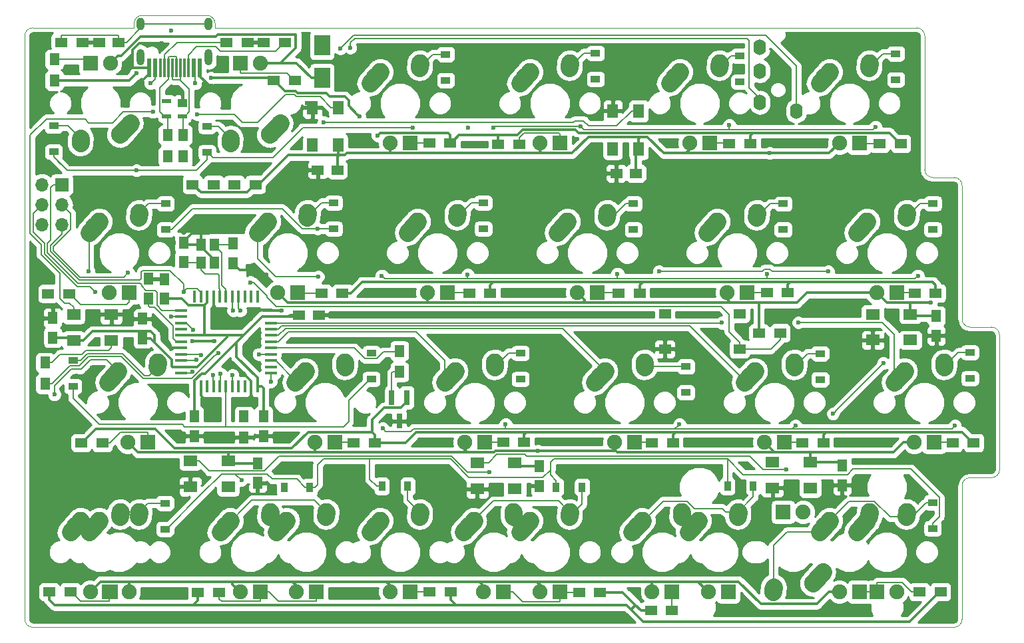
<source format=gbr>
%TF.GenerationSoftware,KiCad,Pcbnew,(6.0.0-rc1-dev-1291-g61b749f0b)*%
%TF.CreationDate,2018-12-05T20:52:07+02:00*%
%TF.ProjectId,TS48_left,54533438-5f6c-4656-9674-2e6b69636164,rev?*%
%TF.SameCoordinates,Original*%
%TF.FileFunction,Copper,L2,Bot*%
%TF.FilePolarity,Positive*%
%FSLAX46Y46*%
G04 Gerber Fmt 4.6, Leading zero omitted, Abs format (unit mm)*
G04 Created by KiCad (PCBNEW (6.0.0-rc1-dev-1291-g61b749f0b)) date 12/5/2018 8:52:07 PM*
%MOMM*%
%LPD*%
G01*
G04 APERTURE LIST*
%ADD10C,0.100000*%
%ADD11R,1.700000X1.700000*%
%ADD12O,1.700000X1.700000*%
%ADD13R,1.250000X1.500000*%
%ADD14R,1.500000X1.250000*%
%ADD15R,1.200000X0.900000*%
%ADD16R,0.900000X1.200000*%
%ADD17R,2.030000X2.650000*%
%ADD18R,1.800000X1.400000*%
%ADD19R,1.400000X1.800000*%
%ADD20R,1.905000X1.905000*%
%ADD21C,1.905000*%
%ADD22C,2.250000*%
%ADD23C,2.250000*%
%ADD24R,1.300000X1.500000*%
%ADD25R,0.800000X1.900000*%
%ADD26R,1.500000X1.300000*%
%ADD27R,1.540000X1.300000*%
%ADD28R,1.550000X1.300000*%
%ADD29O,1.600000X2.000000*%
%ADD30R,0.406400X1.524000*%
%ADD31R,1.524000X0.406400*%
%ADD32R,1.200000X0.600000*%
%ADD33R,1.200000X1.000000*%
%ADD34O,1.000000X1.600000*%
%ADD35O,1.000000X2.100000*%
%ADD36R,0.300000X2.450000*%
%ADD37R,0.600000X2.450000*%
%ADD38C,0.600000*%
%ADD39C,0.355600*%
%ADD40C,0.203200*%
%ADD41C,0.200000*%
%ADD42C,0.254000*%
G04 APERTURE END LIST*
D10*
X90995500Y-142938500D02*
X208153000Y-142938500D01*
X89979500Y-67627500D02*
X89979500Y-141922500D01*
X103886000Y-66611500D02*
X90995500Y-66611500D01*
X114173000Y-66611500D02*
X203390500Y-66611500D01*
X204406500Y-84645500D02*
X204406500Y-67627500D01*
X208153000Y-85661500D02*
X205422500Y-85661500D01*
X209169000Y-103695500D02*
X209169000Y-86677500D01*
X212915500Y-104711500D02*
X210185000Y-104711500D01*
X213931500Y-122872500D02*
X213931500Y-105727500D01*
X212915500Y-123888500D02*
X210185000Y-123888500D01*
X209169000Y-141922500D02*
X209169000Y-124904500D01*
X209169000Y-141922500D02*
G75*
G02X208151731Y-142939769I-1017269J0D01*
G01*
X90995500Y-142938500D02*
G75*
G02X89978231Y-141921231I0J1017269D01*
G01*
X89979500Y-67627500D02*
G75*
G02X90996769Y-66610231I1017269J0D01*
G01*
X114173000Y-66040000D02*
X114173000Y-66611500D01*
X104902000Y-65024000D02*
X113157000Y-65024000D01*
X103886000Y-66040000D02*
X103886000Y-66611500D01*
X103884731Y-66041269D02*
G75*
G02X104902000Y-65024000I1017269J0D01*
G01*
X113155731Y-65022731D02*
G75*
G02X114173000Y-66040000I0J-1017269D01*
G01*
X203389231Y-66610231D02*
G75*
G02X204406500Y-67627500I0J-1017269D01*
G01*
X205422500Y-85661500D02*
G75*
G02X204405231Y-84644231I0J1017269D01*
G01*
X208153000Y-85661500D02*
G75*
G02X209170269Y-86678769I0J-1017269D01*
G01*
X210185000Y-104711500D02*
G75*
G02X209167731Y-103694231I0J1017269D01*
G01*
X212915500Y-104711500D02*
G75*
G02X213932769Y-105728769I0J-1017269D01*
G01*
X209167731Y-124905769D02*
G75*
G02X210185000Y-123888500I1017269J0D01*
G01*
X213931500Y-122872500D02*
G75*
G02X212914231Y-123889769I-1017269J0D01*
G01*
D11*
X94691200Y-86573360D03*
D12*
X92151200Y-86573360D03*
X94691200Y-89113360D03*
X92151200Y-89113360D03*
X94691200Y-91653360D03*
X92151200Y-91653360D03*
D13*
X120332500Y-116078000D03*
X120332500Y-118578000D03*
X107767120Y-101102480D03*
X107767120Y-98602480D03*
D14*
X124855920Y-103169720D03*
X127355920Y-103169720D03*
D13*
X104968040Y-106157080D03*
X104968040Y-103657080D03*
X111569500Y-116098000D03*
X111569500Y-118598000D03*
X105727500Y-101072000D03*
X105727500Y-98572000D03*
D14*
X99430200Y-68453000D03*
X101930200Y-68453000D03*
X127223200Y-84709000D03*
X129723200Y-84709000D03*
X167690800Y-85140800D03*
X165190800Y-85140800D03*
D13*
X205892400Y-105796400D03*
X205892400Y-103296400D03*
X193929000Y-122346400D03*
X193929000Y-124846400D03*
X155448000Y-124948000D03*
X155448000Y-122448000D03*
X119583200Y-122041600D03*
X119583200Y-124541600D03*
X93522800Y-103550400D03*
X93522800Y-106050400D03*
D15*
X93649800Y-82406760D03*
X93649800Y-79106760D03*
X113149380Y-79149940D03*
X113149380Y-82449940D03*
X143510000Y-73278000D03*
X143510000Y-69978000D03*
X162560000Y-69851000D03*
X162560000Y-73151000D03*
X180898800Y-73481200D03*
X180898800Y-70181200D03*
X200736200Y-69901800D03*
X200736200Y-73201800D03*
X107873800Y-92302600D03*
X107873800Y-89002600D03*
X129260600Y-88901000D03*
X129260600Y-92201000D03*
X148285200Y-92201000D03*
X148285200Y-88901000D03*
X167373300Y-89002600D03*
X167373300Y-92302600D03*
X186410600Y-92315300D03*
X186410600Y-89015300D03*
X205460600Y-88977200D03*
X205460600Y-92277200D03*
X96098360Y-112251760D03*
X96098360Y-108951760D03*
X134035800Y-111327200D03*
X134035800Y-108027200D03*
X153004520Y-111327200D03*
X153004520Y-108027200D03*
X174040800Y-109754400D03*
X174040800Y-113054400D03*
X191135000Y-108078000D03*
X191135000Y-111378000D03*
X210185000Y-107951000D03*
X210185000Y-111251000D03*
X107823000Y-130428000D03*
X107823000Y-127128000D03*
D16*
X126237000Y-125095000D03*
X122937000Y-125095000D03*
X135383000Y-124968000D03*
X138683000Y-124968000D03*
X160844500Y-125095000D03*
X157544500Y-125095000D03*
X182625000Y-124968000D03*
X179325000Y-124968000D03*
D15*
X205422500Y-127064500D03*
X205422500Y-130364500D03*
D17*
X127787400Y-73006800D03*
X127787400Y-68826800D03*
D18*
X96190100Y-106412300D03*
X96190100Y-103112300D03*
X100990100Y-103112300D03*
X100990100Y-106412300D03*
D19*
X129843800Y-76746400D03*
X126543800Y-76746400D03*
X126543800Y-81546400D03*
X129843800Y-81546400D03*
X168045400Y-82003600D03*
X164745400Y-82003600D03*
X164745400Y-77203600D03*
X168045400Y-77203600D03*
D18*
X197802800Y-103074200D03*
X197802800Y-106374200D03*
X202602800Y-106374200D03*
X202602800Y-103074200D03*
X189852000Y-121887980D03*
X189852000Y-125187980D03*
X185052000Y-125187980D03*
X185052000Y-121887980D03*
X152310800Y-122022600D03*
X152310800Y-125322600D03*
X147510800Y-125322600D03*
X147510800Y-122022600D03*
X111031320Y-121735580D03*
X111031320Y-125035580D03*
X115831320Y-125035580D03*
X115831320Y-121735580D03*
D20*
X98309000Y-71120000D03*
D21*
X100849000Y-71120000D03*
D22*
X102079000Y-80200000D03*
X102733999Y-79470000D03*
D23*
X103389000Y-78740000D02*
X102078998Y-80200000D01*
D22*
X97039000Y-81280000D03*
X97059000Y-80990000D03*
D23*
X97079000Y-80700000D02*
X97039000Y-81280000D01*
D20*
X117359000Y-71120000D03*
D21*
X119899000Y-71120000D03*
D22*
X121129000Y-80200000D03*
X121783999Y-79470000D03*
D23*
X122439000Y-78740000D02*
X121128998Y-80200000D01*
D22*
X116089000Y-81280000D03*
X116109000Y-80990000D03*
D23*
X116129000Y-80700000D02*
X116089000Y-81280000D01*
D22*
X140199000Y-71410000D03*
D23*
X140179000Y-71700000D02*
X140219000Y-71120000D01*
D22*
X140219000Y-71120000D03*
X134524001Y-72930000D03*
D23*
X133869000Y-73660000D02*
X135179002Y-72200000D01*
D22*
X135179000Y-72200000D03*
D21*
X136409000Y-81280000D03*
D20*
X138949000Y-81280000D03*
D22*
X159249000Y-71410000D03*
D23*
X159229000Y-71700000D02*
X159269000Y-71120000D01*
D22*
X159269000Y-71120000D03*
X153574001Y-72930000D03*
D23*
X152919000Y-73660000D02*
X154229002Y-72200000D01*
D22*
X154229000Y-72200000D03*
D21*
X155459000Y-81280000D03*
D20*
X157999000Y-81280000D03*
D22*
X178299000Y-71410000D03*
D23*
X178279000Y-71700000D02*
X178319000Y-71120000D01*
D22*
X178319000Y-71120000D03*
X172624001Y-72930000D03*
D23*
X171969000Y-73660000D02*
X173279002Y-72200000D01*
D22*
X173279000Y-72200000D03*
D21*
X174509000Y-81280000D03*
D20*
X177049000Y-81280000D03*
D22*
X197349000Y-71410000D03*
D23*
X197329000Y-71700000D02*
X197369000Y-71120000D01*
D22*
X197369000Y-71120000D03*
X191674001Y-72930000D03*
D23*
X191019000Y-73660000D02*
X192329002Y-72200000D01*
D22*
X192329000Y-72200000D03*
D21*
X193559000Y-81280000D03*
D20*
X196099000Y-81280000D03*
X103230000Y-100330000D03*
D21*
X100690000Y-100330000D03*
D22*
X99460000Y-91250000D03*
X98805001Y-91980000D03*
D23*
X98150000Y-92710000D02*
X99460002Y-91250000D01*
D22*
X104500000Y-90170000D03*
X104480000Y-90460000D03*
D23*
X104460000Y-90750000D02*
X104500000Y-90170000D01*
D22*
X125910000Y-90460000D03*
D23*
X125890000Y-90750000D02*
X125930000Y-90170000D01*
D22*
X125930000Y-90170000D03*
X120235001Y-91980000D03*
D23*
X119580000Y-92710000D02*
X120890002Y-91250000D01*
D22*
X120890000Y-91250000D03*
D21*
X122120000Y-100330000D03*
D20*
X124660000Y-100330000D03*
D22*
X144960000Y-90460000D03*
D23*
X144940000Y-90750000D02*
X144980000Y-90170000D01*
D22*
X144980000Y-90170000D03*
X139285001Y-91980000D03*
D23*
X138630000Y-92710000D02*
X139940002Y-91250000D01*
D22*
X139940000Y-91250000D03*
D21*
X141170000Y-100330000D03*
D20*
X143710000Y-100330000D03*
D22*
X164010000Y-90460000D03*
D23*
X163990000Y-90750000D02*
X164030000Y-90170000D01*
D22*
X164030000Y-90170000D03*
X158335001Y-91980000D03*
D23*
X157680000Y-92710000D02*
X158990002Y-91250000D01*
D22*
X158990000Y-91250000D03*
D21*
X160220000Y-100330000D03*
D20*
X162760000Y-100330000D03*
D22*
X183060000Y-90460000D03*
D23*
X183040000Y-90750000D02*
X183080000Y-90170000D01*
D22*
X183080000Y-90170000D03*
X177385001Y-91980000D03*
D23*
X176730000Y-92710000D02*
X178040002Y-91250000D01*
D22*
X178040000Y-91250000D03*
D21*
X179270000Y-100330000D03*
D20*
X181810000Y-100330000D03*
X200860000Y-100330000D03*
D21*
X198320000Y-100330000D03*
D22*
X197090000Y-91250000D03*
X196435001Y-91980000D03*
D23*
X195780000Y-92710000D02*
X197090002Y-91250000D01*
D22*
X202130000Y-90170000D03*
X202110000Y-90460000D03*
D23*
X202090000Y-90750000D02*
X202130000Y-90170000D01*
D22*
X106860000Y-109510000D03*
D23*
X106840000Y-109800000D02*
X106880000Y-109220000D01*
D22*
X106880000Y-109220000D03*
X101185001Y-111030000D03*
D23*
X100530000Y-111760000D02*
X101840002Y-110300000D01*
D22*
X101840000Y-110300000D03*
D21*
X103070000Y-119380000D03*
D20*
X105610000Y-119380000D03*
X129420000Y-119380000D03*
D21*
X126880000Y-119380000D03*
D22*
X125650000Y-110300000D03*
X124995001Y-111030000D03*
D23*
X124340000Y-111760000D02*
X125650002Y-110300000D01*
D22*
X130690000Y-109220000D03*
X130670000Y-109510000D03*
D23*
X130650000Y-109800000D02*
X130690000Y-109220000D01*
D22*
X149720000Y-109510000D03*
D23*
X149700000Y-109800000D02*
X149740000Y-109220000D01*
D22*
X149740000Y-109220000D03*
X144045001Y-111030000D03*
D23*
X143390000Y-111760000D02*
X144700002Y-110300000D01*
D22*
X144700000Y-110300000D03*
D21*
X145930000Y-119380000D03*
D20*
X148470000Y-119380000D03*
X167520000Y-119380000D03*
D21*
X164980000Y-119380000D03*
D22*
X163750000Y-110300000D03*
X163095001Y-111030000D03*
D23*
X162440000Y-111760000D02*
X163750002Y-110300000D01*
D22*
X168790000Y-109220000D03*
X168770000Y-109510000D03*
D23*
X168750000Y-109800000D02*
X168790000Y-109220000D01*
D22*
X187820000Y-109510000D03*
D23*
X187800000Y-109800000D02*
X187840000Y-109220000D01*
D22*
X187840000Y-109220000D03*
X182145001Y-111030000D03*
D23*
X181490000Y-111760000D02*
X182800002Y-110300000D01*
D22*
X182800000Y-110300000D03*
D21*
X184030000Y-119380000D03*
D20*
X186570000Y-119380000D03*
D22*
X206870000Y-109510000D03*
D23*
X206850000Y-109800000D02*
X206890000Y-109220000D01*
D22*
X206890000Y-109220000D03*
X201195001Y-111030000D03*
D23*
X200540000Y-111760000D02*
X201850002Y-110300000D01*
D22*
X201850000Y-110300000D03*
D21*
X203080000Y-119380000D03*
D20*
X205620000Y-119380000D03*
X100847000Y-138430000D03*
D21*
X98307000Y-138430000D03*
D22*
X97077000Y-129350000D03*
X96422001Y-130080000D03*
D23*
X95767000Y-130810000D02*
X97077002Y-129350000D01*
D22*
X102117000Y-128270000D03*
X102097000Y-128560000D03*
D23*
X102077000Y-128850000D02*
X102117000Y-128270000D01*
D20*
X119897000Y-138430000D03*
D21*
X117357000Y-138430000D03*
D22*
X116127000Y-129350000D03*
X115472001Y-130080000D03*
D23*
X114817000Y-130810000D02*
X116127002Y-129350000D01*
D22*
X121167000Y-128270000D03*
X121147000Y-128560000D03*
D23*
X121127000Y-128850000D02*
X121167000Y-128270000D01*
D20*
X138947000Y-138430000D03*
D21*
X136407000Y-138430000D03*
D22*
X135177000Y-129350000D03*
X134522001Y-130080000D03*
D23*
X133867000Y-130810000D02*
X135177002Y-129350000D01*
D22*
X140217000Y-128270000D03*
X140197000Y-128560000D03*
D23*
X140177000Y-128850000D02*
X140217000Y-128270000D01*
D20*
X157997000Y-138430000D03*
D21*
X155457000Y-138430000D03*
D22*
X154227000Y-129350000D03*
X153572001Y-130080000D03*
D23*
X152917000Y-130810000D02*
X154227002Y-129350000D01*
D22*
X159267000Y-128270000D03*
X159247000Y-128560000D03*
D23*
X159227000Y-128850000D02*
X159267000Y-128270000D01*
D20*
X179427000Y-138430000D03*
D21*
X176887000Y-138430000D03*
D22*
X175657000Y-129350000D03*
X175002001Y-130080000D03*
D23*
X174347000Y-130810000D02*
X175657002Y-129350000D01*
D22*
X180697000Y-128270000D03*
X180677000Y-128560000D03*
D23*
X180657000Y-128850000D02*
X180697000Y-128270000D01*
D21*
X200857000Y-138430000D03*
D20*
X198317000Y-138430000D03*
D22*
X197087000Y-129350000D03*
X196432001Y-130080000D03*
D23*
X195777000Y-130810000D02*
X197087002Y-129350000D01*
D22*
X202127000Y-128270000D03*
X202107000Y-128560000D03*
D23*
X202087000Y-128850000D02*
X202127000Y-128270000D01*
D22*
X104480375Y-128560000D03*
D23*
X104460375Y-128850000D02*
X104500375Y-128270000D01*
D22*
X104500375Y-128270000D03*
X98805376Y-130080000D03*
D23*
X98150375Y-130810000D02*
X99460377Y-129350000D01*
D22*
X99460375Y-129350000D03*
D20*
X100690375Y-138430000D03*
D21*
X103230375Y-138430000D03*
D22*
X128290375Y-128560000D03*
D23*
X128270375Y-128850000D02*
X128310375Y-128270000D01*
D22*
X128310375Y-128270000D03*
X122615376Y-130080000D03*
D23*
X121960375Y-130810000D02*
X123270377Y-129350000D01*
D22*
X123270375Y-129350000D03*
D21*
X124500375Y-138430000D03*
D20*
X127040375Y-138430000D03*
X172280375Y-138430000D03*
D21*
X169740375Y-138430000D03*
D22*
X168510375Y-129350000D03*
X167855376Y-130080000D03*
D23*
X167200375Y-130810000D02*
X168510377Y-129350000D01*
D22*
X173550375Y-128270000D03*
X173530375Y-128560000D03*
D23*
X173510375Y-128850000D02*
X173550375Y-128270000D01*
D22*
X152100375Y-128560000D03*
D23*
X152080375Y-128850000D02*
X152120375Y-128270000D01*
D22*
X152120375Y-128270000D03*
X146425376Y-130080000D03*
D23*
X145770375Y-130810000D02*
X147080377Y-129350000D01*
D22*
X147080375Y-129350000D03*
D21*
X148310375Y-138430000D03*
D20*
X150850375Y-138430000D03*
D22*
X185157000Y-138140000D03*
D23*
X185177000Y-137850000D02*
X185137000Y-138430000D01*
D22*
X185137000Y-138430000D03*
X190831999Y-136620000D03*
D23*
X191487000Y-135890000D02*
X190176998Y-137350000D01*
D22*
X190177000Y-137350000D03*
D21*
X188947000Y-128270000D03*
D20*
X186407000Y-128270000D03*
X196100375Y-138430000D03*
D21*
X193560375Y-138430000D03*
D22*
X192330375Y-129350000D03*
X191675376Y-130080000D03*
D23*
X191020375Y-130810000D02*
X192330377Y-129350000D01*
D22*
X197370375Y-128270000D03*
X197350375Y-128560000D03*
D23*
X197330375Y-128850000D02*
X197370375Y-128270000D01*
D24*
X137617200Y-107735380D03*
X137617200Y-110435380D03*
D25*
X137596880Y-116678840D03*
X138546880Y-113678840D03*
X136646880Y-113678840D03*
D26*
X183337200Y-105460800D03*
X186037200Y-105460800D03*
D24*
X117856000Y-118778000D03*
X117856000Y-116078000D03*
D26*
X111302800Y-86563200D03*
X114002800Y-86563200D03*
X119307600Y-86563200D03*
X116607600Y-86563200D03*
X124349500Y-73342500D03*
X121649500Y-73342500D03*
X144098000Y-81280000D03*
X141398000Y-81280000D03*
X152861000Y-81470500D03*
X150161000Y-81470500D03*
X179561500Y-81343500D03*
X182261500Y-81343500D03*
X201375000Y-81343500D03*
X198675000Y-81343500D03*
X92947500Y-100457000D03*
X95647500Y-100457000D03*
X130382000Y-100393500D03*
X127682000Y-100393500D03*
X146478000Y-100393500D03*
X149178000Y-100393500D03*
X165464500Y-100393500D03*
X168164500Y-100393500D03*
X187024000Y-100330000D03*
X184324000Y-100330000D03*
X203120000Y-100393500D03*
X205820000Y-100393500D03*
X99838500Y-119443500D03*
X97138500Y-119443500D03*
X131809500Y-119443500D03*
X134509500Y-119443500D03*
X153496000Y-119380000D03*
X150796000Y-119380000D03*
X169719000Y-119443500D03*
X172419000Y-119443500D03*
X191532500Y-119443500D03*
X188832500Y-119443500D03*
X210646000Y-119443500D03*
X207946000Y-119443500D03*
X95774500Y-138430000D03*
X93074500Y-138430000D03*
X111997500Y-138493500D03*
X114697500Y-138493500D03*
X144178000Y-138430000D03*
X141478000Y-138430000D03*
X163148000Y-138493500D03*
X160448000Y-138493500D03*
X172292000Y-140817600D03*
X169592000Y-140817600D03*
X206429600Y-138430000D03*
X203729600Y-138430000D03*
D24*
X93736160Y-73325980D03*
X93736160Y-70625980D03*
X92557600Y-109241600D03*
X92557600Y-111941600D03*
D27*
X180873600Y-103007600D03*
D28*
X180873600Y-107507600D03*
X171373600Y-107507600D03*
X171373600Y-103007600D03*
D29*
X188050200Y-77207920D03*
X183450200Y-76107920D03*
X183450200Y-69107920D03*
X183450200Y-72107920D03*
D30*
X115570000Y-112293400D03*
X114769900Y-112293400D03*
X113969800Y-112293400D03*
X113169700Y-112293400D03*
X112369600Y-112293400D03*
X111569500Y-112293400D03*
X116370100Y-112293400D03*
X117170200Y-112293400D03*
X117970300Y-112293400D03*
X118770400Y-112293400D03*
X119570500Y-112293400D03*
X115570000Y-100863400D03*
X114769900Y-100863400D03*
X113969800Y-100863400D03*
X113169700Y-100863400D03*
X112369600Y-100863400D03*
X111569500Y-100863400D03*
X116370100Y-100863400D03*
X117170200Y-100863400D03*
X117970300Y-100863400D03*
X118770400Y-100863400D03*
X119570500Y-100863400D03*
D31*
X109855000Y-106578400D03*
X121285000Y-106578400D03*
X109855000Y-105778300D03*
X121285000Y-105778300D03*
X121285000Y-104978200D03*
X109855000Y-104978200D03*
X109855000Y-104178100D03*
X121285000Y-104178100D03*
X121285000Y-103378000D03*
X109855000Y-103378000D03*
X109855000Y-102577900D03*
X121285000Y-102577900D03*
X121285000Y-107378500D03*
X109855000Y-107378500D03*
X109855000Y-108178600D03*
X121285000Y-108178600D03*
X121285000Y-108978700D03*
X109855000Y-108978700D03*
X109855000Y-109778800D03*
X121285000Y-109778800D03*
X121285000Y-110578900D03*
X109855000Y-110578900D03*
D32*
X108032040Y-75961200D03*
X108032040Y-77861200D03*
X110032040Y-77861200D03*
D33*
X110032040Y-76161200D03*
D24*
X108140500Y-80247500D03*
X108140500Y-82947500D03*
X110109000Y-80264000D03*
X110109000Y-82964000D03*
D26*
X123054100Y-68478400D03*
X120354100Y-68478400D03*
X115620800Y-68478400D03*
X118320800Y-68478400D03*
X97294700Y-68465700D03*
X94594700Y-68465700D03*
D34*
X113331720Y-66150800D03*
X104691720Y-66150800D03*
D35*
X113331720Y-70330800D03*
X104691720Y-70330800D03*
D36*
X108761720Y-71745800D03*
X109261720Y-71745800D03*
X109761720Y-71745800D03*
X108261720Y-71745800D03*
X110261720Y-71745800D03*
X107761720Y-71745800D03*
X110761720Y-71745800D03*
X107261720Y-71745800D03*
D37*
X106561720Y-71745800D03*
X111461720Y-71745800D03*
X105786720Y-71745800D03*
X112236720Y-71745800D03*
D13*
X116484400Y-94086360D03*
X116484400Y-96586360D03*
X110164880Y-93936500D03*
X110164880Y-96436500D03*
D24*
X114083200Y-94201600D03*
X114083200Y-96501600D03*
X112383200Y-94201600D03*
X112383200Y-96501600D03*
D38*
X127787400Y-73006800D03*
X184708800Y-82570320D03*
X155229560Y-120502669D03*
X155448000Y-122448000D03*
X205191360Y-101615240D03*
X114122200Y-106502200D03*
X111312960Y-106471720D03*
X104968040Y-106157080D03*
X104988360Y-103459280D03*
X107411520Y-98592640D03*
X105923080Y-98546920D03*
X125857000Y-76200000D03*
X197993000Y-106426000D03*
X205994000Y-105791000D03*
X194056000Y-124841000D03*
X185166000Y-125222000D03*
X155448000Y-124841000D03*
X147447000Y-125349000D03*
X100584000Y-103505000D03*
X118364000Y-68453000D03*
X120269000Y-68453000D03*
X137586720Y-116738400D03*
X115407440Y-75524360D03*
X114747040Y-74025760D03*
X202712320Y-121579640D03*
X167020240Y-123708160D03*
X167360600Y-71821040D03*
X151622760Y-103022400D03*
X153690320Y-100182680D03*
X136545320Y-100258880D03*
X173761400Y-100324920D03*
X195701920Y-119217440D03*
X186888120Y-141076680D03*
X159750760Y-119192040D03*
X177012600Y-119456200D03*
X122712480Y-118684040D03*
X131897120Y-138475720D03*
X107614720Y-138699240D03*
X166938960Y-138043920D03*
X187192920Y-81234280D03*
X147340320Y-81432400D03*
X132466080Y-81295240D03*
X118755160Y-81650840D03*
X92252800Y-68925440D03*
X113471960Y-91267280D03*
X113908840Y-115295680D03*
X107645200Y-115793520D03*
X96550480Y-110916720D03*
X98501200Y-109895640D03*
X204378560Y-135696960D03*
X141442440Y-119461280D03*
X132715000Y-116702840D03*
X99430200Y-68453000D03*
X97294700Y-68465700D03*
X110032040Y-76161200D03*
X111887000Y-75565000D03*
X124460000Y-106299000D03*
X124460000Y-106299000D03*
X124460000Y-106299000D03*
X128270000Y-110871000D03*
X200152000Y-130048000D03*
X197485000Y-136017000D03*
X202819000Y-125730000D03*
X194691000Y-128524000D03*
X187452000Y-139065000D03*
X202946000Y-140208000D03*
X117602000Y-88646000D03*
X125095000Y-97409000D03*
X96520000Y-74803000D03*
X95758000Y-71628000D03*
X188150500Y-136207500D03*
X175260000Y-103060500D03*
X181102000Y-105346500D03*
X170878500Y-80962500D03*
X160274000Y-80772000D03*
X146367500Y-79311500D03*
X124714000Y-81534000D03*
X111887000Y-80772000D03*
X108554520Y-66969640D03*
X115125500Y-71501000D03*
X102616000Y-72072500D03*
X115570000Y-104267000D03*
X118618000Y-106553000D03*
X102997000Y-106553000D03*
X117792500Y-110617000D03*
X125349000Y-122364500D03*
X180848000Y-126047500D03*
X181864000Y-122364500D03*
X122682000Y-102616000D03*
X107421680Y-68605400D03*
X103809800Y-74178160D03*
X118597680Y-97439480D03*
X120680480Y-98054160D03*
X98963480Y-87751920D03*
X100131880Y-83251040D03*
X101813360Y-116281200D03*
X98445320Y-106949240D03*
X117119400Y-83997800D03*
X105415080Y-87172800D03*
X105892600Y-92806520D03*
X95300800Y-114863880D03*
X139334240Y-141386560D03*
X198165720Y-79212440D03*
X200736200Y-73201800D03*
X180898800Y-73481200D03*
X179578000Y-78994000D03*
X162560000Y-73151000D03*
X160655000Y-79121000D03*
X143510000Y-73278000D03*
X149589035Y-79304170D03*
X139293600Y-79349310D03*
X113949480Y-110815120D03*
X104190800Y-84775040D03*
X203540999Y-98181160D03*
X205460600Y-92277200D03*
X186410600Y-92315300D03*
X184404000Y-97917000D03*
X167373300Y-92302600D03*
X165354000Y-97917000D03*
X148285200Y-92201000D03*
X146304000Y-98044000D03*
X129260600Y-92201000D03*
X135382000Y-98171000D03*
X127198120Y-92201000D03*
X114868960Y-110642400D03*
X208264760Y-117261640D03*
X210185000Y-111251000D03*
X187990480Y-117246400D03*
X191135000Y-111378000D03*
X174040800Y-113054400D03*
X173228000Y-117094000D03*
X153004520Y-111327200D03*
X151130000Y-117094000D03*
X135483600Y-117602000D03*
X134035800Y-111327200D03*
X134035800Y-108027200D03*
X117535960Y-124200920D03*
X116398040Y-110830360D03*
X122937000Y-125095000D03*
X108032040Y-75961200D03*
X105968800Y-73680320D03*
X111658400Y-73680320D03*
X127787400Y-68826800D03*
X106258360Y-77327760D03*
X111871760Y-77617320D03*
X128010920Y-78673960D03*
X126543800Y-81546400D03*
X164745400Y-82003600D03*
X192161160Y-97617280D03*
X197802800Y-103074200D03*
X170621960Y-97642680D03*
X185052000Y-121887980D03*
X192750440Y-115742720D03*
X199151240Y-109311440D03*
X202602800Y-106374200D03*
X186842400Y-122849640D03*
X189852000Y-125187980D03*
X149039440Y-123154440D03*
X152310800Y-125322600D03*
X111264046Y-110409010D03*
X93741240Y-113299240D03*
X98115120Y-97652840D03*
X127304800Y-98298000D03*
X188341000Y-104140000D03*
X178638200Y-104170480D03*
X92953840Y-100396040D03*
X104170480Y-72390000D03*
X113649760Y-72989440D03*
X134838440Y-80304640D03*
X132506720Y-77901800D03*
X210646000Y-119443500D03*
X206429600Y-138430000D03*
X205820000Y-100393500D03*
X201375000Y-81343500D03*
X97138500Y-119443500D03*
X118673880Y-99009200D03*
X110190280Y-100213160D03*
X117856000Y-116078000D03*
X121285000Y-111633000D03*
X116459000Y-102616000D03*
X114002800Y-86563200D03*
X131373880Y-69133720D03*
X117411500Y-102616000D03*
X116607600Y-86563200D03*
X130114040Y-69245480D03*
X119745760Y-108158280D03*
X114589944Y-107992508D03*
X98922840Y-100223320D03*
X108564680Y-103347520D03*
X103124000Y-97820480D03*
X111348520Y-105023920D03*
X110109000Y-82964000D03*
X112428451Y-108290216D03*
X108140500Y-82947500D03*
X111827410Y-108891257D03*
D39*
X193559000Y-81280000D02*
X192268680Y-82570320D01*
X171211240Y-82570320D02*
X169133520Y-80492600D01*
X161650680Y-80492600D02*
X159572960Y-82570320D01*
X123405240Y-101615240D02*
X122120000Y-100330000D01*
X201732962Y-119380000D02*
X203080000Y-119380000D01*
X200432482Y-120680480D02*
X201732962Y-119380000D01*
X184030000Y-119380000D02*
X185330480Y-120680480D01*
X104370480Y-120680480D02*
X103070000Y-119380000D01*
X104968040Y-106157080D02*
X105948640Y-106157080D01*
X108737400Y-109778800D02*
X109855000Y-109778800D01*
X108648500Y-109689900D02*
X108737400Y-109778800D01*
X108648500Y-108856940D02*
X108648500Y-109689900D01*
X113169700Y-101622862D02*
X113169700Y-100863400D01*
X112836961Y-101955601D02*
X113169700Y-101622862D01*
X110792263Y-101955601D02*
X112836961Y-101955601D01*
X109939142Y-101102480D02*
X110792263Y-101955601D01*
X107767120Y-101102480D02*
X109939142Y-101102480D01*
X124784800Y-103378000D02*
X124866400Y-103296400D01*
X111569500Y-114992400D02*
X111569500Y-112293400D01*
X111569500Y-116098000D02*
X111569500Y-114992400D01*
X120129300Y-112293400D02*
X119570500Y-112293400D01*
X120332500Y-112496600D02*
X120129300Y-112293400D01*
X120332500Y-116078000D02*
X120332500Y-112496600D01*
X119207600Y-86563200D02*
X119307600Y-86563200D01*
X118202000Y-87568800D02*
X119207600Y-86563200D01*
X112408400Y-87568800D02*
X118202000Y-87568800D01*
X111402800Y-86563200D02*
X112408400Y-87568800D01*
X111302800Y-86563200D02*
X111402800Y-86563200D01*
X126880000Y-120509680D02*
X127050800Y-120680480D01*
X126880000Y-119380000D02*
X126880000Y-120509680D01*
X145930000Y-120357280D02*
X146253200Y-120680480D01*
X145930000Y-119380000D02*
X145930000Y-120357280D01*
X146253200Y-120680480D02*
X127050800Y-120680480D01*
X164980000Y-120306480D02*
X165354000Y-120680480D01*
X164980000Y-119380000D02*
X164980000Y-120306480D01*
X185330480Y-120680480D02*
X165354000Y-120680480D01*
X179270000Y-101154840D02*
X179730400Y-101615240D01*
X179270000Y-100330000D02*
X179270000Y-101154840D01*
X161172499Y-101377141D02*
X160934400Y-101615240D01*
X161172499Y-101282499D02*
X161172499Y-101377141D01*
X160220000Y-100330000D02*
X161172499Y-101282499D01*
X179730400Y-101615240D02*
X160934400Y-101615240D01*
X141170000Y-101408840D02*
X141376400Y-101615240D01*
X141170000Y-100330000D02*
X141170000Y-101408840D01*
X160934400Y-101615240D02*
X141376400Y-101615240D01*
X141376400Y-101615240D02*
X123405240Y-101615240D01*
X136409000Y-82428920D02*
X136550400Y-82570320D01*
X136409000Y-81280000D02*
X136409000Y-82428920D01*
X155459000Y-82327320D02*
X155702000Y-82570320D01*
X155459000Y-81280000D02*
X155459000Y-82327320D01*
X159572960Y-82570320D02*
X155702000Y-82570320D01*
X155702000Y-82570320D02*
X136550400Y-82570320D01*
X98307000Y-138430000D02*
X99627800Y-137109200D01*
X175566200Y-137109200D02*
X176887000Y-138430000D01*
X169740375Y-137329975D02*
X169519600Y-137109200D01*
X169740375Y-138430000D02*
X169740375Y-137329975D01*
X169519600Y-137109200D02*
X175566200Y-137109200D01*
X155457000Y-137473800D02*
X155092400Y-137109200D01*
X155457000Y-138430000D02*
X155457000Y-137473800D01*
X155092400Y-137109200D02*
X169519600Y-137109200D01*
X148310375Y-137642375D02*
X147777200Y-137109200D01*
X148310375Y-138430000D02*
X148310375Y-137642375D01*
X147777200Y-137109200D02*
X155092400Y-137109200D01*
X136407000Y-137575400D02*
X135940800Y-137109200D01*
X136407000Y-138430000D02*
X136407000Y-137575400D01*
X135940800Y-137109200D02*
X147777200Y-137109200D01*
X124500375Y-137606775D02*
X124002800Y-137109200D01*
X124500375Y-138430000D02*
X124500375Y-137606775D01*
X124002800Y-137109200D02*
X135940800Y-137109200D01*
X116404501Y-137138299D02*
X116433600Y-137109200D01*
X116404501Y-137477501D02*
X116404501Y-137138299D01*
X117357000Y-138430000D02*
X116404501Y-137477501D01*
X116433600Y-137109200D02*
X124002800Y-137109200D01*
X103230375Y-137206025D02*
X103327200Y-137109200D01*
X103230375Y-138430000D02*
X103230375Y-137206025D01*
X99627800Y-137109200D02*
X103327200Y-137109200D01*
X103327200Y-137109200D02*
X116433600Y-137109200D01*
X192213337Y-138430000D02*
X190689337Y-139954000D01*
X193560375Y-138430000D02*
X192213337Y-138430000D01*
X190689337Y-139954000D02*
X183591200Y-139954000D01*
X180746400Y-137109200D02*
X175566200Y-137109200D01*
X183591200Y-139954000D02*
X180746400Y-137109200D01*
X112806480Y-105778300D02*
X109855000Y-105778300D01*
X112836961Y-105747819D02*
X112806480Y-105778300D01*
X112836961Y-101955601D02*
X112836961Y-105747819D01*
X121285000Y-103378000D02*
X120167400Y-103378000D01*
X116911120Y-108516420D02*
X116911120Y-106634280D01*
X119570500Y-111175800D02*
X116911120Y-108516420D01*
X119570500Y-112293400D02*
X119570500Y-111175800D01*
X116911120Y-106634280D02*
X117797581Y-105747819D01*
X95828200Y-106050400D02*
X96190100Y-106412300D01*
X93522800Y-106050400D02*
X95828200Y-106050400D01*
X167690800Y-82358200D02*
X168045400Y-82003600D01*
X167690800Y-85140800D02*
X167690800Y-82358200D01*
X119843200Y-86461600D02*
X119743200Y-86461600D01*
X123490640Y-82814160D02*
X119843200Y-86461600D01*
X130906520Y-82570320D02*
X130662680Y-82814160D01*
X136550400Y-82570320D02*
X130906520Y-82570320D01*
X129843800Y-82802000D02*
X129843800Y-81546400D01*
X129855960Y-82814160D02*
X129843800Y-82802000D01*
X129956560Y-82814160D02*
X129855960Y-82814160D01*
X130662680Y-82814160D02*
X129956560Y-82814160D01*
X129956560Y-82814160D02*
X123490640Y-82814160D01*
X129723200Y-83047520D02*
X129723200Y-84709000D01*
X129956560Y-82814160D02*
X129723200Y-83047520D01*
X149846693Y-120502669D02*
X149668882Y-120680480D01*
X149668882Y-120680480D02*
X146253200Y-120680480D01*
X165354000Y-120680480D02*
X165176189Y-120502669D01*
X165176189Y-120502669D02*
X155229560Y-120502669D01*
X155229560Y-120502669D02*
X149846693Y-120502669D01*
X152736200Y-122448000D02*
X152310800Y-122022600D01*
X155448000Y-122448000D02*
X152736200Y-122448000D01*
X116137340Y-122041600D02*
X115831320Y-121735580D01*
X119583200Y-122041600D02*
X116137340Y-122041600D01*
X183337200Y-105460800D02*
X183337200Y-101615240D01*
X183337200Y-101615240D02*
X179730400Y-101615240D01*
X202825000Y-103296400D02*
X202602800Y-103074200D01*
X122494040Y-71120000D02*
X119899000Y-71120000D01*
X188163200Y-101615240D02*
X188163200Y-101569520D01*
X188163200Y-101615240D02*
X183337200Y-101615240D01*
X189402720Y-100330000D02*
X198320000Y-100330000D01*
X188163200Y-101569520D02*
X189402720Y-100330000D01*
X205188821Y-101612701D02*
X205191360Y-101615240D01*
X198320000Y-100330000D02*
X199602701Y-101612701D01*
X205892400Y-103296400D02*
X202825000Y-103296400D01*
X202600560Y-102016360D02*
X202600560Y-101612701D01*
X202602800Y-102018600D02*
X202600560Y-102016360D01*
X202602800Y-103074200D02*
X202602800Y-102018600D01*
X199602701Y-101612701D02*
X202600560Y-101612701D01*
X202600560Y-101612701D02*
X205188821Y-101612701D01*
X193470580Y-121887980D02*
X193929000Y-122346400D01*
X189852000Y-121887980D02*
X193470580Y-121887980D01*
X189852000Y-120703640D02*
X189875160Y-120680480D01*
X189852000Y-121887980D02*
X189852000Y-120703640D01*
X185330480Y-120680480D02*
X189875160Y-120680480D01*
X189875160Y-120680480D02*
X200432482Y-120680480D01*
X115831320Y-120840800D02*
X115991640Y-120680480D01*
X115831320Y-121735580D02*
X115831320Y-120840800D01*
X127050800Y-120680480D02*
X115991640Y-120680480D01*
X115991640Y-120680480D02*
X104370480Y-120680480D01*
X126416800Y-73006800D02*
X127787400Y-73006800D01*
X124530000Y-71120000D02*
X126416800Y-73006800D01*
X122494040Y-71120000D02*
X124530000Y-71120000D01*
X123718320Y-103169720D02*
X124855920Y-103169720D01*
X123510040Y-103378000D02*
X123718320Y-103169720D01*
X121285000Y-103378000D02*
X123510040Y-103378000D01*
X123510040Y-103378000D02*
X124784800Y-103378000D01*
X120167400Y-103378000D02*
X119242840Y-104302560D01*
X119242840Y-104302560D02*
X117797581Y-105747819D01*
X174509000Y-82117360D02*
X174056040Y-82570320D01*
X174509000Y-81280000D02*
X174509000Y-82117360D01*
X192268680Y-82570320D02*
X174056040Y-82570320D01*
X174056040Y-82570320D02*
X171211240Y-82570320D01*
X109855000Y-109778800D02*
X111912400Y-109778800D01*
X112461016Y-110642422D02*
X112902978Y-110642422D01*
X111569500Y-111533938D02*
X112461016Y-110642422D01*
X112902978Y-110642422D02*
X116911120Y-106634280D01*
X111569500Y-112293400D02*
X111569500Y-111533938D01*
X111912400Y-109778800D02*
X115676680Y-106014520D01*
X117797581Y-105747819D02*
X115676680Y-105747819D01*
X115676680Y-105747819D02*
X112836961Y-105747819D01*
X168300800Y-80492600D02*
X168574720Y-80492600D01*
X168045400Y-80748000D02*
X168300800Y-80492600D01*
X168045400Y-82003600D02*
X168045400Y-80748000D01*
X169133520Y-80492600D02*
X168574720Y-80492600D01*
X168574720Y-80492600D02*
X161650680Y-80492600D01*
X105948640Y-106157080D02*
X106461560Y-106670000D01*
X106461560Y-106670000D02*
X108648500Y-108856940D01*
X100849000Y-71120000D02*
X101801499Y-70167501D01*
X101801499Y-70167501D02*
X102199823Y-70167501D01*
X102199823Y-70167501D02*
X104650924Y-67716400D01*
X124439680Y-69174360D02*
X122494040Y-71120000D01*
X114487721Y-67498199D02*
X124384039Y-67498199D01*
X124384039Y-67498199D02*
X124439680Y-67553840D01*
X124439680Y-67553840D02*
X124439680Y-69174360D01*
X114269520Y-67716400D02*
X114487721Y-67498199D01*
X104650924Y-67716400D02*
X114269520Y-67716400D01*
X114122200Y-106502200D02*
X111343440Y-106502200D01*
X111343440Y-106502200D02*
X111312960Y-106471720D01*
X106461560Y-105740200D02*
X106461560Y-106670000D01*
X105994200Y-105272840D02*
X106461560Y-105740200D01*
X98585160Y-105272840D02*
X105994200Y-105272840D01*
X97445700Y-106412300D02*
X98585160Y-105272840D01*
X96190100Y-106412300D02*
X97445700Y-106412300D01*
X115676680Y-106014520D02*
X115676680Y-105747819D01*
X99417500Y-68465700D02*
X99430200Y-68453000D01*
X97294700Y-68465700D02*
X97294700Y-68465700D01*
X112236720Y-71745800D02*
X112236720Y-72780360D01*
X112236720Y-72780360D02*
X113370360Y-73914000D01*
X113370360Y-73914000D02*
X113797080Y-73914000D01*
X113797080Y-73914000D02*
X115407440Y-75524360D01*
X99430200Y-68453000D02*
X99430200Y-68453000D01*
X97294700Y-68465700D02*
X99417500Y-68465700D01*
X112369600Y-113411000D02*
X112776000Y-113817400D01*
X112369600Y-112293400D02*
X112369600Y-113411000D01*
X108737400Y-107378500D02*
X108585000Y-107226100D01*
X109855000Y-107378500D02*
X108737400Y-107378500D01*
X113969800Y-101981000D02*
X113982500Y-101993700D01*
X113969800Y-100863400D02*
X113969800Y-101981000D01*
X113982500Y-101993700D02*
X113982500Y-102552500D01*
X118770400Y-111594900D02*
X118770400Y-112293400D01*
X117792500Y-110617000D02*
X118770400Y-111594900D01*
X118770400Y-113411000D02*
X118389400Y-113792000D01*
X118770400Y-112293400D02*
X118770400Y-113411000D01*
X118389400Y-113792000D02*
X117602000Y-113792000D01*
X105786720Y-71745800D02*
X105786720Y-72465400D01*
X121323100Y-102616000D02*
X121285000Y-102577900D01*
X122682000Y-102616000D02*
X121323100Y-102616000D01*
X102942700Y-71745800D02*
X102616000Y-72072500D01*
X105786720Y-71745800D02*
X105786720Y-72490800D01*
X105786720Y-72490800D02*
X104099360Y-74178160D01*
X104099360Y-74178160D02*
X103809800Y-74178160D01*
X103672640Y-71745800D02*
X103672640Y-69413120D01*
X103672640Y-71745800D02*
X102942700Y-71745800D01*
X105786720Y-71745800D02*
X103672640Y-71745800D01*
X104480360Y-68605400D02*
X107421680Y-68605400D01*
X103672640Y-69413120D02*
X104480360Y-68605400D01*
X112383200Y-92356040D02*
X112383200Y-94201600D01*
X113471960Y-91267280D02*
X112383200Y-92356040D01*
X112383200Y-94201600D02*
X109898800Y-94201600D01*
X110163900Y-93936500D02*
X110164880Y-93936500D01*
X109898800Y-94201600D02*
X110163900Y-93936500D01*
X112383200Y-94507238D02*
X112383200Y-94201600D01*
X114083200Y-96207238D02*
X112383200Y-94507238D01*
X114083200Y-96501600D02*
X114083200Y-96207238D01*
X117337520Y-97439480D02*
X116484400Y-96586360D01*
X118597680Y-97439480D02*
X117337520Y-97439480D01*
X113047696Y-91267280D02*
X113471960Y-91267280D01*
X112709100Y-91267280D02*
X113047696Y-91267280D01*
X110164880Y-93811500D02*
X112709100Y-91267280D01*
X110164880Y-93936500D02*
X110164880Y-93811500D01*
X107736640Y-98572000D02*
X107767120Y-98602480D01*
X105727500Y-98572000D02*
X107736640Y-98572000D01*
X107411520Y-98592640D02*
X107411520Y-99039680D01*
X107411520Y-99039680D02*
X108010960Y-99039680D01*
D40*
X109296200Y-106578400D02*
X109855000Y-106578400D01*
X105727500Y-101072000D02*
X105727500Y-102025200D01*
X105727500Y-102025200D02*
X105911900Y-102209600D01*
X105911900Y-102209600D02*
X106476800Y-102209600D01*
X106476800Y-102209600D02*
X108838999Y-104571799D01*
X108838999Y-104571799D02*
X108838999Y-106121199D01*
X108838999Y-106121199D02*
X109296200Y-106578400D01*
X112628520Y-66150800D02*
X104691720Y-66150800D01*
X113331720Y-66150800D02*
X112628520Y-66150800D01*
X104691720Y-66644680D02*
X104691720Y-66150800D01*
X102883400Y-68453000D02*
X104691720Y-66644680D01*
X101930200Y-68453000D02*
X102883400Y-68453000D01*
X94594700Y-67612500D02*
X94594700Y-68465700D01*
X94645501Y-67561699D02*
X94594700Y-67612500D01*
X101867099Y-67561699D02*
X94645501Y-67561699D01*
X101930200Y-67624800D02*
X101867099Y-67561699D01*
X101930200Y-68453000D02*
X101930200Y-67624800D01*
X197825360Y-79552800D02*
X198165720Y-79212440D01*
X179578000Y-78994000D02*
X179578000Y-79552800D01*
X179578000Y-79552800D02*
X197825360Y-79552800D01*
X112999380Y-82449940D02*
X113149380Y-82449940D01*
X93649800Y-83059960D02*
X94557841Y-83968001D01*
X93649800Y-82406760D02*
X93649800Y-83059960D01*
X161086800Y-79552800D02*
X179578000Y-79552800D01*
X160655000Y-79121000D02*
X161086800Y-79552800D01*
X160655000Y-79121000D02*
X149772205Y-79121000D01*
X149772205Y-79121000D02*
X149589035Y-79304170D01*
X121570060Y-83103140D02*
X125323890Y-79349310D01*
X125323890Y-79349310D02*
X138869336Y-79349310D01*
X113149380Y-82449940D02*
X113299380Y-82449940D01*
X113299380Y-82449940D02*
X113952580Y-83103140D01*
X138869336Y-79349310D02*
X139293600Y-79349310D01*
X113952580Y-83103140D02*
X121570060Y-83103140D01*
X113949480Y-112273080D02*
X113969800Y-112293400D01*
X113949480Y-110815120D02*
X113949480Y-112273080D01*
X93649800Y-83059960D02*
X95364880Y-84775040D01*
X113149380Y-83400900D02*
X113149380Y-82449940D01*
X111775240Y-84775040D02*
X113149380Y-83400900D01*
X95364880Y-84775040D02*
X104190800Y-84775040D01*
X104190800Y-84775040D02*
X111775240Y-84775040D01*
X95485760Y-79106760D02*
X93649800Y-79106760D01*
X97079000Y-80700000D02*
X95485760Y-79106760D01*
X114578940Y-79149940D02*
X113149380Y-79149940D01*
X116129000Y-80700000D02*
X114578940Y-79149940D01*
X141901000Y-69978000D02*
X143510000Y-69978000D01*
X140179000Y-71700000D02*
X141901000Y-69978000D01*
X161078000Y-69851000D02*
X162560000Y-69851000D01*
X159229000Y-71700000D02*
X161078000Y-69851000D01*
X179797800Y-70181200D02*
X180898800Y-70181200D01*
X178279000Y-71700000D02*
X179797800Y-70181200D01*
X199127200Y-69901800D02*
X200736200Y-69901800D01*
X197329000Y-71700000D02*
X199127200Y-69901800D01*
X203164440Y-98552000D02*
X203170159Y-98552000D01*
X203170159Y-98552000D02*
X203540999Y-98181160D01*
X184404000Y-97917000D02*
X184404000Y-98552000D01*
X203164440Y-98552000D02*
X184404000Y-98552000D01*
X165354000Y-97917000D02*
X165354000Y-98552000D01*
X184404000Y-98552000D02*
X165354000Y-98552000D01*
X146304000Y-98044000D02*
X146304000Y-98552000D01*
X165354000Y-98552000D02*
X146304000Y-98552000D01*
X135681999Y-98470999D02*
X135763000Y-98552000D01*
X135382000Y-98171000D02*
X135681999Y-98470999D01*
X146304000Y-98552000D02*
X135763000Y-98552000D01*
X108677000Y-92302600D02*
X111322680Y-89656920D01*
X107873800Y-92302600D02*
X108677000Y-92302600D01*
X111322680Y-89656920D02*
X122707400Y-89656920D01*
X122707400Y-89656920D02*
X125251480Y-92201000D01*
X125251480Y-92201000D02*
X127198120Y-92201000D01*
X127198120Y-92201000D02*
X129260600Y-92201000D01*
X114868960Y-112194340D02*
X114769900Y-112293400D01*
X114868960Y-110642400D02*
X114868960Y-112194340D01*
X104460000Y-90210000D02*
X104460000Y-90750000D01*
X105667400Y-89002600D02*
X104460000Y-90210000D01*
X107873800Y-89002600D02*
X105667400Y-89002600D01*
X127739000Y-88901000D02*
X129260600Y-88901000D01*
X125890000Y-90750000D02*
X127739000Y-88901000D01*
X146789000Y-88901000D02*
X148285200Y-88901000D01*
X144940000Y-90750000D02*
X146789000Y-88901000D01*
X163990000Y-90750000D02*
X164647000Y-90750000D01*
X166394400Y-89002600D02*
X167373300Y-89002600D01*
X164647000Y-90750000D02*
X166394400Y-89002600D01*
X184774700Y-89015300D02*
X186410600Y-89015300D01*
X183040000Y-90750000D02*
X184774700Y-89015300D01*
X203862800Y-88977200D02*
X205460600Y-88977200D01*
X202090000Y-90750000D02*
X203862800Y-88977200D01*
X207878680Y-117647720D02*
X208264760Y-117261640D01*
X187589160Y-117647720D02*
X187990480Y-117246400D01*
X187294520Y-117647720D02*
X187589160Y-117647720D01*
X187294520Y-117647720D02*
X207878680Y-117647720D01*
X172846721Y-117393999D02*
X172593000Y-117647720D01*
X172928001Y-117393999D02*
X172846721Y-117393999D01*
X173228000Y-117094000D02*
X172928001Y-117393999D01*
X172593000Y-117647720D02*
X187294520Y-117647720D01*
X151130000Y-117094000D02*
X151130000Y-117647720D01*
X139598400Y-117647720D02*
X151130000Y-117647720D01*
X151130000Y-117647720D02*
X172593000Y-117647720D01*
X139598400Y-117647720D02*
X139400280Y-117647720D01*
X139400280Y-117647720D02*
X139039600Y-118008400D01*
X139039600Y-118008400D02*
X135890000Y-118008400D01*
X135890000Y-118008400D02*
X135483600Y-117602000D01*
X131751200Y-113461800D02*
X133885800Y-111327200D01*
X133885800Y-111327200D02*
X134035800Y-111327200D01*
X96098360Y-112251760D02*
X96098360Y-113802160D01*
X99410520Y-117114320D02*
X109992160Y-117114320D01*
X109992160Y-117114320D02*
X110261400Y-117383560D01*
X96098360Y-113802160D02*
X99410520Y-117114320D01*
X130525520Y-117383560D02*
X131155440Y-116753640D01*
X131751200Y-113470560D02*
X131155440Y-114066320D01*
X131751200Y-113461800D02*
X131751200Y-113470560D01*
X131155440Y-116753640D02*
X131155440Y-114066320D01*
X115570000Y-112293400D02*
X115570000Y-117383560D01*
X110261400Y-117383560D02*
X115570000Y-117383560D01*
X115570000Y-117383560D02*
X130525520Y-117383560D01*
X105758840Y-110881160D02*
X106840000Y-109800000D01*
X105161080Y-110881160D02*
X105758840Y-110881160D01*
X102382320Y-108102400D02*
X105161080Y-110881160D01*
X97922080Y-108102400D02*
X102382320Y-108102400D01*
X96098360Y-108951760D02*
X97072720Y-108951760D01*
X97072720Y-108951760D02*
X97922080Y-108102400D01*
X151472800Y-108027200D02*
X153004520Y-108027200D01*
X149700000Y-109800000D02*
X151472800Y-108027200D01*
X168795600Y-109754400D02*
X174040800Y-109754400D01*
X168750000Y-109800000D02*
X168795600Y-109754400D01*
X189522000Y-108078000D02*
X191135000Y-108078000D01*
X187800000Y-109800000D02*
X189522000Y-108078000D01*
X208699000Y-107951000D02*
X210185000Y-107951000D01*
X206850000Y-109800000D02*
X208699000Y-107951000D01*
X126890200Y-125095000D02*
X127223520Y-124761680D01*
X126237000Y-125095000D02*
X126890200Y-125095000D01*
X127223520Y-124761680D02*
X127223520Y-122240040D01*
X127223520Y-122240040D02*
X127934720Y-121528840D01*
X144109440Y-121528840D02*
X146456400Y-123875800D01*
X146456400Y-123875800D02*
X155852402Y-123875800D01*
X156839920Y-122888282D02*
X156839920Y-121904760D01*
X156839920Y-121904760D02*
X157231080Y-121513600D01*
X156809440Y-123556740D02*
X156809440Y-122918762D01*
X157544500Y-124291800D02*
X156809440Y-123556740D01*
X157544500Y-125095000D02*
X157544500Y-124291800D01*
X155852402Y-123875800D02*
X156809440Y-122918762D01*
X156809440Y-122918762D02*
X156839920Y-122888282D01*
X133858000Y-124096200D02*
X133858000Y-121528840D01*
X134729800Y-124968000D02*
X133858000Y-124096200D01*
X135383000Y-124968000D02*
X134729800Y-124968000D01*
X127934720Y-121528840D02*
X133858000Y-121528840D01*
X133858000Y-121528840D02*
X144109440Y-121528840D01*
X125583800Y-125095000D02*
X126237000Y-125095000D01*
X121442480Y-124063760D02*
X124552560Y-124063760D01*
X107973000Y-130428000D02*
X112400080Y-126000920D01*
X124552560Y-124063760D02*
X125583800Y-125095000D01*
X112400080Y-126000920D02*
X112400080Y-125999240D01*
X112400080Y-125999240D02*
X114998108Y-123401212D01*
X107823000Y-130428000D02*
X107973000Y-130428000D01*
X120779932Y-123401212D02*
X121442480Y-124063760D01*
X179325000Y-124968000D02*
X179325000Y-121513600D01*
X157231080Y-121513600D02*
X179325000Y-121513600D01*
X181306200Y-123494800D02*
X194612802Y-123494800D01*
X206276501Y-128857299D02*
X205422500Y-129711300D01*
X205422500Y-129711300D02*
X205422500Y-130364500D01*
X179325000Y-121513600D02*
X181306200Y-123494800D01*
X202658962Y-122793760D02*
X206276501Y-126411299D01*
X195313842Y-122793760D02*
X202658962Y-122793760D01*
X194612802Y-123494800D02*
X195313842Y-122793760D01*
X206276501Y-126411299D02*
X206276501Y-128857299D01*
X116736252Y-123401212D02*
X117535960Y-124200920D01*
X115697000Y-123401212D02*
X116736252Y-123401212D01*
X114998108Y-123401212D02*
X115697000Y-123401212D01*
X115697000Y-123401212D02*
X120779932Y-123401212D01*
X116398040Y-112265460D02*
X116370100Y-112293400D01*
X116398040Y-110830360D02*
X116398040Y-112265460D01*
X105642375Y-127128000D02*
X104500375Y-128270000D01*
X107823000Y-127128000D02*
X105642375Y-127128000D01*
X102657000Y-128270000D02*
X104500375Y-128270000D01*
X102077000Y-128850000D02*
X102657000Y-128270000D01*
X121127000Y-128310000D02*
X121127000Y-128850000D01*
X140177000Y-128230000D02*
X140177000Y-128850000D01*
X138683000Y-126736000D02*
X140177000Y-128230000D01*
X138683000Y-124968000D02*
X138683000Y-126736000D01*
X145770375Y-130810000D02*
X145770375Y-130642585D01*
X145770375Y-130642585D02*
X149550120Y-126862840D01*
X159227000Y-128230000D02*
X159227000Y-128850000D01*
X157859840Y-126862840D02*
X159227000Y-128230000D01*
X149550120Y-126862840D02*
X157859840Y-126862840D01*
X160844500Y-127232500D02*
X160844500Y-125095000D01*
X159227000Y-128850000D02*
X160844500Y-127232500D01*
X182625000Y-126342000D02*
X180697000Y-128270000D01*
X182625000Y-124968000D02*
X182625000Y-126342000D01*
X167200375Y-130810000D02*
X167208200Y-130810000D01*
X174208105Y-126890999D02*
X175160386Y-127843280D01*
X167208200Y-130810000D02*
X171127201Y-126890999D01*
X171127201Y-126890999D02*
X174208105Y-126890999D01*
X179106010Y-128270000D02*
X180697000Y-128270000D01*
X178679290Y-127843280D02*
X179106010Y-128270000D01*
X175160386Y-127843280D02*
X178679290Y-127843280D01*
X194789376Y-126890999D02*
X192330375Y-129350000D01*
X198032296Y-126890999D02*
X194789376Y-126890999D01*
X202087000Y-128850000D02*
X199991297Y-128850000D01*
X199991297Y-128850000D02*
X198032296Y-126890999D01*
X186890106Y-130810000D02*
X191020375Y-130810000D01*
X185177000Y-132523106D02*
X186890106Y-130810000D01*
X185177000Y-137850000D02*
X185177000Y-132523106D01*
X202087000Y-128850000D02*
X202818120Y-128850000D01*
X204603620Y-127064500D02*
X205422500Y-127064500D01*
X202818120Y-128850000D02*
X204603620Y-127064500D01*
X106055400Y-73680320D02*
X105968800Y-73680320D01*
X106561720Y-71745800D02*
X106561720Y-73174000D01*
X106561720Y-73174000D02*
X106055400Y-73680320D01*
X111658400Y-71942480D02*
X111461720Y-71745800D01*
X111658400Y-73680320D02*
X111658400Y-71942480D01*
X96190100Y-102209100D02*
X95672440Y-101691440D01*
X96190100Y-103112300D02*
X96190100Y-102209100D01*
X95024738Y-101691440D02*
X94411800Y-101078502D01*
X95672440Y-101691440D02*
X95024738Y-101691440D01*
X94411800Y-101078502D02*
X94411800Y-97850960D01*
X94411800Y-97850960D02*
X92090240Y-95529400D01*
X92090240Y-95529400D02*
X92090240Y-94228920D01*
X92090240Y-94228920D02*
X90678000Y-92816680D01*
X90678000Y-92816680D02*
X90678000Y-80284320D01*
X90678000Y-80284320D02*
X92760800Y-78201520D01*
X92760800Y-78201520D02*
X97637600Y-78201520D01*
X97637600Y-78201520D02*
X98125280Y-78689200D01*
X98125280Y-78689200D02*
X101097080Y-78689200D01*
X101097080Y-78689200D02*
X102468680Y-77317600D01*
X106257119Y-77329001D02*
X106258360Y-77327760D01*
X102468680Y-77317600D02*
X102480081Y-77329001D01*
X102480081Y-77329001D02*
X106257119Y-77329001D01*
X124526493Y-75346571D02*
X127540771Y-75346571D01*
X123167079Y-75070999D02*
X124250921Y-75070999D01*
X111871760Y-77617320D02*
X116631720Y-77617320D01*
X127540771Y-75346571D02*
X128940600Y-76746400D01*
X128940600Y-76746400D02*
X129843800Y-76746400D01*
X124250921Y-75070999D02*
X124526493Y-75346571D01*
X119630158Y-78607920D02*
X123167079Y-75070999D01*
X117622320Y-78607920D02*
X119630158Y-78607920D01*
X116631720Y-77617320D02*
X117622320Y-78607920D01*
X100990100Y-107315500D02*
X100990100Y-106412300D01*
X92557600Y-109241600D02*
X93410800Y-109241600D01*
X93410800Y-109241600D02*
X94443320Y-108209080D01*
X97261680Y-108209080D02*
X97754440Y-107716320D01*
X94443320Y-108209080D02*
X97261680Y-108209080D01*
X97754440Y-107716320D02*
X100589280Y-107716320D01*
X100589280Y-107716320D02*
X100990100Y-107315500D01*
X167142200Y-77203600D02*
X165265440Y-79080360D01*
X168045400Y-77203600D02*
X167142200Y-77203600D01*
X165265440Y-79080360D02*
X161660840Y-79080360D01*
X161660840Y-79080360D02*
X161036000Y-78455520D01*
X161036000Y-78455520D02*
X159903160Y-78455520D01*
X159684720Y-78673960D02*
X157855920Y-78673960D01*
X159903160Y-78455520D02*
X159684720Y-78673960D01*
X157855920Y-78673960D02*
X128010920Y-78673960D01*
X183753760Y-97642680D02*
X184063640Y-97332800D01*
X184063640Y-97332800D02*
X184713880Y-97332800D01*
X184713880Y-97332800D02*
X184998360Y-97617280D01*
X184998360Y-97617280D02*
X192161160Y-97617280D01*
X183753760Y-97642680D02*
X170621960Y-97642680D01*
X193050439Y-115442721D02*
X193050439Y-115422401D01*
X192750440Y-115742720D02*
X193050439Y-115442721D01*
X193050439Y-115422401D02*
X199151240Y-109321600D01*
X199151240Y-109321600D02*
X199151240Y-109311440D01*
X186402801Y-122841981D02*
X183852781Y-122841981D01*
X183852781Y-122841981D02*
X182153560Y-121142760D01*
X182153560Y-121142760D02*
X153761440Y-121142760D01*
X153761440Y-121142760D02*
X153553160Y-120934480D01*
X153553160Y-120934480D02*
X150025554Y-120934480D01*
X148937434Y-122022600D02*
X148614000Y-122022600D01*
X148614000Y-122022600D02*
X147510800Y-122022600D01*
X150025554Y-120934480D02*
X148937434Y-122022600D01*
X186402801Y-122841981D02*
X186834741Y-122841981D01*
X186834741Y-122841981D02*
X186842400Y-122849640D01*
X149039440Y-123154440D02*
X149039440Y-123154440D01*
X111031320Y-121735580D02*
X112134520Y-121735580D01*
X112134520Y-121735580D02*
X113444541Y-123045601D01*
X146263360Y-123154440D02*
X148615176Y-123154440D01*
X148615176Y-123154440D02*
X149039440Y-123154440D01*
X144256760Y-121147840D02*
X146263360Y-123154440D01*
X122309162Y-121147840D02*
X144256760Y-121147840D01*
X120411401Y-123045601D02*
X122309162Y-121147840D01*
X113444541Y-123045601D02*
X120411401Y-123045601D01*
X97814980Y-70625980D02*
X98309000Y-71120000D01*
X93736160Y-70625980D02*
X97814980Y-70625980D01*
X98000375Y-130810000D02*
X99460375Y-129350000D01*
X95767000Y-130810000D02*
X98000375Y-130810000D01*
X111094156Y-110578900D02*
X111264046Y-110409010D01*
X109855000Y-110578900D02*
X111094156Y-110578900D01*
X100311560Y-111541560D02*
X100530000Y-111760000D01*
X93741240Y-113299240D02*
X93741240Y-113101678D01*
X100404400Y-108864400D02*
X101840000Y-110300000D01*
X98313240Y-108864400D02*
X100404400Y-108864400D01*
X97129600Y-110048040D02*
X98313240Y-108864400D01*
X95854520Y-110048040D02*
X97129600Y-110048040D01*
X93741240Y-113299240D02*
X93741240Y-112161320D01*
X93741240Y-112161320D02*
X95854520Y-110048040D01*
X98115120Y-97652840D02*
X98155760Y-97391136D01*
X98155760Y-97391136D02*
X98150000Y-97385376D01*
X98150000Y-97385376D02*
X98150000Y-92710000D01*
X117359000Y-72275700D02*
X117463140Y-72379840D01*
X117359000Y-71120000D02*
X117359000Y-72275700D01*
X124249500Y-73342500D02*
X124349500Y-73342500D01*
X123286840Y-72379840D02*
X124249500Y-73342500D01*
X117463140Y-72379840D02*
X123286840Y-72379840D01*
X124340000Y-111474900D02*
X124340000Y-111760000D01*
X121843800Y-108978700D02*
X124340000Y-111474900D01*
X121285000Y-108978700D02*
X121843800Y-108978700D01*
X114817000Y-130810000D02*
X114817000Y-130780680D01*
X114817000Y-130780680D02*
X118866920Y-126730760D01*
X128270375Y-128230000D02*
X128270375Y-128850000D01*
X126771135Y-126730760D02*
X128270375Y-128230000D01*
X118866920Y-126730760D02*
X126771135Y-126730760D01*
X119580000Y-92710000D02*
X119580000Y-96039280D01*
X119580000Y-96039280D02*
X121838720Y-98298000D01*
X121838720Y-98298000D02*
X127304800Y-98298000D01*
X122250200Y-106578400D02*
X123525280Y-105303320D01*
X121285000Y-106578400D02*
X122250200Y-106578400D01*
X143390000Y-108990000D02*
X143390000Y-111760000D01*
X139703320Y-105303320D02*
X143390000Y-108990000D01*
X123525280Y-105303320D02*
X139703320Y-105303320D01*
X140104700Y-81280000D02*
X141398000Y-81280000D01*
X138949000Y-81280000D02*
X140104700Y-81280000D01*
X122250200Y-105778300D02*
X123111260Y-104917240D01*
X121285000Y-105778300D02*
X122250200Y-105778300D01*
X158367240Y-104917240D02*
X163750000Y-110300000D01*
X123111260Y-104917240D02*
X158367240Y-104917240D01*
X152120375Y-130013375D02*
X152120375Y-128270000D01*
X152917000Y-130810000D02*
X152120375Y-130013375D01*
X152861000Y-80617300D02*
X153468300Y-80010000D01*
X152861000Y-81470500D02*
X152861000Y-80617300D01*
X157999000Y-80124300D02*
X157999000Y-81280000D01*
X157884700Y-80010000D02*
X157999000Y-80124300D01*
X153468300Y-80010000D02*
X157884700Y-80010000D01*
X181490000Y-111533320D02*
X181490000Y-111760000D01*
X174503080Y-104546400D02*
X181490000Y-111533320D01*
X122682000Y-104546400D02*
X174503080Y-104546400D01*
X121285000Y-104978200D02*
X122250200Y-104978200D01*
X122250200Y-104978200D02*
X122682000Y-104546400D01*
X173510375Y-129973375D02*
X174347000Y-130810000D01*
X173510375Y-128850000D02*
X173510375Y-129973375D01*
X179498000Y-81280000D02*
X179561500Y-81343500D01*
X177049000Y-81280000D02*
X179498000Y-81280000D01*
X121285000Y-104178100D02*
X174967900Y-104178100D01*
X188341000Y-104140000D02*
X199009000Y-104140000D01*
X200540000Y-105671000D02*
X200540000Y-111760000D01*
X199009000Y-104140000D02*
X200540000Y-105671000D01*
X174967900Y-104178100D02*
X178630580Y-104178100D01*
X178630580Y-104178100D02*
X178638200Y-104170480D01*
X196162500Y-81343500D02*
X196099000Y-81280000D01*
X198675000Y-81343500D02*
X196162500Y-81343500D01*
D39*
X205820000Y-99387900D02*
X205420980Y-98988880D01*
X205820000Y-100393500D02*
X205820000Y-99387900D01*
X131487600Y-100393500D02*
X130382000Y-100393500D01*
X132892220Y-98988880D02*
X131487600Y-100393500D01*
X138413292Y-119443500D02*
X135615100Y-119443500D01*
X135615100Y-119443500D02*
X134509500Y-119443500D01*
X139772183Y-118084609D02*
X138413292Y-119443500D01*
X210546000Y-119443500D02*
X209187109Y-118084609D01*
X210646000Y-119443500D02*
X210546000Y-119443500D01*
X134509500Y-118437900D02*
X134146040Y-118074440D01*
X134509500Y-119443500D02*
X134509500Y-118437900D01*
X201275000Y-81343500D02*
X201375000Y-81343500D01*
X199916100Y-79984600D02*
X201275000Y-81343500D01*
X144098000Y-81280000D02*
X144198000Y-81280000D01*
X152593228Y-80274400D02*
X153289439Y-79578189D01*
X153289439Y-79578189D02*
X159969189Y-79578189D01*
X159969189Y-79578189D02*
X160375600Y-79984600D01*
X144198000Y-81280000D02*
X145203600Y-80274400D01*
X149970500Y-80274400D02*
X149402800Y-80274400D01*
X150161000Y-80464900D02*
X149970500Y-80274400D01*
X150161000Y-81470500D02*
X150161000Y-80464900D01*
X145203600Y-80274400D02*
X149402800Y-80274400D01*
X149402800Y-80274400D02*
X152593228Y-80274400D01*
X179208200Y-79984600D02*
X179171600Y-79984600D01*
X160375600Y-79984600D02*
X179171600Y-79984600D01*
X182614800Y-79984600D02*
X183032400Y-79984600D01*
X182261500Y-80337900D02*
X182614800Y-79984600D01*
X182261500Y-81343500D02*
X182261500Y-80337900D01*
X179171600Y-79984600D02*
X183032400Y-79984600D01*
X183032400Y-79984600D02*
X199916100Y-79984600D01*
X149577020Y-98988880D02*
X149910800Y-98988880D01*
X149178000Y-99387900D02*
X149577020Y-98988880D01*
X149178000Y-100393500D02*
X149178000Y-99387900D01*
X149910800Y-98988880D02*
X132892220Y-98988880D01*
X168563520Y-98988880D02*
X168960800Y-98988880D01*
X168164500Y-99387900D02*
X168563520Y-98988880D01*
X168164500Y-100393500D02*
X168164500Y-99387900D01*
X168960800Y-98988880D02*
X149910800Y-98988880D01*
X187359520Y-98988880D02*
X187960000Y-98988880D01*
X187024000Y-99324400D02*
X187359520Y-98988880D01*
X187024000Y-100330000D02*
X187024000Y-99324400D01*
X205420980Y-98988880D02*
X187960000Y-98988880D01*
X187960000Y-98988880D02*
X168960800Y-98988880D01*
X191885791Y-118084609D02*
X192786000Y-118084609D01*
X191532500Y-118437900D02*
X191885791Y-118084609D01*
X191532500Y-119443500D02*
X191532500Y-118437900D01*
X209187109Y-118084609D02*
X192786000Y-118084609D01*
X172772291Y-118084609D02*
X173685200Y-118084609D01*
X172419000Y-118437900D02*
X172772291Y-118084609D01*
X172419000Y-119443500D02*
X172419000Y-118437900D01*
X192786000Y-118084609D02*
X173685200Y-118084609D01*
X153785791Y-118084609D02*
X154127200Y-118084609D01*
X153496000Y-118374400D02*
X153785791Y-118084609D01*
X153496000Y-119380000D02*
X153496000Y-118374400D01*
X173685200Y-118084609D02*
X154127200Y-118084609D01*
X154127200Y-118084609D02*
X139772183Y-118084609D01*
X163148000Y-138493500D02*
X166027100Y-138493500D01*
X168351200Y-140817600D02*
X169592000Y-140817600D01*
X93074500Y-139435600D02*
X93745300Y-140106400D01*
X93074500Y-138430000D02*
X93074500Y-139435600D01*
X206329600Y-138430000D02*
X206429600Y-138430000D01*
X202519600Y-142240000D02*
X206329600Y-138430000D01*
X168656000Y-142240000D02*
X202519600Y-142240000D01*
X144848800Y-140106400D02*
X145542000Y-140106400D01*
X144178000Y-139435600D02*
X144848800Y-140106400D01*
X144178000Y-138430000D02*
X144178000Y-139435600D01*
X145542000Y-140106400D02*
X166522400Y-140106400D01*
X111556800Y-139939800D02*
X111556800Y-140106400D01*
X111997500Y-139499100D02*
X111556800Y-139939800D01*
X111997500Y-138493500D02*
X111997500Y-139499100D01*
X93745300Y-140106400D02*
X111556800Y-140106400D01*
X111556800Y-140106400D02*
X145542000Y-140106400D01*
X167640000Y-140106400D02*
X167081200Y-140665200D01*
X167081200Y-140665200D02*
X168656000Y-142240000D01*
X166522400Y-140106400D02*
X167081200Y-140665200D01*
X166027100Y-138493500D02*
X167640000Y-140106400D01*
X167640000Y-140106400D02*
X168351200Y-140817600D01*
X137791280Y-114984440D02*
X135652600Y-114984440D01*
X138546880Y-113678840D02*
X138546880Y-114228840D01*
X138546880Y-114228840D02*
X137791280Y-114984440D01*
X134146040Y-116491000D02*
X134146040Y-118074440D01*
X135652600Y-114984440D02*
X134146040Y-116491000D01*
X94741760Y-73325980D02*
X94748100Y-73319640D01*
X93736160Y-73325980D02*
X94741760Y-73325980D01*
X94748100Y-73319640D02*
X103240840Y-73319640D01*
X103240840Y-73319640D02*
X104170480Y-72390000D01*
X121296440Y-72989440D02*
X121649500Y-73342500D01*
X113649760Y-72989440D02*
X121296440Y-72989440D01*
X144098000Y-80274400D02*
X143803120Y-79979520D01*
X144098000Y-81280000D02*
X144098000Y-80274400D01*
X143803120Y-79979520D02*
X135163560Y-79979520D01*
X135163560Y-79979520D02*
X134838440Y-80304640D01*
X132206721Y-77601801D02*
X132506720Y-77901800D01*
X131150360Y-75858598D02*
X131150360Y-76560680D01*
X128751558Y-75381078D02*
X130672840Y-75381078D01*
X130672840Y-75381078D02*
X131150360Y-75858598D01*
X121649500Y-73342500D02*
X121749500Y-73342500D01*
X121749500Y-73342500D02*
X123046188Y-74639188D01*
X123046188Y-74639188D02*
X124429782Y-74639188D01*
X124429782Y-74639188D02*
X124695194Y-74904600D01*
X131150360Y-76560680D02*
X132191481Y-77601801D01*
X124695194Y-74904600D02*
X128275080Y-74904600D01*
X132191481Y-77601801D02*
X132206721Y-77601801D01*
X128275080Y-74904600D02*
X128751558Y-75381078D01*
X98988571Y-117693429D02*
X97238500Y-119443500D01*
X106547909Y-117693429D02*
X98988571Y-117693429D01*
X109021880Y-120167400D02*
X106547909Y-117693429D01*
X123926600Y-120167400D02*
X109021880Y-120167400D01*
X134146040Y-118074440D02*
X126019560Y-118074440D01*
X126019560Y-118074440D02*
X123926600Y-120167400D01*
D40*
X124723500Y-100393500D02*
X124660000Y-100330000D01*
X127682000Y-100393500D02*
X124723500Y-100393500D01*
X146414500Y-100330000D02*
X146478000Y-100393500D01*
X143710000Y-100330000D02*
X146414500Y-100330000D01*
X165401000Y-100330000D02*
X165464500Y-100393500D01*
X162760000Y-100330000D02*
X165401000Y-100330000D01*
X182965700Y-100330000D02*
X184324000Y-100330000D01*
X181810000Y-100330000D02*
X182965700Y-100330000D01*
X203056500Y-100330000D02*
X203120000Y-100393500D01*
X200860000Y-100330000D02*
X203056500Y-100330000D01*
X131746000Y-119380000D02*
X131809500Y-119443500D01*
X129420000Y-119380000D02*
X131746000Y-119380000D01*
X149625700Y-119380000D02*
X150796000Y-119380000D01*
X148470000Y-119380000D02*
X149625700Y-119380000D01*
X169655500Y-119380000D02*
X169719000Y-119443500D01*
X167520000Y-119380000D02*
X169655500Y-119380000D01*
X188769000Y-119380000D02*
X188832500Y-119443500D01*
X186570000Y-119380000D02*
X188769000Y-119380000D01*
X207882500Y-119380000D02*
X207946000Y-119443500D01*
X205620000Y-119380000D02*
X207882500Y-119380000D01*
X121052700Y-138430000D02*
X119897000Y-138430000D01*
X122259201Y-139636501D02*
X121052700Y-138430000D01*
X126989574Y-139636501D02*
X122259201Y-139636501D01*
X127040375Y-139585700D02*
X126989574Y-139636501D01*
X127040375Y-138430000D02*
X127040375Y-139585700D01*
X119897000Y-139585700D02*
X119897000Y-138430000D01*
X119846199Y-139636501D02*
X119897000Y-139585700D01*
X114987301Y-139636501D02*
X119846199Y-139636501D01*
X114697500Y-139346700D02*
X114987301Y-139636501D01*
X114697500Y-138493500D02*
X114697500Y-139346700D01*
X140102700Y-138430000D02*
X141478000Y-138430000D01*
X138947000Y-138430000D02*
X140102700Y-138430000D01*
X158060500Y-138493500D02*
X157997000Y-138430000D01*
X160448000Y-138493500D02*
X158060500Y-138493500D01*
X150850375Y-138430000D02*
X152006075Y-138430000D01*
X152006075Y-138430000D02*
X153250664Y-139674589D01*
X153250664Y-139674589D02*
X157908111Y-139674589D01*
X157997000Y-139585700D02*
X157997000Y-138430000D01*
X157908111Y-139674589D02*
X157997000Y-139585700D01*
X172280375Y-140805975D02*
X172292000Y-140817600D01*
X172280375Y-138430000D02*
X172280375Y-140805975D01*
X130889422Y-107378500D02*
X121285000Y-107378500D01*
X131879898Y-107378500D02*
X130889422Y-107378500D01*
X133232599Y-108731201D02*
X131879898Y-107378500D01*
X134741920Y-108731201D02*
X133232599Y-108731201D01*
X135595360Y-107877761D02*
X134741920Y-108731201D01*
X137617200Y-107877761D02*
X135595360Y-107877761D01*
X136764000Y-110435380D02*
X137617200Y-110435380D01*
X136646880Y-110552500D02*
X136764000Y-110435380D01*
X136646880Y-113678840D02*
X136646880Y-110552500D01*
X186037200Y-106314000D02*
X186037200Y-105460800D01*
X184843600Y-107507600D02*
X186037200Y-106314000D01*
X180873600Y-107507600D02*
X184843600Y-107507600D01*
X119098144Y-99009200D02*
X118673880Y-99009200D01*
X120807480Y-100718536D02*
X119098144Y-99009200D01*
X180873600Y-106654400D02*
X179542440Y-105323240D01*
X180873600Y-107507600D02*
X180873600Y-106654400D01*
X179542440Y-105323240D02*
X179542440Y-103103680D01*
X120807480Y-100883720D02*
X120807480Y-100718536D01*
X179542440Y-103103680D02*
X178495960Y-102057200D01*
X178495960Y-102057200D02*
X121980960Y-102057200D01*
X121980960Y-102057200D02*
X120807480Y-100883720D01*
X110490279Y-99913161D02*
X110190280Y-100213160D01*
X110556041Y-99847399D02*
X110490279Y-99913161D01*
X111912399Y-99847399D02*
X110556041Y-99847399D01*
X112369600Y-100304600D02*
X111912399Y-99847399D01*
X112369600Y-100863400D02*
X112369600Y-100304600D01*
X110190280Y-99258120D02*
X110190280Y-100213160D01*
X108437680Y-97505520D02*
X110190280Y-99258120D01*
X104800400Y-98541840D02*
X104800400Y-97663000D01*
X104475280Y-98750120D02*
X104592120Y-98750120D01*
X104957880Y-97505520D02*
X108437680Y-97505520D01*
X94691200Y-91653360D02*
X94691200Y-92855441D01*
X104800400Y-97663000D02*
X104957880Y-97505520D01*
X94691200Y-92855441D02*
X93233240Y-94313401D01*
X93233240Y-94313401D02*
X93233240Y-95107749D01*
X93233240Y-95107749D02*
X96875622Y-98750131D01*
X96875622Y-98750131D02*
X104475269Y-98750131D01*
X104592120Y-98750120D02*
X104800400Y-98541840D01*
X104475269Y-98750131D02*
X104475280Y-98750120D01*
X121285000Y-111633000D02*
X121285000Y-110578900D01*
X116370100Y-100863400D02*
X116370100Y-102527100D01*
X116370100Y-102527100D02*
X116459000Y-102616000D01*
X183475600Y-75646400D02*
X183475600Y-76849600D01*
X131373880Y-68508880D02*
X131927600Y-67955160D01*
X131927600Y-67955160D02*
X181843680Y-67955160D01*
X181843680Y-67955160D02*
X182102760Y-68214240D01*
X131373880Y-69133720D02*
X131373880Y-68508880D01*
X182102760Y-68214240D02*
X182102760Y-74273560D01*
X182102760Y-74273560D02*
X183475600Y-75646400D01*
X117170200Y-100863400D02*
X117170200Y-102374700D01*
X117170200Y-102374700D02*
X117411500Y-102616000D01*
X131185920Y-68173600D02*
X131185920Y-68163440D01*
X130114040Y-69245480D02*
X131185920Y-68173600D01*
X131185920Y-68163440D02*
X131753761Y-67595599D01*
X188075600Y-76746400D02*
X188075600Y-77949600D01*
X131753761Y-67595599D02*
X184212079Y-67595599D01*
X184212079Y-67595599D02*
X188075600Y-71459120D01*
X188075600Y-71459120D02*
X188075600Y-76746400D01*
X121264680Y-108158280D02*
X121285000Y-108178600D01*
X119745760Y-108158280D02*
X121264680Y-108158280D01*
X114589944Y-107992508D02*
X114289945Y-108292507D01*
X114289945Y-108292507D02*
X114197325Y-108292507D01*
X114197325Y-108292507D02*
X111227672Y-111262160D01*
X111227672Y-111262160D02*
X104988360Y-111262160D01*
X95680838Y-109671562D02*
X93410800Y-111941600D01*
X93410800Y-111941600D02*
X92557600Y-111941600D01*
X96885760Y-109671562D02*
X95680838Y-109671562D01*
X98084071Y-108473251D02*
X96885760Y-109671562D01*
X102199451Y-108473251D02*
X98084071Y-108473251D01*
X104988360Y-111262160D02*
X102199451Y-108473251D01*
X109824520Y-103347520D02*
X109855000Y-103378000D01*
X108564680Y-103347520D02*
X109824520Y-103347520D01*
X91047199Y-90217361D02*
X92151200Y-89113360D01*
X92481434Y-95382080D02*
X92481434Y-94076554D01*
X91048840Y-92643960D02*
X91047199Y-92643960D01*
X92481434Y-94076554D02*
X91048840Y-92643960D01*
X91047199Y-92643960D02*
X91047199Y-90217361D01*
X98221800Y-99522280D02*
X98922840Y-100223320D01*
X96621634Y-99522280D02*
X98221800Y-99522280D01*
X96621634Y-99522280D02*
X92481434Y-95382080D01*
X102549960Y-98394520D02*
X103124000Y-97820480D01*
X95795201Y-90217361D02*
X95795201Y-92307039D01*
X94691200Y-89113360D02*
X95795201Y-90217361D01*
X95795201Y-92307039D02*
X93639640Y-94462600D01*
X93639640Y-94462600D02*
X93639640Y-95011240D01*
X93639640Y-95011240D02*
X97022920Y-98394520D01*
X97022920Y-98394520D02*
X102549960Y-98394520D01*
X109888020Y-104145080D02*
X109855000Y-104178100D01*
X110502700Y-104178100D02*
X111348520Y-105023920D01*
X109855000Y-104178100D02*
X110502700Y-104178100D01*
X107410338Y-102577900D02*
X109855000Y-102577900D01*
X106786680Y-101954242D02*
X107410338Y-102577900D01*
X106786680Y-100298978D02*
X106786680Y-101954242D01*
X106555701Y-100067999D02*
X106786680Y-100298978D01*
X104820720Y-99497422D02*
X105391297Y-100067999D01*
X105391297Y-100067999D02*
X106555701Y-100067999D01*
X104625139Y-99123499D02*
X104820720Y-99319080D01*
X96725762Y-99123499D02*
X104625139Y-99123499D01*
X93638000Y-86573360D02*
X93278940Y-86932420D01*
X94691200Y-86573360D02*
X93638000Y-86573360D01*
X93278940Y-86932420D02*
X93278940Y-93654900D01*
X93278940Y-93654900D02*
X92847183Y-94086657D01*
X92847183Y-94086657D02*
X92847183Y-95244920D01*
X104820720Y-99319080D02*
X104820720Y-99497422D01*
X92847183Y-95244920D02*
X96725762Y-99123499D01*
X116372020Y-94201600D02*
X116474240Y-94099380D01*
X114083200Y-94301600D02*
X115062000Y-95280400D01*
X114083200Y-94201600D02*
X114083200Y-94301600D01*
X115062000Y-95280400D02*
X115062000Y-99400360D01*
X115062000Y-99400360D02*
X115570000Y-99908360D01*
X115570000Y-99908360D02*
X115570000Y-100863400D01*
X116369160Y-94201600D02*
X116484400Y-94086360D01*
X114083200Y-94201600D02*
X116369160Y-94201600D01*
X110229980Y-96501600D02*
X110164880Y-96436500D01*
X112383200Y-96501600D02*
X110229980Y-96501600D01*
X112383200Y-97454800D02*
X112903000Y-97974600D01*
X112383200Y-96501600D02*
X112383200Y-97454800D01*
X112903000Y-97974600D02*
X114545560Y-97974600D01*
X114545560Y-97974600D02*
X114706400Y-98135440D01*
X114769900Y-99898200D02*
X114769900Y-100863400D01*
X114706400Y-99834700D02*
X114769900Y-99898200D01*
X114706400Y-98135440D02*
X114706400Y-99834700D01*
D41*
X110205100Y-108178600D02*
X109855000Y-108178600D01*
D40*
X112316835Y-108178600D02*
X112428451Y-108290216D01*
X109855000Y-108178600D02*
X112316835Y-108178600D01*
X111739967Y-108978700D02*
X111827410Y-108891257D01*
X109855000Y-108978700D02*
X111739967Y-108978700D01*
X109761720Y-73174000D02*
X109761720Y-71745800D01*
X109710919Y-73224801D02*
X109761720Y-73174000D01*
X108761720Y-73174000D02*
X108812521Y-73224801D01*
X108761720Y-71745800D02*
X108761720Y-73174000D01*
X108812521Y-73224801D02*
X109710919Y-73224801D01*
X110886041Y-74399923D02*
X109710919Y-73224801D01*
X110886041Y-77307199D02*
X110886041Y-74399923D01*
X110332040Y-77861200D02*
X110886041Y-77307199D01*
X110032040Y-77861200D02*
X110332040Y-77861200D01*
X110109000Y-77938160D02*
X110032040Y-77861200D01*
X110109000Y-80264000D02*
X110109000Y-77938160D01*
X108261720Y-70317600D02*
X108261720Y-71745800D01*
X108312521Y-70266799D02*
X108261720Y-70317600D01*
X109210919Y-70266799D02*
X108312521Y-70266799D01*
X109261720Y-70317600D02*
X109210919Y-70266799D01*
X109261720Y-71745800D02*
X109261720Y-70317600D01*
X107732040Y-77861200D02*
X108032040Y-77861200D01*
X107178039Y-77307199D02*
X107732040Y-77861200D01*
X107178039Y-74257681D02*
X107178039Y-77307199D01*
X108261720Y-73174000D02*
X107178039Y-74257681D01*
X108261720Y-71745800D02*
X108261720Y-73174000D01*
X108140500Y-77969660D02*
X108032040Y-77861200D01*
X108140500Y-80247500D02*
X108140500Y-77969660D01*
X110761720Y-70083878D02*
X111838878Y-69006720D01*
X110761720Y-71745800D02*
X110761720Y-70083878D01*
X114291918Y-69006720D02*
X114830398Y-69545200D01*
X111838878Y-69006720D02*
X114291918Y-69006720D01*
X122954100Y-68478400D02*
X123054100Y-68478400D01*
X121887300Y-69545200D02*
X122954100Y-68478400D01*
X114830398Y-69545200D02*
X121887300Y-69545200D01*
X107761720Y-71745800D02*
X107761720Y-70038280D01*
X109321600Y-68478400D02*
X115620800Y-68478400D01*
X107761720Y-70038280D02*
X109321600Y-68478400D01*
X95647500Y-100457000D02*
X95747500Y-100457000D01*
X95747500Y-100457000D02*
X97103871Y-101813371D01*
X97103871Y-101813371D02*
X102902329Y-101813371D01*
X103230000Y-101485700D02*
X103230000Y-100330000D01*
X102902329Y-101813371D02*
X103230000Y-101485700D01*
X105610000Y-118224300D02*
X105510940Y-118125240D01*
X105610000Y-119380000D02*
X105610000Y-118224300D01*
X100791700Y-119443500D02*
X99838500Y-119443500D01*
X102109960Y-118125240D02*
X100791700Y-119443500D01*
X105510940Y-118125240D02*
X102109960Y-118125240D01*
X95874500Y-138430000D02*
X95774500Y-138430000D01*
X97081001Y-139636501D02*
X95874500Y-138430000D01*
X100639574Y-139636501D02*
X97081001Y-139636501D01*
X100690375Y-139585700D02*
X100639574Y-139636501D01*
X100690375Y-138430000D02*
X100690375Y-139585700D01*
X197161300Y-138430000D02*
X196100375Y-138430000D01*
X198317000Y-138430000D02*
X197161300Y-138430000D01*
X202776400Y-138430000D02*
X203729600Y-138430000D01*
X201569899Y-137223499D02*
X202776400Y-138430000D01*
X198367801Y-137223499D02*
X201569899Y-137223499D01*
X198317000Y-137274300D02*
X198367801Y-137223499D01*
X198317000Y-138430000D02*
X198317000Y-137274300D01*
D42*
G36*
X203530759Y-67285823D02*
X203650740Y-67365993D01*
X203730907Y-67485971D01*
X203771501Y-67690049D01*
X203771500Y-84708040D01*
X203782432Y-84762999D01*
X203782432Y-84768113D01*
X203859867Y-85157406D01*
X203954682Y-85386311D01*
X203954687Y-85386316D01*
X204175198Y-85716334D01*
X204175199Y-85716337D01*
X204262797Y-85803934D01*
X204350394Y-85891532D01*
X204350397Y-85891533D01*
X204680420Y-86112048D01*
X204680421Y-86112049D01*
X204909326Y-86206864D01*
X205298618Y-86284299D01*
X205298620Y-86284299D01*
X205359959Y-86296500D01*
X208090457Y-86296500D01*
X208294528Y-86337092D01*
X208414509Y-86417262D01*
X208494676Y-86537240D01*
X208534001Y-86734939D01*
X208534000Y-103758040D01*
X208544932Y-103812999D01*
X208544932Y-103818113D01*
X208622367Y-104207406D01*
X208717182Y-104436311D01*
X208717187Y-104436316D01*
X208937698Y-104766334D01*
X208937699Y-104766337D01*
X209025297Y-104853934D01*
X209112894Y-104941532D01*
X209112897Y-104941533D01*
X209442920Y-105162048D01*
X209442921Y-105162049D01*
X209671826Y-105256864D01*
X210061118Y-105334299D01*
X210061120Y-105334299D01*
X210122459Y-105346500D01*
X212852957Y-105346500D01*
X213057028Y-105387092D01*
X213177009Y-105467262D01*
X213257176Y-105587240D01*
X213296501Y-105784939D01*
X213296500Y-122809956D01*
X213255907Y-123014029D01*
X213175740Y-123134007D01*
X213055759Y-123214177D01*
X212858067Y-123253500D01*
X210122459Y-123253500D01*
X210061120Y-123265701D01*
X210061118Y-123265701D01*
X209671826Y-123343136D01*
X209442921Y-123437951D01*
X209112897Y-123658467D01*
X209112894Y-123658468D01*
X209025297Y-123746066D01*
X208937699Y-123833663D01*
X208937699Y-123833664D01*
X208717187Y-124163684D01*
X208717182Y-124163689D01*
X208622367Y-124392594D01*
X208544932Y-124781887D01*
X208544932Y-124787005D01*
X208534001Y-124841959D01*
X208534000Y-141859956D01*
X208493407Y-142064029D01*
X208413240Y-142184007D01*
X208293259Y-142264177D01*
X208095567Y-142303500D01*
X203605572Y-142303500D01*
X206181633Y-139727440D01*
X207179600Y-139727440D01*
X207427365Y-139678157D01*
X207637409Y-139537809D01*
X207777757Y-139327765D01*
X207827040Y-139080000D01*
X207827040Y-137780000D01*
X207777757Y-137532235D01*
X207637409Y-137322191D01*
X207427365Y-137181843D01*
X207179600Y-137132560D01*
X205679600Y-137132560D01*
X205431835Y-137181843D01*
X205221791Y-137322191D01*
X205081443Y-137532235D01*
X205079600Y-137541500D01*
X205077757Y-137532235D01*
X204937409Y-137322191D01*
X204727365Y-137181843D01*
X204479600Y-137132560D01*
X202979600Y-137132560D01*
X202731835Y-137181843D01*
X202634794Y-137246684D01*
X202142050Y-136753941D01*
X202100957Y-136692441D01*
X201857306Y-136529638D01*
X201642443Y-136486899D01*
X201642439Y-136486899D01*
X201569899Y-136472470D01*
X201497359Y-136486899D01*
X198440339Y-136486899D01*
X198367800Y-136472470D01*
X198295261Y-136486899D01*
X198295257Y-136486899D01*
X198080394Y-136529638D01*
X197836743Y-136692441D01*
X197816394Y-136722895D01*
X197785943Y-136743242D01*
X197744852Y-136804739D01*
X197744849Y-136804742D01*
X197727932Y-136830060D01*
X197364500Y-136830060D01*
X197208688Y-136861053D01*
X197052875Y-136830060D01*
X195147875Y-136830060D01*
X194900110Y-136879343D01*
X194690066Y-137019691D01*
X194571931Y-137196491D01*
X194459622Y-137084182D01*
X193876148Y-136842500D01*
X193244602Y-136842500D01*
X192850506Y-137005739D01*
X192912744Y-136936375D01*
X193179589Y-136486069D01*
X193278854Y-135792970D01*
X193183749Y-135421200D01*
X193341223Y-135578674D01*
X194307454Y-135978900D01*
X195353296Y-135978900D01*
X196319527Y-135578674D01*
X197059049Y-134839152D01*
X197208688Y-134477893D01*
X197358326Y-134839152D01*
X198097848Y-135578674D01*
X199064079Y-135978900D01*
X200109921Y-135978900D01*
X201076152Y-135578674D01*
X201815674Y-134839152D01*
X202215900Y-133872921D01*
X202215900Y-133049642D01*
X203157000Y-133049642D01*
X203157000Y-133650358D01*
X203386884Y-134205346D01*
X203811654Y-134630116D01*
X204366642Y-134860000D01*
X204967358Y-134860000D01*
X205522346Y-134630116D01*
X205947116Y-134205346D01*
X206177000Y-133650358D01*
X206177000Y-133049642D01*
X205947116Y-132494654D01*
X205522346Y-132069884D01*
X204967358Y-131840000D01*
X204366642Y-131840000D01*
X203811654Y-132069884D01*
X203386884Y-132494654D01*
X203157000Y-133049642D01*
X202215900Y-133049642D01*
X202215900Y-132827079D01*
X201815674Y-131860848D01*
X201076152Y-131121326D01*
X200109921Y-130721100D01*
X199064079Y-130721100D01*
X198097848Y-131121326D01*
X197358326Y-131860848D01*
X197208688Y-132222107D01*
X197103166Y-131967355D01*
X198365194Y-130560822D01*
X198579056Y-130346960D01*
X198665040Y-130139375D01*
X198779591Y-129946069D01*
X198795960Y-129831777D01*
X198937081Y-129649156D01*
X199074278Y-129144022D01*
X199085203Y-128985615D01*
X199419147Y-129319560D01*
X199460239Y-129381058D01*
X199521736Y-129422149D01*
X199521738Y-129422151D01*
X199524347Y-129423894D01*
X199703890Y-129543861D01*
X199918753Y-129586600D01*
X199918756Y-129586600D01*
X199991297Y-129601029D01*
X200063837Y-129586600D01*
X200480644Y-129586600D01*
X200733816Y-130028579D01*
X201287844Y-130456706D01*
X201963537Y-130640227D01*
X202658024Y-130551201D01*
X203265579Y-130203184D01*
X203693706Y-129649156D01*
X203830903Y-129144022D01*
X203850540Y-128859289D01*
X204593449Y-128116380D01*
X204822500Y-128161940D01*
X205539902Y-128161940D01*
X205539902Y-128552188D01*
X204952942Y-129139149D01*
X204891442Y-129180242D01*
X204833432Y-129267060D01*
X204822500Y-129267060D01*
X204574735Y-129316343D01*
X204364691Y-129456691D01*
X204224343Y-129666735D01*
X204175060Y-129914500D01*
X204175060Y-130814500D01*
X204224343Y-131062265D01*
X204364691Y-131272309D01*
X204574735Y-131412657D01*
X204822500Y-131461940D01*
X206022500Y-131461940D01*
X206270265Y-131412657D01*
X206480309Y-131272309D01*
X206620657Y-131062265D01*
X206669940Y-130814500D01*
X206669940Y-129914500D01*
X206620657Y-129666735D01*
X206575843Y-129599667D01*
X206746061Y-129429449D01*
X206807559Y-129388357D01*
X206848650Y-129326860D01*
X206848652Y-129326858D01*
X206970362Y-129144706D01*
X207006334Y-128963861D01*
X207013101Y-128929843D01*
X207013101Y-128929840D01*
X207027530Y-128857299D01*
X207013101Y-128784759D01*
X207013101Y-126483839D01*
X207027530Y-126411299D01*
X207013101Y-126338756D01*
X207013101Y-126338755D01*
X206970362Y-126123892D01*
X206936123Y-126072650D01*
X206848652Y-125941740D01*
X206848650Y-125941738D01*
X206807559Y-125880241D01*
X206746062Y-125839150D01*
X203231113Y-122324202D01*
X203190020Y-122262702D01*
X202946369Y-122099899D01*
X202731506Y-122057160D01*
X202731502Y-122057160D01*
X202658962Y-122042731D01*
X202586422Y-122057160D01*
X195386382Y-122057160D01*
X195313841Y-122042731D01*
X195241301Y-122057160D01*
X195241298Y-122057160D01*
X195201440Y-122065088D01*
X195201440Y-121596400D01*
X195180928Y-121493280D01*
X200352432Y-121493280D01*
X200432482Y-121509203D01*
X200512532Y-121493280D01*
X200749621Y-121446120D01*
X201018478Y-121266476D01*
X201063825Y-121198609D01*
X201858685Y-120403750D01*
X202180753Y-120725818D01*
X202764227Y-120967500D01*
X203395773Y-120967500D01*
X203979247Y-120725818D01*
X204091556Y-120613509D01*
X204209691Y-120790309D01*
X204419735Y-120930657D01*
X204667500Y-120979940D01*
X206572500Y-120979940D01*
X206820265Y-120930657D01*
X207030309Y-120790309D01*
X207078865Y-120717641D01*
X207196000Y-120740940D01*
X208696000Y-120740940D01*
X208943765Y-120691657D01*
X209153809Y-120551309D01*
X209294157Y-120341265D01*
X209296000Y-120332000D01*
X209297843Y-120341265D01*
X209438191Y-120551309D01*
X209648235Y-120691657D01*
X209896000Y-120740940D01*
X211396000Y-120740940D01*
X211643765Y-120691657D01*
X211853809Y-120551309D01*
X211994157Y-120341265D01*
X212043440Y-120093500D01*
X212043440Y-118793500D01*
X211994157Y-118545735D01*
X211853809Y-118335691D01*
X211643765Y-118195343D01*
X211396000Y-118146060D01*
X210398032Y-118146060D01*
X209818452Y-117566480D01*
X209773105Y-117498613D01*
X209504248Y-117318969D01*
X209267159Y-117271809D01*
X209199760Y-117258402D01*
X209199760Y-117075657D01*
X209057415Y-116732005D01*
X208794395Y-116468985D01*
X208450743Y-116326640D01*
X208078777Y-116326640D01*
X207735125Y-116468985D01*
X207472105Y-116732005D01*
X207397913Y-116911120D01*
X204915846Y-116911120D01*
X205839152Y-116528674D01*
X206578674Y-115789152D01*
X206978900Y-114822921D01*
X206978900Y-113999642D01*
X207920000Y-113999642D01*
X207920000Y-114600358D01*
X208149884Y-115155346D01*
X208574654Y-115580116D01*
X209129642Y-115810000D01*
X209730358Y-115810000D01*
X210285346Y-115580116D01*
X210710116Y-115155346D01*
X210940000Y-114600358D01*
X210940000Y-113999642D01*
X210710116Y-113444654D01*
X210285346Y-113019884D01*
X209730358Y-112790000D01*
X209129642Y-112790000D01*
X208574654Y-113019884D01*
X208149884Y-113444654D01*
X207920000Y-113999642D01*
X206978900Y-113999642D01*
X206978900Y-113777079D01*
X206578674Y-112810848D01*
X205839152Y-112071326D01*
X204872921Y-111671100D01*
X203827079Y-111671100D01*
X202860848Y-112071326D01*
X202121326Y-112810848D01*
X201721100Y-113777079D01*
X201721100Y-114822921D01*
X202121326Y-115789152D01*
X202860848Y-116528674D01*
X203784154Y-116911120D01*
X188863639Y-116911120D01*
X188783135Y-116716765D01*
X188520115Y-116453745D01*
X188176463Y-116311400D01*
X187804497Y-116311400D01*
X187460845Y-116453745D01*
X187197825Y-116716765D01*
X187117321Y-116911120D01*
X185865846Y-116911120D01*
X186789152Y-116528674D01*
X187528674Y-115789152D01*
X187928900Y-114822921D01*
X187928900Y-113999642D01*
X188870000Y-113999642D01*
X188870000Y-114600358D01*
X189099884Y-115155346D01*
X189524654Y-115580116D01*
X190079642Y-115810000D01*
X190680358Y-115810000D01*
X191235346Y-115580116D01*
X191660116Y-115155346D01*
X191890000Y-114600358D01*
X191890000Y-113999642D01*
X191660116Y-113444654D01*
X191235346Y-113019884D01*
X190680358Y-112790000D01*
X190079642Y-112790000D01*
X189524654Y-113019884D01*
X189099884Y-113444654D01*
X188870000Y-113999642D01*
X187928900Y-113999642D01*
X187928900Y-113777079D01*
X187528674Y-112810848D01*
X186789152Y-112071326D01*
X185822921Y-111671100D01*
X184777079Y-111671100D01*
X183810848Y-112071326D01*
X183071326Y-112810848D01*
X182671100Y-113777079D01*
X182671100Y-114822921D01*
X183071326Y-115789152D01*
X183810848Y-116528674D01*
X184734154Y-116911120D01*
X174163000Y-116911120D01*
X174163000Y-116908017D01*
X174020655Y-116564365D01*
X173757635Y-116301345D01*
X173413983Y-116159000D01*
X173042017Y-116159000D01*
X172698365Y-116301345D01*
X172435345Y-116564365D01*
X172305160Y-116878659D01*
X172283471Y-116911120D01*
X166815846Y-116911120D01*
X167739152Y-116528674D01*
X168478674Y-115789152D01*
X168878900Y-114822921D01*
X168878900Y-113999642D01*
X169820000Y-113999642D01*
X169820000Y-114600358D01*
X170049884Y-115155346D01*
X170474654Y-115580116D01*
X171029642Y-115810000D01*
X171630358Y-115810000D01*
X172185346Y-115580116D01*
X172610116Y-115155346D01*
X172840000Y-114600358D01*
X172840000Y-113999642D01*
X172610116Y-113444654D01*
X172185346Y-113019884D01*
X171630358Y-112790000D01*
X171029642Y-112790000D01*
X170474654Y-113019884D01*
X170049884Y-113444654D01*
X169820000Y-113999642D01*
X168878900Y-113999642D01*
X168878900Y-113777079D01*
X168478674Y-112810848D01*
X168272226Y-112604400D01*
X172793360Y-112604400D01*
X172793360Y-113504400D01*
X172842643Y-113752165D01*
X172982991Y-113962209D01*
X173193035Y-114102557D01*
X173440800Y-114151840D01*
X174640800Y-114151840D01*
X174888565Y-114102557D01*
X175098609Y-113962209D01*
X175238957Y-113752165D01*
X175288240Y-113504400D01*
X175288240Y-112604400D01*
X175238957Y-112356635D01*
X175098609Y-112146591D01*
X174888565Y-112006243D01*
X174640800Y-111956960D01*
X173440800Y-111956960D01*
X173193035Y-112006243D01*
X172982991Y-112146591D01*
X172842643Y-112356635D01*
X172793360Y-112604400D01*
X168272226Y-112604400D01*
X167739152Y-112071326D01*
X166772921Y-111671100D01*
X165727079Y-111671100D01*
X164760848Y-112071326D01*
X164021326Y-112810848D01*
X163621100Y-113777079D01*
X163621100Y-114822921D01*
X164021326Y-115789152D01*
X164760848Y-116528674D01*
X165684154Y-116911120D01*
X152065000Y-116911120D01*
X152065000Y-116908017D01*
X151922655Y-116564365D01*
X151659635Y-116301345D01*
X151315983Y-116159000D01*
X150944017Y-116159000D01*
X150600365Y-116301345D01*
X150337345Y-116564365D01*
X150195000Y-116908017D01*
X150195000Y-116911120D01*
X147765846Y-116911120D01*
X148689152Y-116528674D01*
X149428674Y-115789152D01*
X149828900Y-114822921D01*
X149828900Y-113999642D01*
X150770000Y-113999642D01*
X150770000Y-114600358D01*
X150999884Y-115155346D01*
X151424654Y-115580116D01*
X151979642Y-115810000D01*
X152580358Y-115810000D01*
X153135346Y-115580116D01*
X153560116Y-115155346D01*
X153790000Y-114600358D01*
X153790000Y-113999642D01*
X153560116Y-113444654D01*
X153135346Y-113019884D01*
X152580358Y-112790000D01*
X151979642Y-112790000D01*
X151424654Y-113019884D01*
X150999884Y-113444654D01*
X150770000Y-113999642D01*
X149828900Y-113999642D01*
X149828900Y-113777079D01*
X149428674Y-112810848D01*
X148689152Y-112071326D01*
X147722921Y-111671100D01*
X146677079Y-111671100D01*
X145710848Y-112071326D01*
X144971326Y-112810848D01*
X144571100Y-113777079D01*
X144571100Y-114822921D01*
X144971326Y-115789152D01*
X145710848Y-116528674D01*
X146634154Y-116911120D01*
X139472820Y-116911120D01*
X139400280Y-116896691D01*
X139327739Y-116911120D01*
X139327736Y-116911120D01*
X139112873Y-116953859D01*
X138869222Y-117116662D01*
X138828129Y-117178162D01*
X138734491Y-117271800D01*
X138631880Y-117271800D01*
X138631880Y-116964590D01*
X138473130Y-116805840D01*
X137723880Y-116805840D01*
X137723880Y-116825840D01*
X137469880Y-116825840D01*
X137469880Y-116805840D01*
X136720630Y-116805840D01*
X136561880Y-116964590D01*
X136561880Y-117271800D01*
X136358863Y-117271800D01*
X136276255Y-117072365D01*
X136013235Y-116809345D01*
X135669583Y-116667000D01*
X135297617Y-116667000D01*
X134993574Y-116792939D01*
X135989273Y-115797240D01*
X136561880Y-115797240D01*
X136561880Y-116393090D01*
X136720630Y-116551840D01*
X137469880Y-116551840D01*
X137469880Y-116531840D01*
X137723880Y-116531840D01*
X137723880Y-116551840D01*
X138473130Y-116551840D01*
X138631880Y-116393090D01*
X138631880Y-115602531D01*
X138541312Y-115383880D01*
X138648912Y-115276280D01*
X138946880Y-115276280D01*
X139194645Y-115226997D01*
X139404689Y-115086649D01*
X139545037Y-114876605D01*
X139594320Y-114628840D01*
X139594320Y-112728840D01*
X139545037Y-112481075D01*
X139404689Y-112271031D01*
X139194645Y-112130683D01*
X138946880Y-112081400D01*
X138146880Y-112081400D01*
X137899115Y-112130683D01*
X137689071Y-112271031D01*
X137596880Y-112409004D01*
X137504689Y-112271031D01*
X137383480Y-112190041D01*
X137383480Y-111832820D01*
X138267200Y-111832820D01*
X138514965Y-111783537D01*
X138725009Y-111643189D01*
X138865357Y-111433145D01*
X138914640Y-111185380D01*
X138914640Y-109685380D01*
X138865357Y-109437615D01*
X138725009Y-109227571D01*
X138514965Y-109087223D01*
X138505700Y-109085380D01*
X138514965Y-109083537D01*
X138725009Y-108943189D01*
X138865357Y-108733145D01*
X138914640Y-108485380D01*
X138914640Y-106985380D01*
X138865357Y-106737615D01*
X138725009Y-106527571D01*
X138514965Y-106387223D01*
X138267200Y-106337940D01*
X136967200Y-106337940D01*
X136719435Y-106387223D01*
X136509391Y-106527571D01*
X136369043Y-106737615D01*
X136319760Y-106985380D01*
X136319760Y-107141161D01*
X135667898Y-107141161D01*
X135595359Y-107126732D01*
X135522820Y-107141161D01*
X135522816Y-107141161D01*
X135307953Y-107183900D01*
X135189568Y-107263003D01*
X135093609Y-107119391D01*
X134883565Y-106979043D01*
X134635800Y-106929760D01*
X133435800Y-106929760D01*
X133188035Y-106979043D01*
X132977991Y-107119391D01*
X132851622Y-107308514D01*
X132452049Y-106908942D01*
X132410956Y-106847442D01*
X132167305Y-106684639D01*
X131952442Y-106641900D01*
X131952438Y-106641900D01*
X131879898Y-106627471D01*
X131807358Y-106641900D01*
X123228409Y-106641900D01*
X123830389Y-106039920D01*
X139398211Y-106039920D01*
X142653400Y-109295110D01*
X142653400Y-109945572D01*
X141964256Y-110713625D01*
X141697411Y-111163932D01*
X141598146Y-111857030D01*
X141771675Y-112535357D01*
X141962516Y-112790000D01*
X141819642Y-112790000D01*
X141264654Y-113019884D01*
X140839884Y-113444654D01*
X140610000Y-113999642D01*
X140610000Y-114600358D01*
X140839884Y-115155346D01*
X141264654Y-115580116D01*
X141819642Y-115810000D01*
X142420358Y-115810000D01*
X142975346Y-115580116D01*
X143400116Y-115155346D01*
X143630000Y-114600358D01*
X143630000Y-113999642D01*
X143441839Y-113545382D01*
X143487030Y-113551854D01*
X144165357Y-113378325D01*
X144584215Y-113064414D01*
X145978194Y-111510822D01*
X146192056Y-111296960D01*
X146278040Y-111089375D01*
X146392591Y-110896069D01*
X146410814Y-110768832D01*
X146460000Y-110650086D01*
X146460000Y-110425398D01*
X146491856Y-110202970D01*
X146460000Y-110078444D01*
X146460000Y-109949914D01*
X146419377Y-109851839D01*
X147932245Y-109851839D01*
X147998799Y-110371024D01*
X148346816Y-110978579D01*
X148900844Y-111406706D01*
X149576537Y-111590227D01*
X150271024Y-111501201D01*
X150878579Y-111153184D01*
X151091846Y-110877200D01*
X151757080Y-110877200D01*
X151757080Y-111777200D01*
X151806363Y-112024965D01*
X151946711Y-112235009D01*
X152156755Y-112375357D01*
X152404520Y-112424640D01*
X153604520Y-112424640D01*
X153852285Y-112375357D01*
X154062329Y-112235009D01*
X154202677Y-112024965D01*
X154251960Y-111777200D01*
X154251960Y-110877200D01*
X154202677Y-110629435D01*
X154062329Y-110419391D01*
X153852285Y-110279043D01*
X153604520Y-110229760D01*
X152404520Y-110229760D01*
X152156755Y-110279043D01*
X151946711Y-110419391D01*
X151806363Y-110629435D01*
X151757080Y-110877200D01*
X151091846Y-110877200D01*
X151306706Y-110599156D01*
X151443903Y-110094022D01*
X151476048Y-109627910D01*
X151500000Y-109570086D01*
X151500000Y-109280609D01*
X151507755Y-109168161D01*
X151500000Y-109107664D01*
X151500000Y-109041710D01*
X151777910Y-108763800D01*
X151832312Y-108763800D01*
X151946711Y-108935009D01*
X152156755Y-109075357D01*
X152404520Y-109124640D01*
X153604520Y-109124640D01*
X153852285Y-109075357D01*
X154062329Y-108935009D01*
X154202677Y-108724965D01*
X154251960Y-108477200D01*
X154251960Y-107577200D01*
X154202677Y-107329435D01*
X154062329Y-107119391D01*
X153852285Y-106979043D01*
X153604520Y-106929760D01*
X152404520Y-106929760D01*
X152156755Y-106979043D01*
X151946711Y-107119391D01*
X151832312Y-107290600D01*
X151545340Y-107290600D01*
X151472800Y-107276171D01*
X151400259Y-107290600D01*
X151400256Y-107290600D01*
X151212435Y-107327960D01*
X151185393Y-107333339D01*
X151003241Y-107455049D01*
X151003239Y-107455051D01*
X150941742Y-107496142D01*
X150900650Y-107557640D01*
X150732283Y-107726007D01*
X150630409Y-107683809D01*
X150539156Y-107613293D01*
X150309735Y-107550982D01*
X150090086Y-107460000D01*
X149974754Y-107460000D01*
X149863463Y-107429773D01*
X149627661Y-107460000D01*
X149389914Y-107460000D01*
X149283363Y-107504135D01*
X149168976Y-107518798D01*
X148962691Y-107636961D01*
X148743040Y-107727944D01*
X148661488Y-107809496D01*
X148561421Y-107866816D01*
X148416060Y-108054924D01*
X148247944Y-108223040D01*
X148203808Y-108329594D01*
X148133294Y-108420844D01*
X148070983Y-108650263D01*
X147980000Y-108869914D01*
X147980000Y-109159386D01*
X147932245Y-109851839D01*
X146419377Y-109851839D01*
X146374017Y-109742332D01*
X146318328Y-109524643D01*
X146241242Y-109421786D01*
X146192056Y-109303040D01*
X146033176Y-109144160D01*
X145898423Y-108964357D01*
X145787847Y-108898831D01*
X145696960Y-108807944D01*
X145489367Y-108721956D01*
X145296070Y-108607411D01*
X145168839Y-108589189D01*
X145050086Y-108540000D01*
X144825386Y-108540000D01*
X144602971Y-108508146D01*
X144478453Y-108540000D01*
X144349914Y-108540000D01*
X144142318Y-108625989D01*
X144048681Y-108649943D01*
X143962151Y-108520441D01*
X143962149Y-108520439D01*
X143921058Y-108458942D01*
X143859561Y-108417851D01*
X141095549Y-105653840D01*
X158062131Y-105653840D01*
X162011020Y-109602729D01*
X161014256Y-110713625D01*
X160747411Y-111163932D01*
X160648146Y-111857030D01*
X160821675Y-112535357D01*
X161012516Y-112790000D01*
X160869642Y-112790000D01*
X160314654Y-113019884D01*
X159889884Y-113444654D01*
X159660000Y-113999642D01*
X159660000Y-114600358D01*
X159889884Y-115155346D01*
X160314654Y-115580116D01*
X160869642Y-115810000D01*
X161470358Y-115810000D01*
X162025346Y-115580116D01*
X162450116Y-115155346D01*
X162680000Y-114600358D01*
X162680000Y-113999642D01*
X162491839Y-113545382D01*
X162537030Y-113551854D01*
X163215357Y-113378325D01*
X163634215Y-113064414D01*
X165028194Y-111510822D01*
X165242056Y-111296960D01*
X165328040Y-111089375D01*
X165442591Y-110896069D01*
X165460814Y-110768832D01*
X165510000Y-110650086D01*
X165510000Y-110425398D01*
X165541856Y-110202970D01*
X165510000Y-110078444D01*
X165510000Y-109949914D01*
X165469377Y-109851839D01*
X166982245Y-109851839D01*
X167048799Y-110371024D01*
X167396816Y-110978579D01*
X167950844Y-111406706D01*
X168626537Y-111590227D01*
X169321024Y-111501201D01*
X169928579Y-111153184D01*
X170356706Y-110599156D01*
X170386082Y-110491000D01*
X172868592Y-110491000D01*
X172982991Y-110662209D01*
X173193035Y-110802557D01*
X173440800Y-110851840D01*
X174640800Y-110851840D01*
X174888565Y-110802557D01*
X175098609Y-110662209D01*
X175238957Y-110452165D01*
X175288240Y-110204400D01*
X175288240Y-109304400D01*
X175238957Y-109056635D01*
X175098609Y-108846591D01*
X174888565Y-108706243D01*
X174640800Y-108656960D01*
X173440800Y-108656960D01*
X173193035Y-108706243D01*
X172982991Y-108846591D01*
X172868592Y-109017800D01*
X170550000Y-109017800D01*
X170550000Y-108869914D01*
X170517975Y-108792600D01*
X171087850Y-108792600D01*
X171246600Y-108633850D01*
X171246600Y-107634600D01*
X171500600Y-107634600D01*
X171500600Y-108633850D01*
X171659350Y-108792600D01*
X172274909Y-108792600D01*
X172508298Y-108695927D01*
X172686927Y-108517299D01*
X172783600Y-108283910D01*
X172783600Y-107793350D01*
X172624850Y-107634600D01*
X171500600Y-107634600D01*
X171246600Y-107634600D01*
X170122350Y-107634600D01*
X169963600Y-107793350D01*
X169963600Y-107902646D01*
X169955071Y-107896055D01*
X169786960Y-107727944D01*
X169680409Y-107683809D01*
X169589156Y-107613293D01*
X169359735Y-107550982D01*
X169140086Y-107460000D01*
X169024754Y-107460000D01*
X168913463Y-107429773D01*
X168677661Y-107460000D01*
X168439914Y-107460000D01*
X168333363Y-107504135D01*
X168218976Y-107518798D01*
X168012691Y-107636961D01*
X167793040Y-107727944D01*
X167711488Y-107809496D01*
X167611421Y-107866816D01*
X167466060Y-108054924D01*
X167297944Y-108223040D01*
X167253808Y-108329594D01*
X167183294Y-108420844D01*
X167120983Y-108650263D01*
X167030000Y-108869914D01*
X167030000Y-109159386D01*
X166982245Y-109851839D01*
X165469377Y-109851839D01*
X165424017Y-109742332D01*
X165368328Y-109524643D01*
X165291242Y-109421786D01*
X165242056Y-109303040D01*
X165083176Y-109144160D01*
X164948423Y-108964357D01*
X164837847Y-108898831D01*
X164746960Y-108807944D01*
X164539367Y-108721956D01*
X164346070Y-108607411D01*
X164218839Y-108589189D01*
X164100086Y-108540000D01*
X163875386Y-108540000D01*
X163652971Y-108508146D01*
X163528453Y-108540000D01*
X163399914Y-108540000D01*
X163192318Y-108625989D01*
X163132899Y-108641190D01*
X161222999Y-106731290D01*
X169963600Y-106731290D01*
X169963600Y-107221850D01*
X170122350Y-107380600D01*
X171246600Y-107380600D01*
X171246600Y-106381350D01*
X171500600Y-106381350D01*
X171500600Y-107380600D01*
X172624850Y-107380600D01*
X172783600Y-107221850D01*
X172783600Y-106731290D01*
X172686927Y-106497901D01*
X172508298Y-106319273D01*
X172274909Y-106222600D01*
X171659350Y-106222600D01*
X171500600Y-106381350D01*
X171246600Y-106381350D01*
X171087850Y-106222600D01*
X170472291Y-106222600D01*
X170238902Y-106319273D01*
X170060273Y-106497901D01*
X169963600Y-106731290D01*
X161222999Y-106731290D01*
X159774709Y-105283000D01*
X174197971Y-105283000D01*
X179902151Y-110987181D01*
X179797411Y-111163932D01*
X179698146Y-111857030D01*
X179871675Y-112535357D01*
X180062516Y-112790000D01*
X179919642Y-112790000D01*
X179364654Y-113019884D01*
X178939884Y-113444654D01*
X178710000Y-113999642D01*
X178710000Y-114600358D01*
X178939884Y-115155346D01*
X179364654Y-115580116D01*
X179919642Y-115810000D01*
X180520358Y-115810000D01*
X181075346Y-115580116D01*
X181500116Y-115155346D01*
X181730000Y-114600358D01*
X181730000Y-113999642D01*
X181541839Y-113545382D01*
X181587030Y-113551854D01*
X182265357Y-113378325D01*
X182684215Y-113064414D01*
X184078194Y-111510822D01*
X184292056Y-111296960D01*
X184378040Y-111089375D01*
X184492591Y-110896069D01*
X184510814Y-110768832D01*
X184560000Y-110650086D01*
X184560000Y-110425398D01*
X184591856Y-110202970D01*
X184560000Y-110078444D01*
X184560000Y-109949914D01*
X184519377Y-109851839D01*
X186032245Y-109851839D01*
X186098799Y-110371024D01*
X186446816Y-110978579D01*
X187000844Y-111406706D01*
X187676537Y-111590227D01*
X188371024Y-111501201D01*
X188978579Y-111153184D01*
X189152590Y-110928000D01*
X189887560Y-110928000D01*
X189887560Y-111828000D01*
X189936843Y-112075765D01*
X190077191Y-112285809D01*
X190287235Y-112426157D01*
X190535000Y-112475440D01*
X191735000Y-112475440D01*
X191982765Y-112426157D01*
X192192809Y-112285809D01*
X192333157Y-112075765D01*
X192382440Y-111828000D01*
X192382440Y-110928000D01*
X192333157Y-110680235D01*
X192192809Y-110470191D01*
X191982765Y-110329843D01*
X191735000Y-110280560D01*
X190535000Y-110280560D01*
X190287235Y-110329843D01*
X190077191Y-110470191D01*
X189936843Y-110680235D01*
X189887560Y-110928000D01*
X189152590Y-110928000D01*
X189406706Y-110599156D01*
X189543903Y-110094022D01*
X189576048Y-109627910D01*
X189600000Y-109570086D01*
X189600000Y-109280609D01*
X189607755Y-109168161D01*
X189600000Y-109107664D01*
X189600000Y-109041710D01*
X189827110Y-108814600D01*
X189962792Y-108814600D01*
X190077191Y-108985809D01*
X190287235Y-109126157D01*
X190535000Y-109175440D01*
X191735000Y-109175440D01*
X191982765Y-109126157D01*
X192192809Y-108985809D01*
X192333157Y-108775765D01*
X192382440Y-108528000D01*
X192382440Y-107628000D01*
X192333157Y-107380235D01*
X192192809Y-107170191D01*
X191982765Y-107029843D01*
X191735000Y-106980560D01*
X190535000Y-106980560D01*
X190287235Y-107029843D01*
X190077191Y-107170191D01*
X189962792Y-107341400D01*
X189594540Y-107341400D01*
X189522000Y-107326971D01*
X189449459Y-107341400D01*
X189449456Y-107341400D01*
X189261188Y-107378849D01*
X189234593Y-107384139D01*
X189052441Y-107505849D01*
X189052439Y-107505851D01*
X188990942Y-107546942D01*
X188949850Y-107608440D01*
X188832283Y-107726007D01*
X188730409Y-107683809D01*
X188639156Y-107613293D01*
X188409735Y-107550982D01*
X188190086Y-107460000D01*
X188074754Y-107460000D01*
X187963463Y-107429773D01*
X187727661Y-107460000D01*
X187489914Y-107460000D01*
X187383363Y-107504135D01*
X187268976Y-107518798D01*
X187062691Y-107636961D01*
X186843040Y-107727944D01*
X186761488Y-107809496D01*
X186661421Y-107866816D01*
X186516060Y-108054924D01*
X186347944Y-108223040D01*
X186303808Y-108329594D01*
X186233294Y-108420844D01*
X186170983Y-108650263D01*
X186080000Y-108869914D01*
X186080000Y-109159386D01*
X186032245Y-109851839D01*
X184519377Y-109851839D01*
X184474017Y-109742332D01*
X184418328Y-109524643D01*
X184341242Y-109421786D01*
X184292056Y-109303040D01*
X184133176Y-109144160D01*
X183998423Y-108964357D01*
X183887847Y-108898831D01*
X183796960Y-108807944D01*
X183589367Y-108721956D01*
X183396070Y-108607411D01*
X183268839Y-108589189D01*
X183150086Y-108540000D01*
X182925386Y-108540000D01*
X182702971Y-108508146D01*
X182578453Y-108540000D01*
X182449914Y-108540000D01*
X182242318Y-108625989D01*
X182024644Y-108681674D01*
X181921795Y-108758754D01*
X181803040Y-108807944D01*
X181644149Y-108966835D01*
X181605786Y-108995586D01*
X181521840Y-109089144D01*
X181307944Y-109303040D01*
X181289100Y-109348533D01*
X180843521Y-109845132D01*
X175913089Y-104914700D01*
X178060130Y-104914700D01*
X178108565Y-104963135D01*
X178452217Y-105105480D01*
X178805840Y-105105480D01*
X178805840Y-105250699D01*
X178791411Y-105323240D01*
X178805840Y-105395780D01*
X178805840Y-105395783D01*
X178844468Y-105589978D01*
X178848579Y-105610646D01*
X178881657Y-105660150D01*
X179011382Y-105854298D01*
X179072882Y-105895391D01*
X179615353Y-106437862D01*
X179500443Y-106609835D01*
X179451160Y-106857600D01*
X179451160Y-108157600D01*
X179500443Y-108405365D01*
X179640791Y-108615409D01*
X179850835Y-108755757D01*
X180098600Y-108805040D01*
X181648600Y-108805040D01*
X181896365Y-108755757D01*
X182106409Y-108615409D01*
X182246757Y-108405365D01*
X182278814Y-108244200D01*
X184771060Y-108244200D01*
X184843600Y-108258629D01*
X184916140Y-108244200D01*
X184916144Y-108244200D01*
X185131007Y-108201461D01*
X185374658Y-108038658D01*
X185415751Y-107977158D01*
X186506758Y-106886151D01*
X186568258Y-106845058D01*
X186626268Y-106758240D01*
X186787200Y-106758240D01*
X187034965Y-106708957D01*
X187108308Y-106659950D01*
X196267800Y-106659950D01*
X196267800Y-107200509D01*
X196364473Y-107433898D01*
X196543101Y-107612527D01*
X196776490Y-107709200D01*
X197517050Y-107709200D01*
X197675800Y-107550450D01*
X197675800Y-106501200D01*
X197929800Y-106501200D01*
X197929800Y-107550450D01*
X198088550Y-107709200D01*
X198829110Y-107709200D01*
X199062499Y-107612527D01*
X199241127Y-107433898D01*
X199337800Y-107200509D01*
X199337800Y-106659950D01*
X199179050Y-106501200D01*
X197929800Y-106501200D01*
X197675800Y-106501200D01*
X196426550Y-106501200D01*
X196267800Y-106659950D01*
X187108308Y-106659950D01*
X187245009Y-106568609D01*
X187385357Y-106358565D01*
X187434640Y-106110800D01*
X187434640Y-105547891D01*
X196267800Y-105547891D01*
X196267800Y-106088450D01*
X196426550Y-106247200D01*
X197675800Y-106247200D01*
X197675800Y-105197950D01*
X197517050Y-105039200D01*
X196776490Y-105039200D01*
X196543101Y-105135873D01*
X196364473Y-105314502D01*
X196267800Y-105547891D01*
X187434640Y-105547891D01*
X187434640Y-104810800D01*
X187385357Y-104563035D01*
X187245009Y-104352991D01*
X187034965Y-104212643D01*
X186787200Y-104163360D01*
X185287200Y-104163360D01*
X185039435Y-104212643D01*
X184829391Y-104352991D01*
X184689043Y-104563035D01*
X184687200Y-104572300D01*
X184685357Y-104563035D01*
X184545009Y-104352991D01*
X184334965Y-104212643D01*
X184150000Y-104175852D01*
X184150000Y-102428040D01*
X188083150Y-102428040D01*
X188163200Y-102443963D01*
X188243250Y-102428040D01*
X188480339Y-102380880D01*
X188749196Y-102201236D01*
X188886607Y-101995585D01*
X189739393Y-101142800D01*
X196938375Y-101142800D01*
X196974182Y-101229247D01*
X197420753Y-101675818D01*
X197543738Y-101726760D01*
X196902800Y-101726760D01*
X196655035Y-101776043D01*
X196444991Y-101916391D01*
X196304643Y-102126435D01*
X196255360Y-102374200D01*
X196255360Y-103403400D01*
X188926690Y-103403400D01*
X188870635Y-103347345D01*
X188526983Y-103205000D01*
X188155017Y-103205000D01*
X187811365Y-103347345D01*
X187548345Y-103610365D01*
X187406000Y-103954017D01*
X187406000Y-104325983D01*
X187548345Y-104669635D01*
X187811365Y-104932655D01*
X188155017Y-105075000D01*
X188526983Y-105075000D01*
X188870635Y-104932655D01*
X188926690Y-104876600D01*
X198703891Y-104876600D01*
X198892923Y-105065632D01*
X198829110Y-105039200D01*
X198088550Y-105039200D01*
X197929800Y-105197950D01*
X197929800Y-106247200D01*
X199179050Y-106247200D01*
X199337800Y-106088450D01*
X199337800Y-105547891D01*
X199311367Y-105484077D01*
X199803400Y-105976110D01*
X199803400Y-108641310D01*
X199680875Y-108518785D01*
X199337223Y-108376440D01*
X198965257Y-108376440D01*
X198621605Y-108518785D01*
X198358585Y-108781805D01*
X198216240Y-109125457D01*
X198216240Y-109214890D01*
X192623411Y-114807720D01*
X192564457Y-114807720D01*
X192220805Y-114950065D01*
X191957785Y-115213085D01*
X191815440Y-115556737D01*
X191815440Y-115928703D01*
X191957785Y-116272355D01*
X192220805Y-116535375D01*
X192564457Y-116677720D01*
X192936423Y-116677720D01*
X193280075Y-116535375D01*
X193543095Y-116272355D01*
X193685440Y-115928703D01*
X193685440Y-115829109D01*
X199268110Y-110246440D01*
X199337223Y-110246440D01*
X199649505Y-110117089D01*
X199114256Y-110713625D01*
X198847411Y-111163932D01*
X198748146Y-111857030D01*
X198921675Y-112535357D01*
X199112516Y-112790000D01*
X198969642Y-112790000D01*
X198414654Y-113019884D01*
X197989884Y-113444654D01*
X197760000Y-113999642D01*
X197760000Y-114600358D01*
X197989884Y-115155346D01*
X198414654Y-115580116D01*
X198969642Y-115810000D01*
X199570358Y-115810000D01*
X200125346Y-115580116D01*
X200550116Y-115155346D01*
X200780000Y-114600358D01*
X200780000Y-113999642D01*
X200591839Y-113545382D01*
X200637030Y-113551854D01*
X201315357Y-113378325D01*
X201734215Y-113064414D01*
X203128194Y-111510822D01*
X203342056Y-111296960D01*
X203428040Y-111089375D01*
X203542591Y-110896069D01*
X203560814Y-110768832D01*
X203610000Y-110650086D01*
X203610000Y-110425398D01*
X203641856Y-110202970D01*
X203610000Y-110078444D01*
X203610000Y-109949914D01*
X203569377Y-109851839D01*
X205082245Y-109851839D01*
X205148799Y-110371024D01*
X205496816Y-110978579D01*
X206050844Y-111406706D01*
X206726537Y-111590227D01*
X207421024Y-111501201D01*
X208028579Y-111153184D01*
X208300730Y-110801000D01*
X208937560Y-110801000D01*
X208937560Y-111701000D01*
X208986843Y-111948765D01*
X209127191Y-112158809D01*
X209337235Y-112299157D01*
X209585000Y-112348440D01*
X210785000Y-112348440D01*
X211032765Y-112299157D01*
X211242809Y-112158809D01*
X211383157Y-111948765D01*
X211432440Y-111701000D01*
X211432440Y-110801000D01*
X211383157Y-110553235D01*
X211242809Y-110343191D01*
X211032765Y-110202843D01*
X210785000Y-110153560D01*
X209585000Y-110153560D01*
X209337235Y-110202843D01*
X209127191Y-110343191D01*
X208986843Y-110553235D01*
X208937560Y-110801000D01*
X208300730Y-110801000D01*
X208456706Y-110599156D01*
X208593903Y-110094022D01*
X208626048Y-109627910D01*
X208650000Y-109570086D01*
X208650000Y-109280609D01*
X208657755Y-109168161D01*
X208650000Y-109107664D01*
X208650000Y-109041710D01*
X209004110Y-108687600D01*
X209012792Y-108687600D01*
X209127191Y-108858809D01*
X209337235Y-108999157D01*
X209585000Y-109048440D01*
X210785000Y-109048440D01*
X211032765Y-108999157D01*
X211242809Y-108858809D01*
X211383157Y-108648765D01*
X211432440Y-108401000D01*
X211432440Y-107501000D01*
X211383157Y-107253235D01*
X211242809Y-107043191D01*
X211032765Y-106902843D01*
X210785000Y-106853560D01*
X209585000Y-106853560D01*
X209337235Y-106902843D01*
X209127191Y-107043191D01*
X209012792Y-107214400D01*
X208771540Y-107214400D01*
X208699000Y-107199971D01*
X208626459Y-107214400D01*
X208626456Y-107214400D01*
X208463762Y-107246762D01*
X208411593Y-107257139D01*
X208229441Y-107378849D01*
X208229439Y-107378851D01*
X208167942Y-107419942D01*
X208126850Y-107481440D01*
X207882283Y-107726007D01*
X207780409Y-107683809D01*
X207689156Y-107613293D01*
X207459735Y-107550982D01*
X207240086Y-107460000D01*
X207124754Y-107460000D01*
X207013463Y-107429773D01*
X206777661Y-107460000D01*
X206539914Y-107460000D01*
X206433363Y-107504135D01*
X206318976Y-107518798D01*
X206112691Y-107636961D01*
X205893040Y-107727944D01*
X205811488Y-107809496D01*
X205711421Y-107866816D01*
X205566060Y-108054924D01*
X205397944Y-108223040D01*
X205353808Y-108329594D01*
X205283294Y-108420844D01*
X205220983Y-108650263D01*
X205130000Y-108869914D01*
X205130000Y-109159386D01*
X205082245Y-109851839D01*
X203569377Y-109851839D01*
X203524017Y-109742332D01*
X203468328Y-109524643D01*
X203391242Y-109421786D01*
X203342056Y-109303040D01*
X203183176Y-109144160D01*
X203048423Y-108964357D01*
X202937847Y-108898831D01*
X202846960Y-108807944D01*
X202639367Y-108721956D01*
X202446070Y-108607411D01*
X202318839Y-108589189D01*
X202200086Y-108540000D01*
X201975386Y-108540000D01*
X201752971Y-108508146D01*
X201628453Y-108540000D01*
X201499914Y-108540000D01*
X201292318Y-108625989D01*
X201276600Y-108630010D01*
X201276600Y-107553130D01*
X201455035Y-107672357D01*
X201702800Y-107721640D01*
X203502800Y-107721640D01*
X203750565Y-107672357D01*
X203960609Y-107532009D01*
X204100957Y-107321965D01*
X204150240Y-107074200D01*
X204150240Y-106082150D01*
X204632400Y-106082150D01*
X204632400Y-106672709D01*
X204729073Y-106906098D01*
X204907701Y-107084727D01*
X205141090Y-107181400D01*
X205606650Y-107181400D01*
X205765400Y-107022650D01*
X205765400Y-105923400D01*
X206019400Y-105923400D01*
X206019400Y-107022650D01*
X206178150Y-107181400D01*
X206643710Y-107181400D01*
X206877099Y-107084727D01*
X207055727Y-106906098D01*
X207152400Y-106672709D01*
X207152400Y-106082150D01*
X206993650Y-105923400D01*
X206019400Y-105923400D01*
X205765400Y-105923400D01*
X204791150Y-105923400D01*
X204632400Y-106082150D01*
X204150240Y-106082150D01*
X204150240Y-105674200D01*
X204100957Y-105426435D01*
X203960609Y-105216391D01*
X203750565Y-105076043D01*
X203502800Y-105026760D01*
X201702800Y-105026760D01*
X201455035Y-105076043D01*
X201244991Y-105216391D01*
X201183565Y-105308320D01*
X201112151Y-105201441D01*
X201112149Y-105201439D01*
X201071058Y-105139942D01*
X201009561Y-105098851D01*
X199581151Y-103670442D01*
X199540058Y-103608942D01*
X199350240Y-103482109D01*
X199350240Y-102391206D01*
X199602700Y-102441424D01*
X199682750Y-102425501D01*
X201055360Y-102425501D01*
X201055360Y-103774200D01*
X201104643Y-104021965D01*
X201244991Y-104232009D01*
X201455035Y-104372357D01*
X201702800Y-104421640D01*
X203502800Y-104421640D01*
X203750565Y-104372357D01*
X203960609Y-104232009D01*
X204042668Y-104109200D01*
X204632452Y-104109200D01*
X204669243Y-104294165D01*
X204809591Y-104504209D01*
X204870720Y-104545054D01*
X204729073Y-104686702D01*
X204632400Y-104920091D01*
X204632400Y-105510650D01*
X204791150Y-105669400D01*
X205765400Y-105669400D01*
X205765400Y-105649400D01*
X206019400Y-105649400D01*
X206019400Y-105669400D01*
X206993650Y-105669400D01*
X207152400Y-105510650D01*
X207152400Y-104920091D01*
X207055727Y-104686702D01*
X206914080Y-104545054D01*
X206975209Y-104504209D01*
X207115557Y-104294165D01*
X207164840Y-104046400D01*
X207164840Y-102546400D01*
X207115557Y-102298635D01*
X206975209Y-102088591D01*
X206765165Y-101948243D01*
X206517400Y-101898960D01*
X206085876Y-101898960D01*
X206126360Y-101801223D01*
X206126360Y-101690940D01*
X206570000Y-101690940D01*
X206817765Y-101641657D01*
X207027809Y-101501309D01*
X207168157Y-101291265D01*
X207217440Y-101043500D01*
X207217440Y-99743500D01*
X207168157Y-99495735D01*
X207027809Y-99285691D01*
X206817765Y-99145343D01*
X206591524Y-99100341D01*
X206585640Y-99070761D01*
X206563440Y-99037537D01*
X206405996Y-98801904D01*
X206338126Y-98756555D01*
X206052324Y-98470752D01*
X206006976Y-98402884D01*
X205738119Y-98223240D01*
X205501030Y-98176080D01*
X205420980Y-98160157D01*
X205340930Y-98176080D01*
X204475999Y-98176080D01*
X204475999Y-97995177D01*
X204333654Y-97651525D01*
X204070634Y-97388505D01*
X203726982Y-97246160D01*
X203355016Y-97246160D01*
X203011364Y-97388505D01*
X202748344Y-97651525D01*
X202680465Y-97815400D01*
X200266224Y-97815400D01*
X201079152Y-97478674D01*
X201818674Y-96739152D01*
X202218900Y-95772921D01*
X202218900Y-94949642D01*
X203160000Y-94949642D01*
X203160000Y-95550358D01*
X203389884Y-96105346D01*
X203814654Y-96530116D01*
X204369642Y-96760000D01*
X204970358Y-96760000D01*
X205525346Y-96530116D01*
X205950116Y-96105346D01*
X206180000Y-95550358D01*
X206180000Y-94949642D01*
X205950116Y-94394654D01*
X205525346Y-93969884D01*
X204970358Y-93740000D01*
X204369642Y-93740000D01*
X203814654Y-93969884D01*
X203389884Y-94394654D01*
X203160000Y-94949642D01*
X202218900Y-94949642D01*
X202218900Y-94727079D01*
X201818674Y-93760848D01*
X201079152Y-93021326D01*
X200112921Y-92621100D01*
X199067079Y-92621100D01*
X198100848Y-93021326D01*
X197361326Y-93760848D01*
X196961100Y-94727079D01*
X196961100Y-95772921D01*
X197361326Y-96739152D01*
X198100848Y-97478674D01*
X198913776Y-97815400D01*
X193091133Y-97815400D01*
X193096160Y-97803263D01*
X193096160Y-97431297D01*
X192953815Y-97087645D01*
X192690795Y-96824625D01*
X192347143Y-96682280D01*
X191975177Y-96682280D01*
X191631525Y-96824625D01*
X191575470Y-96880680D01*
X185303469Y-96880680D01*
X185286032Y-96863243D01*
X185244938Y-96801742D01*
X185001287Y-96638939D01*
X184786424Y-96596200D01*
X184786420Y-96596200D01*
X184713880Y-96581771D01*
X184641340Y-96596200D01*
X184136178Y-96596200D01*
X184063639Y-96581771D01*
X183991100Y-96596200D01*
X183991096Y-96596200D01*
X183776233Y-96638939D01*
X183532582Y-96801742D01*
X183491487Y-96863245D01*
X183448652Y-96906080D01*
X182601746Y-96906080D01*
X182768674Y-96739152D01*
X183168900Y-95772921D01*
X183168900Y-94949642D01*
X184110000Y-94949642D01*
X184110000Y-95550358D01*
X184339884Y-96105346D01*
X184764654Y-96530116D01*
X185319642Y-96760000D01*
X185920358Y-96760000D01*
X186475346Y-96530116D01*
X186900116Y-96105346D01*
X187130000Y-95550358D01*
X187130000Y-94949642D01*
X193000000Y-94949642D01*
X193000000Y-95550358D01*
X193229884Y-96105346D01*
X193654654Y-96530116D01*
X194209642Y-96760000D01*
X194810358Y-96760000D01*
X195365346Y-96530116D01*
X195790116Y-96105346D01*
X196020000Y-95550358D01*
X196020000Y-94949642D01*
X195831839Y-94495382D01*
X195877030Y-94501854D01*
X196555357Y-94328325D01*
X196974215Y-94014414D01*
X198368194Y-92460822D01*
X198582056Y-92246960D01*
X198668040Y-92039375D01*
X198782591Y-91846069D01*
X198800814Y-91718832D01*
X198850000Y-91600086D01*
X198850000Y-91375398D01*
X198881856Y-91152970D01*
X198850000Y-91028444D01*
X198850000Y-90899914D01*
X198809377Y-90801839D01*
X200322245Y-90801839D01*
X200388799Y-91321024D01*
X200736816Y-91928579D01*
X201290844Y-92356706D01*
X201966537Y-92540227D01*
X202661024Y-92451201D01*
X203268579Y-92103184D01*
X203481846Y-91827200D01*
X204213160Y-91827200D01*
X204213160Y-92727200D01*
X204262443Y-92974965D01*
X204402791Y-93185009D01*
X204612835Y-93325357D01*
X204860600Y-93374640D01*
X206060600Y-93374640D01*
X206308365Y-93325357D01*
X206518409Y-93185009D01*
X206658757Y-92974965D01*
X206708040Y-92727200D01*
X206708040Y-91827200D01*
X206658757Y-91579435D01*
X206518409Y-91369391D01*
X206308365Y-91229043D01*
X206060600Y-91179760D01*
X204860600Y-91179760D01*
X204612835Y-91229043D01*
X204402791Y-91369391D01*
X204262443Y-91579435D01*
X204213160Y-91827200D01*
X203481846Y-91827200D01*
X203696706Y-91549156D01*
X203833903Y-91044022D01*
X203866048Y-90577910D01*
X203890000Y-90520086D01*
X203890000Y-90230609D01*
X203897755Y-90118161D01*
X203890000Y-90057664D01*
X203890000Y-89991710D01*
X204167910Y-89713800D01*
X204288392Y-89713800D01*
X204402791Y-89885009D01*
X204612835Y-90025357D01*
X204860600Y-90074640D01*
X206060600Y-90074640D01*
X206308365Y-90025357D01*
X206518409Y-89885009D01*
X206658757Y-89674965D01*
X206708040Y-89427200D01*
X206708040Y-88527200D01*
X206658757Y-88279435D01*
X206518409Y-88069391D01*
X206308365Y-87929043D01*
X206060600Y-87879760D01*
X204860600Y-87879760D01*
X204612835Y-87929043D01*
X204402791Y-88069391D01*
X204288392Y-88240600D01*
X203935340Y-88240600D01*
X203862800Y-88226171D01*
X203790259Y-88240600D01*
X203790256Y-88240600D01*
X203598715Y-88278700D01*
X203575393Y-88283339D01*
X203393241Y-88405049D01*
X203393239Y-88405051D01*
X203331742Y-88446142D01*
X203290650Y-88507640D01*
X203122283Y-88676007D01*
X203020409Y-88633809D01*
X202929156Y-88563293D01*
X202699735Y-88500982D01*
X202480086Y-88410000D01*
X202364754Y-88410000D01*
X202253463Y-88379773D01*
X202017661Y-88410000D01*
X201779914Y-88410000D01*
X201673363Y-88454135D01*
X201558976Y-88468798D01*
X201352691Y-88586961D01*
X201133040Y-88677944D01*
X201051488Y-88759496D01*
X200951421Y-88816816D01*
X200806060Y-89004924D01*
X200637944Y-89173040D01*
X200593808Y-89279594D01*
X200523294Y-89370844D01*
X200460983Y-89600263D01*
X200370000Y-89819914D01*
X200370000Y-90109386D01*
X200322245Y-90801839D01*
X198809377Y-90801839D01*
X198764017Y-90692332D01*
X198708328Y-90474643D01*
X198631242Y-90371786D01*
X198582056Y-90253040D01*
X198423176Y-90094160D01*
X198288423Y-89914357D01*
X198177847Y-89848831D01*
X198086960Y-89757944D01*
X197879367Y-89671956D01*
X197686070Y-89557411D01*
X197558839Y-89539189D01*
X197440086Y-89490000D01*
X197215386Y-89490000D01*
X196992971Y-89458146D01*
X196868453Y-89490000D01*
X196739914Y-89490000D01*
X196532318Y-89575989D01*
X196314644Y-89631674D01*
X196211795Y-89708754D01*
X196093040Y-89757944D01*
X195934149Y-89916835D01*
X195895786Y-89945586D01*
X195811840Y-90039144D01*
X195597944Y-90253040D01*
X195579100Y-90298533D01*
X194354256Y-91663625D01*
X194087411Y-92113932D01*
X193988146Y-92807030D01*
X194161675Y-93485357D01*
X194352516Y-93740000D01*
X194209642Y-93740000D01*
X193654654Y-93969884D01*
X193229884Y-94394654D01*
X193000000Y-94949642D01*
X187130000Y-94949642D01*
X186900116Y-94394654D01*
X186475346Y-93969884D01*
X185920358Y-93740000D01*
X185319642Y-93740000D01*
X184764654Y-93969884D01*
X184339884Y-94394654D01*
X184110000Y-94949642D01*
X183168900Y-94949642D01*
X183168900Y-94727079D01*
X182768674Y-93760848D01*
X182029152Y-93021326D01*
X181062921Y-92621100D01*
X180017079Y-92621100D01*
X179050848Y-93021326D01*
X178311326Y-93760848D01*
X177911100Y-94727079D01*
X177911100Y-95772921D01*
X178311326Y-96739152D01*
X178478254Y-96906080D01*
X171207650Y-96906080D01*
X171151595Y-96850025D01*
X170807943Y-96707680D01*
X170435977Y-96707680D01*
X170092325Y-96850025D01*
X169829305Y-97113045D01*
X169686960Y-97456697D01*
X169686960Y-97815400D01*
X166289000Y-97815400D01*
X166289000Y-97731017D01*
X166146655Y-97387365D01*
X165883635Y-97124345D01*
X165539983Y-96982000D01*
X165168017Y-96982000D01*
X164824365Y-97124345D01*
X164561345Y-97387365D01*
X164419000Y-97731017D01*
X164419000Y-97815400D01*
X162166224Y-97815400D01*
X162979152Y-97478674D01*
X163718674Y-96739152D01*
X164118900Y-95772921D01*
X164118900Y-94949642D01*
X165060000Y-94949642D01*
X165060000Y-95550358D01*
X165289884Y-96105346D01*
X165714654Y-96530116D01*
X166269642Y-96760000D01*
X166870358Y-96760000D01*
X167425346Y-96530116D01*
X167850116Y-96105346D01*
X168080000Y-95550358D01*
X168080000Y-94949642D01*
X173950000Y-94949642D01*
X173950000Y-95550358D01*
X174179884Y-96105346D01*
X174604654Y-96530116D01*
X175159642Y-96760000D01*
X175760358Y-96760000D01*
X176315346Y-96530116D01*
X176740116Y-96105346D01*
X176970000Y-95550358D01*
X176970000Y-94949642D01*
X176781839Y-94495382D01*
X176827030Y-94501854D01*
X177505357Y-94328325D01*
X177924215Y-94014414D01*
X179318194Y-92460822D01*
X179532056Y-92246960D01*
X179618040Y-92039375D01*
X179732591Y-91846069D01*
X179750814Y-91718832D01*
X179800000Y-91600086D01*
X179800000Y-91375398D01*
X179831856Y-91152970D01*
X179800000Y-91028444D01*
X179800000Y-90899914D01*
X179759377Y-90801839D01*
X181272245Y-90801839D01*
X181338799Y-91321024D01*
X181686816Y-91928579D01*
X182240844Y-92356706D01*
X182916537Y-92540227D01*
X183611024Y-92451201D01*
X184218579Y-92103184D01*
X184402404Y-91865300D01*
X185163160Y-91865300D01*
X185163160Y-92765300D01*
X185212443Y-93013065D01*
X185352791Y-93223109D01*
X185562835Y-93363457D01*
X185810600Y-93412740D01*
X187010600Y-93412740D01*
X187258365Y-93363457D01*
X187468409Y-93223109D01*
X187608757Y-93013065D01*
X187658040Y-92765300D01*
X187658040Y-91865300D01*
X187608757Y-91617535D01*
X187468409Y-91407491D01*
X187258365Y-91267143D01*
X187010600Y-91217860D01*
X185810600Y-91217860D01*
X185562835Y-91267143D01*
X185352791Y-91407491D01*
X185212443Y-91617535D01*
X185163160Y-91865300D01*
X184402404Y-91865300D01*
X184646706Y-91549156D01*
X184783903Y-91044022D01*
X184816048Y-90577910D01*
X184840000Y-90520086D01*
X184840000Y-90230609D01*
X184847755Y-90118161D01*
X184840000Y-90057664D01*
X184840000Y-89991710D01*
X185079810Y-89751900D01*
X185238392Y-89751900D01*
X185352791Y-89923109D01*
X185562835Y-90063457D01*
X185810600Y-90112740D01*
X187010600Y-90112740D01*
X187258365Y-90063457D01*
X187468409Y-89923109D01*
X187608757Y-89713065D01*
X187658040Y-89465300D01*
X187658040Y-88565300D01*
X187608757Y-88317535D01*
X187468409Y-88107491D01*
X187258365Y-87967143D01*
X187010600Y-87917860D01*
X185810600Y-87917860D01*
X185562835Y-87967143D01*
X185352791Y-88107491D01*
X185238392Y-88278700D01*
X184847240Y-88278700D01*
X184774699Y-88264271D01*
X184702159Y-88278700D01*
X184702156Y-88278700D01*
X184506920Y-88317535D01*
X184487293Y-88321439D01*
X184305141Y-88443149D01*
X184305139Y-88443151D01*
X184243642Y-88484242D01*
X184202550Y-88545740D01*
X184072283Y-88676007D01*
X183970409Y-88633809D01*
X183879156Y-88563293D01*
X183649735Y-88500982D01*
X183430086Y-88410000D01*
X183314754Y-88410000D01*
X183203463Y-88379773D01*
X182967661Y-88410000D01*
X182729914Y-88410000D01*
X182623363Y-88454135D01*
X182508976Y-88468798D01*
X182302691Y-88586961D01*
X182083040Y-88677944D01*
X182001488Y-88759496D01*
X181901421Y-88816816D01*
X181756060Y-89004924D01*
X181587944Y-89173040D01*
X181543808Y-89279594D01*
X181473294Y-89370844D01*
X181410983Y-89600263D01*
X181320000Y-89819914D01*
X181320000Y-90109386D01*
X181272245Y-90801839D01*
X179759377Y-90801839D01*
X179714017Y-90692332D01*
X179658328Y-90474643D01*
X179581242Y-90371786D01*
X179532056Y-90253040D01*
X179373176Y-90094160D01*
X179238423Y-89914357D01*
X179127847Y-89848831D01*
X179036960Y-89757944D01*
X178829367Y-89671956D01*
X178636070Y-89557411D01*
X178508839Y-89539189D01*
X178390086Y-89490000D01*
X178165386Y-89490000D01*
X177942971Y-89458146D01*
X177818453Y-89490000D01*
X177689914Y-89490000D01*
X177482318Y-89575989D01*
X177264644Y-89631674D01*
X177161795Y-89708754D01*
X177043040Y-89757944D01*
X176884149Y-89916835D01*
X176845786Y-89945586D01*
X176761840Y-90039144D01*
X176547944Y-90253040D01*
X176529100Y-90298533D01*
X175304256Y-91663625D01*
X175037411Y-92113932D01*
X174938146Y-92807030D01*
X175111675Y-93485357D01*
X175302516Y-93740000D01*
X175159642Y-93740000D01*
X174604654Y-93969884D01*
X174179884Y-94394654D01*
X173950000Y-94949642D01*
X168080000Y-94949642D01*
X167850116Y-94394654D01*
X167425346Y-93969884D01*
X166870358Y-93740000D01*
X166269642Y-93740000D01*
X165714654Y-93969884D01*
X165289884Y-94394654D01*
X165060000Y-94949642D01*
X164118900Y-94949642D01*
X164118900Y-94727079D01*
X163718674Y-93760848D01*
X162979152Y-93021326D01*
X162012921Y-92621100D01*
X160967079Y-92621100D01*
X160000848Y-93021326D01*
X159261326Y-93760848D01*
X158861100Y-94727079D01*
X158861100Y-95772921D01*
X159261326Y-96739152D01*
X160000848Y-97478674D01*
X160813776Y-97815400D01*
X147221348Y-97815400D01*
X147096655Y-97514365D01*
X146833635Y-97251345D01*
X146489983Y-97109000D01*
X146118017Y-97109000D01*
X145774365Y-97251345D01*
X145511345Y-97514365D01*
X145386652Y-97815400D01*
X143116224Y-97815400D01*
X143929152Y-97478674D01*
X144668674Y-96739152D01*
X145068900Y-95772921D01*
X145068900Y-94949642D01*
X146010000Y-94949642D01*
X146010000Y-95550358D01*
X146239884Y-96105346D01*
X146664654Y-96530116D01*
X147219642Y-96760000D01*
X147820358Y-96760000D01*
X148375346Y-96530116D01*
X148800116Y-96105346D01*
X149030000Y-95550358D01*
X149030000Y-94949642D01*
X154900000Y-94949642D01*
X154900000Y-95550358D01*
X155129884Y-96105346D01*
X155554654Y-96530116D01*
X156109642Y-96760000D01*
X156710358Y-96760000D01*
X157265346Y-96530116D01*
X157690116Y-96105346D01*
X157920000Y-95550358D01*
X157920000Y-94949642D01*
X157731839Y-94495382D01*
X157777030Y-94501854D01*
X158455357Y-94328325D01*
X158874215Y-94014414D01*
X160268194Y-92460822D01*
X160482056Y-92246960D01*
X160568040Y-92039375D01*
X160682591Y-91846069D01*
X160700814Y-91718832D01*
X160750000Y-91600086D01*
X160750000Y-91375398D01*
X160781856Y-91152970D01*
X160750000Y-91028444D01*
X160750000Y-90899914D01*
X160709377Y-90801839D01*
X162222245Y-90801839D01*
X162288799Y-91321024D01*
X162636816Y-91928579D01*
X163190844Y-92356706D01*
X163866537Y-92540227D01*
X164561024Y-92451201D01*
X165168579Y-92103184D01*
X165362218Y-91852600D01*
X166125860Y-91852600D01*
X166125860Y-92752600D01*
X166175143Y-93000365D01*
X166315491Y-93210409D01*
X166525535Y-93350757D01*
X166773300Y-93400040D01*
X167973300Y-93400040D01*
X168221065Y-93350757D01*
X168431109Y-93210409D01*
X168571457Y-93000365D01*
X168620740Y-92752600D01*
X168620740Y-91852600D01*
X168571457Y-91604835D01*
X168431109Y-91394791D01*
X168221065Y-91254443D01*
X167973300Y-91205160D01*
X166773300Y-91205160D01*
X166525535Y-91254443D01*
X166315491Y-91394791D01*
X166175143Y-91604835D01*
X166125860Y-91852600D01*
X165362218Y-91852600D01*
X165596706Y-91549156D01*
X165733903Y-91044022D01*
X165759030Y-90679679D01*
X166443061Y-89995649D01*
X166525535Y-90050757D01*
X166773300Y-90100040D01*
X167973300Y-90100040D01*
X168221065Y-90050757D01*
X168431109Y-89910409D01*
X168571457Y-89700365D01*
X168620740Y-89452600D01*
X168620740Y-88552600D01*
X168571457Y-88304835D01*
X168431109Y-88094791D01*
X168221065Y-87954443D01*
X167973300Y-87905160D01*
X166773300Y-87905160D01*
X166525535Y-87954443D01*
X166315491Y-88094791D01*
X166182581Y-88293704D01*
X166126620Y-88304835D01*
X166106993Y-88308739D01*
X165924841Y-88430449D01*
X165924840Y-88430450D01*
X165863342Y-88471542D01*
X165822250Y-88533040D01*
X165372289Y-88983001D01*
X165195071Y-88846055D01*
X165026960Y-88677944D01*
X164920409Y-88633809D01*
X164829156Y-88563293D01*
X164599735Y-88500982D01*
X164380086Y-88410000D01*
X164264754Y-88410000D01*
X164153463Y-88379773D01*
X163917661Y-88410000D01*
X163679914Y-88410000D01*
X163573363Y-88454135D01*
X163458976Y-88468798D01*
X163252691Y-88586961D01*
X163033040Y-88677944D01*
X162951488Y-88759496D01*
X162851421Y-88816816D01*
X162706060Y-89004924D01*
X162537944Y-89173040D01*
X162493808Y-89279594D01*
X162423294Y-89370844D01*
X162360983Y-89600263D01*
X162270000Y-89819914D01*
X162270000Y-90109386D01*
X162222245Y-90801839D01*
X160709377Y-90801839D01*
X160664017Y-90692332D01*
X160608328Y-90474643D01*
X160531242Y-90371786D01*
X160482056Y-90253040D01*
X160323176Y-90094160D01*
X160188423Y-89914357D01*
X160077847Y-89848831D01*
X159986960Y-89757944D01*
X159779367Y-89671956D01*
X159586070Y-89557411D01*
X159458839Y-89539189D01*
X159340086Y-89490000D01*
X159115386Y-89490000D01*
X158892971Y-89458146D01*
X158768453Y-89490000D01*
X158639914Y-89490000D01*
X158432318Y-89575989D01*
X158214644Y-89631674D01*
X158111795Y-89708754D01*
X157993040Y-89757944D01*
X157834149Y-89916835D01*
X157795786Y-89945586D01*
X157711840Y-90039144D01*
X157497944Y-90253040D01*
X157479100Y-90298533D01*
X156254256Y-91663625D01*
X155987411Y-92113932D01*
X155888146Y-92807030D01*
X156061675Y-93485357D01*
X156252516Y-93740000D01*
X156109642Y-93740000D01*
X155554654Y-93969884D01*
X155129884Y-94394654D01*
X154900000Y-94949642D01*
X149030000Y-94949642D01*
X148800116Y-94394654D01*
X148375346Y-93969884D01*
X147820358Y-93740000D01*
X147219642Y-93740000D01*
X146664654Y-93969884D01*
X146239884Y-94394654D01*
X146010000Y-94949642D01*
X145068900Y-94949642D01*
X145068900Y-94727079D01*
X144668674Y-93760848D01*
X143929152Y-93021326D01*
X142962921Y-92621100D01*
X141917079Y-92621100D01*
X140950848Y-93021326D01*
X140211326Y-93760848D01*
X139811100Y-94727079D01*
X139811100Y-95772921D01*
X140211326Y-96739152D01*
X140950848Y-97478674D01*
X141763776Y-97815400D01*
X136246742Y-97815400D01*
X136174655Y-97641365D01*
X135911635Y-97378345D01*
X135567983Y-97236000D01*
X135196017Y-97236000D01*
X134852365Y-97378345D01*
X134589345Y-97641365D01*
X134447000Y-97985017D01*
X134447000Y-98176080D01*
X132972270Y-98176080D01*
X132892220Y-98160157D01*
X132812170Y-98176080D01*
X132575081Y-98223240D01*
X132306224Y-98402884D01*
X132260878Y-98470749D01*
X131503564Y-99228064D01*
X131379765Y-99145343D01*
X131132000Y-99096060D01*
X129632000Y-99096060D01*
X129384235Y-99145343D01*
X129174191Y-99285691D01*
X129033843Y-99495735D01*
X129032000Y-99505000D01*
X129030157Y-99495735D01*
X128889809Y-99285691D01*
X128679765Y-99145343D01*
X128432000Y-99096060D01*
X127821386Y-99096060D01*
X127834435Y-99090655D01*
X128097455Y-98827635D01*
X128239800Y-98483983D01*
X128239800Y-98112017D01*
X128097455Y-97768365D01*
X127834435Y-97505345D01*
X127490783Y-97363000D01*
X127118817Y-97363000D01*
X126775165Y-97505345D01*
X126719110Y-97561400D01*
X124679434Y-97561400D01*
X124879152Y-97478674D01*
X125618674Y-96739152D01*
X126018900Y-95772921D01*
X126018900Y-94949642D01*
X126960000Y-94949642D01*
X126960000Y-95550358D01*
X127189884Y-96105346D01*
X127614654Y-96530116D01*
X128169642Y-96760000D01*
X128770358Y-96760000D01*
X129325346Y-96530116D01*
X129750116Y-96105346D01*
X129980000Y-95550358D01*
X129980000Y-94949642D01*
X135850000Y-94949642D01*
X135850000Y-95550358D01*
X136079884Y-96105346D01*
X136504654Y-96530116D01*
X137059642Y-96760000D01*
X137660358Y-96760000D01*
X138215346Y-96530116D01*
X138640116Y-96105346D01*
X138870000Y-95550358D01*
X138870000Y-94949642D01*
X138681839Y-94495382D01*
X138727030Y-94501854D01*
X139405357Y-94328325D01*
X139824215Y-94014414D01*
X141218194Y-92460822D01*
X141432056Y-92246960D01*
X141518040Y-92039375D01*
X141632591Y-91846069D01*
X141650814Y-91718832D01*
X141700000Y-91600086D01*
X141700000Y-91375398D01*
X141731856Y-91152970D01*
X141700000Y-91028444D01*
X141700000Y-90899914D01*
X141659377Y-90801839D01*
X143172245Y-90801839D01*
X143238799Y-91321024D01*
X143586816Y-91928579D01*
X144140844Y-92356706D01*
X144816537Y-92540227D01*
X145511024Y-92451201D01*
X146118579Y-92103184D01*
X146390730Y-91751000D01*
X147037760Y-91751000D01*
X147037760Y-92651000D01*
X147087043Y-92898765D01*
X147227391Y-93108809D01*
X147437435Y-93249157D01*
X147685200Y-93298440D01*
X148885200Y-93298440D01*
X149132965Y-93249157D01*
X149343009Y-93108809D01*
X149483357Y-92898765D01*
X149532640Y-92651000D01*
X149532640Y-91751000D01*
X149483357Y-91503235D01*
X149343009Y-91293191D01*
X149132965Y-91152843D01*
X148885200Y-91103560D01*
X147685200Y-91103560D01*
X147437435Y-91152843D01*
X147227391Y-91293191D01*
X147087043Y-91503235D01*
X147037760Y-91751000D01*
X146390730Y-91751000D01*
X146546706Y-91549156D01*
X146683903Y-91044022D01*
X146716048Y-90577910D01*
X146740000Y-90520086D01*
X146740000Y-90230609D01*
X146747755Y-90118161D01*
X146740000Y-90057664D01*
X146740000Y-89991710D01*
X147094110Y-89637600D01*
X147112992Y-89637600D01*
X147227391Y-89808809D01*
X147437435Y-89949157D01*
X147685200Y-89998440D01*
X148885200Y-89998440D01*
X149132965Y-89949157D01*
X149343009Y-89808809D01*
X149483357Y-89598765D01*
X149532640Y-89351000D01*
X149532640Y-88451000D01*
X149483357Y-88203235D01*
X149343009Y-87993191D01*
X149132965Y-87852843D01*
X148885200Y-87803560D01*
X147685200Y-87803560D01*
X147437435Y-87852843D01*
X147227391Y-87993191D01*
X147112992Y-88164400D01*
X146861540Y-88164400D01*
X146789000Y-88149971D01*
X146716459Y-88164400D01*
X146716456Y-88164400D01*
X146521220Y-88203235D01*
X146501593Y-88207139D01*
X146319441Y-88328849D01*
X146319439Y-88328851D01*
X146257942Y-88369942D01*
X146216850Y-88431440D01*
X145972283Y-88676007D01*
X145870409Y-88633809D01*
X145779156Y-88563293D01*
X145549735Y-88500982D01*
X145330086Y-88410000D01*
X145214754Y-88410000D01*
X145103463Y-88379773D01*
X144867661Y-88410000D01*
X144629914Y-88410000D01*
X144523363Y-88454135D01*
X144408976Y-88468798D01*
X144202691Y-88586961D01*
X143983040Y-88677944D01*
X143901488Y-88759496D01*
X143801421Y-88816816D01*
X143656060Y-89004924D01*
X143487944Y-89173040D01*
X143443808Y-89279594D01*
X143373294Y-89370844D01*
X143310983Y-89600263D01*
X143220000Y-89819914D01*
X143220000Y-90109386D01*
X143172245Y-90801839D01*
X141659377Y-90801839D01*
X141614017Y-90692332D01*
X141558328Y-90474643D01*
X141481242Y-90371786D01*
X141432056Y-90253040D01*
X141273176Y-90094160D01*
X141138423Y-89914357D01*
X141027847Y-89848831D01*
X140936960Y-89757944D01*
X140729367Y-89671956D01*
X140536070Y-89557411D01*
X140408839Y-89539189D01*
X140290086Y-89490000D01*
X140065386Y-89490000D01*
X139842971Y-89458146D01*
X139718453Y-89490000D01*
X139589914Y-89490000D01*
X139382318Y-89575989D01*
X139164644Y-89631674D01*
X139061795Y-89708754D01*
X138943040Y-89757944D01*
X138784149Y-89916835D01*
X138745786Y-89945586D01*
X138661840Y-90039144D01*
X138447944Y-90253040D01*
X138429100Y-90298533D01*
X137204256Y-91663625D01*
X136937411Y-92113932D01*
X136838146Y-92807030D01*
X137011675Y-93485357D01*
X137202516Y-93740000D01*
X137059642Y-93740000D01*
X136504654Y-93969884D01*
X136079884Y-94394654D01*
X135850000Y-94949642D01*
X129980000Y-94949642D01*
X129750116Y-94394654D01*
X129325346Y-93969884D01*
X128770358Y-93740000D01*
X128169642Y-93740000D01*
X127614654Y-93969884D01*
X127189884Y-94394654D01*
X126960000Y-94949642D01*
X126018900Y-94949642D01*
X126018900Y-94727079D01*
X125618674Y-93760848D01*
X124879152Y-93021326D01*
X123912921Y-92621100D01*
X122867079Y-92621100D01*
X121900848Y-93021326D01*
X121161326Y-93760848D01*
X120761100Y-94727079D01*
X120761100Y-95772921D01*
X121048009Y-96465580D01*
X120316600Y-95734171D01*
X120316600Y-94338240D01*
X120355357Y-94328325D01*
X120774215Y-94014414D01*
X122168194Y-92460822D01*
X122382056Y-92246960D01*
X122468040Y-92039375D01*
X122582591Y-91846069D01*
X122600814Y-91718832D01*
X122650000Y-91600086D01*
X122650000Y-91375398D01*
X122681856Y-91152970D01*
X122650000Y-91028444D01*
X122650000Y-90899914D01*
X122564017Y-90692332D01*
X122516892Y-90508121D01*
X124679329Y-92670558D01*
X124720422Y-92732058D01*
X124964073Y-92894861D01*
X125178936Y-92937600D01*
X125178940Y-92937600D01*
X125251479Y-92952029D01*
X125324018Y-92937600D01*
X126612430Y-92937600D01*
X126668485Y-92993655D01*
X127012137Y-93136000D01*
X127384103Y-93136000D01*
X127727755Y-92993655D01*
X127783810Y-92937600D01*
X128088392Y-92937600D01*
X128202791Y-93108809D01*
X128412835Y-93249157D01*
X128660600Y-93298440D01*
X129860600Y-93298440D01*
X130108365Y-93249157D01*
X130318409Y-93108809D01*
X130458757Y-92898765D01*
X130508040Y-92651000D01*
X130508040Y-91751000D01*
X130458757Y-91503235D01*
X130318409Y-91293191D01*
X130108365Y-91152843D01*
X129860600Y-91103560D01*
X128660600Y-91103560D01*
X128412835Y-91152843D01*
X128202791Y-91293191D01*
X128088392Y-91464400D01*
X127783810Y-91464400D01*
X127727755Y-91408345D01*
X127554448Y-91336559D01*
X127633903Y-91044022D01*
X127666048Y-90577910D01*
X127690000Y-90520086D01*
X127690000Y-90230609D01*
X127697755Y-90118161D01*
X127690000Y-90057664D01*
X127690000Y-89991710D01*
X128044110Y-89637600D01*
X128088392Y-89637600D01*
X128202791Y-89808809D01*
X128412835Y-89949157D01*
X128660600Y-89998440D01*
X129860600Y-89998440D01*
X130108365Y-89949157D01*
X130318409Y-89808809D01*
X130458757Y-89598765D01*
X130508040Y-89351000D01*
X130508040Y-88451000D01*
X130458757Y-88203235D01*
X130318409Y-87993191D01*
X130108365Y-87852843D01*
X129860600Y-87803560D01*
X128660600Y-87803560D01*
X128412835Y-87852843D01*
X128202791Y-87993191D01*
X128088392Y-88164400D01*
X127811540Y-88164400D01*
X127739000Y-88149971D01*
X127666459Y-88164400D01*
X127666456Y-88164400D01*
X127471220Y-88203235D01*
X127451593Y-88207139D01*
X127269441Y-88328849D01*
X127269439Y-88328851D01*
X127207942Y-88369942D01*
X127166850Y-88431440D01*
X126922283Y-88676007D01*
X126820409Y-88633809D01*
X126729156Y-88563293D01*
X126499735Y-88500982D01*
X126280086Y-88410000D01*
X126164754Y-88410000D01*
X126053463Y-88379773D01*
X125817661Y-88410000D01*
X125579914Y-88410000D01*
X125473363Y-88454135D01*
X125358976Y-88468798D01*
X125152691Y-88586961D01*
X124933040Y-88677944D01*
X124851488Y-88759496D01*
X124751421Y-88816816D01*
X124606060Y-89004924D01*
X124437944Y-89173040D01*
X124393808Y-89279594D01*
X124323294Y-89370844D01*
X124260983Y-89600263D01*
X124170000Y-89819914D01*
X124170000Y-90077811D01*
X123279551Y-89187362D01*
X123238458Y-89125862D01*
X122994807Y-88963059D01*
X122779944Y-88920320D01*
X122779940Y-88920320D01*
X122707400Y-88905891D01*
X122634860Y-88920320D01*
X111395220Y-88920320D01*
X111322680Y-88905891D01*
X111250139Y-88920320D01*
X111250136Y-88920320D01*
X111035273Y-88963059D01*
X110853121Y-89084769D01*
X110853119Y-89084771D01*
X110791622Y-89125862D01*
X110750531Y-89187360D01*
X108689772Y-91248119D01*
X108473800Y-91205160D01*
X107273800Y-91205160D01*
X107026035Y-91254443D01*
X106815991Y-91394791D01*
X106675643Y-91604835D01*
X106626360Y-91852600D01*
X106626360Y-92752600D01*
X106675643Y-93000365D01*
X106815991Y-93210409D01*
X107026035Y-93350757D01*
X107273800Y-93400040D01*
X108473800Y-93400040D01*
X108721565Y-93350757D01*
X108904880Y-93228269D01*
X108904880Y-93650750D01*
X109035507Y-93781377D01*
X109038432Y-94088698D01*
X108904880Y-94222250D01*
X108904880Y-94812809D01*
X109001553Y-95046198D01*
X109047986Y-95092631D01*
X109049741Y-95277076D01*
X108941723Y-95438735D01*
X108892440Y-95686500D01*
X108892440Y-96923481D01*
X108725087Y-96811659D01*
X108510224Y-96768920D01*
X108510220Y-96768920D01*
X108437680Y-96754491D01*
X108365140Y-96768920D01*
X105030420Y-96768920D01*
X104957879Y-96754491D01*
X104885339Y-96768920D01*
X104885336Y-96768920D01*
X104670473Y-96811659D01*
X104426822Y-96974462D01*
X104385727Y-97035964D01*
X104330842Y-97090850D01*
X104269343Y-97131942D01*
X104228252Y-97193439D01*
X104228249Y-97193442D01*
X104106539Y-97375594D01*
X104056325Y-97628039D01*
X103916655Y-97290845D01*
X103776818Y-97151008D01*
X104188674Y-96739152D01*
X104588900Y-95772921D01*
X104588900Y-94949642D01*
X105530000Y-94949642D01*
X105530000Y-95550358D01*
X105759884Y-96105346D01*
X106184654Y-96530116D01*
X106739642Y-96760000D01*
X107340358Y-96760000D01*
X107895346Y-96530116D01*
X108320116Y-96105346D01*
X108550000Y-95550358D01*
X108550000Y-94949642D01*
X108320116Y-94394654D01*
X107895346Y-93969884D01*
X107340358Y-93740000D01*
X106739642Y-93740000D01*
X106184654Y-93969884D01*
X105759884Y-94394654D01*
X105530000Y-94949642D01*
X104588900Y-94949642D01*
X104588900Y-94727079D01*
X104188674Y-93760848D01*
X103449152Y-93021326D01*
X102482921Y-92621100D01*
X101437079Y-92621100D01*
X100470848Y-93021326D01*
X99731326Y-93760848D01*
X99331100Y-94727079D01*
X99331100Y-95772921D01*
X99731326Y-96739152D01*
X100470848Y-97478674D01*
X100903586Y-97657920D01*
X99050120Y-97657920D01*
X99050120Y-97466857D01*
X98907775Y-97123205D01*
X98886600Y-97102030D01*
X98886600Y-94338240D01*
X98925357Y-94328325D01*
X99344215Y-94014414D01*
X100738194Y-92460822D01*
X100952056Y-92246960D01*
X101038040Y-92039375D01*
X101152591Y-91846069D01*
X101170814Y-91718832D01*
X101220000Y-91600086D01*
X101220000Y-91375398D01*
X101251856Y-91152970D01*
X101220000Y-91028444D01*
X101220000Y-90899914D01*
X101179377Y-90801839D01*
X102692245Y-90801839D01*
X102758799Y-91321024D01*
X103106816Y-91928579D01*
X103660844Y-92356706D01*
X104336537Y-92540227D01*
X105031024Y-92451201D01*
X105638579Y-92103184D01*
X106066706Y-91549156D01*
X106203903Y-91044022D01*
X106236048Y-90577910D01*
X106260000Y-90520086D01*
X106260000Y-90230609D01*
X106267755Y-90118161D01*
X106260000Y-90057664D01*
X106260000Y-89819914D01*
X106226567Y-89739200D01*
X106701592Y-89739200D01*
X106815991Y-89910409D01*
X107026035Y-90050757D01*
X107273800Y-90100040D01*
X108473800Y-90100040D01*
X108721565Y-90050757D01*
X108931609Y-89910409D01*
X109071957Y-89700365D01*
X109121240Y-89452600D01*
X109121240Y-88552600D01*
X109071957Y-88304835D01*
X108931609Y-88094791D01*
X108721565Y-87954443D01*
X108473800Y-87905160D01*
X107273800Y-87905160D01*
X107026035Y-87954443D01*
X106815991Y-88094791D01*
X106701592Y-88266000D01*
X105739938Y-88266000D01*
X105667399Y-88251571D01*
X105594860Y-88266000D01*
X105594856Y-88266000D01*
X105379993Y-88308739D01*
X105136342Y-88471542D01*
X105109461Y-88511771D01*
X105069735Y-88500982D01*
X104850086Y-88410000D01*
X104734754Y-88410000D01*
X104623463Y-88379773D01*
X104387661Y-88410000D01*
X104149914Y-88410000D01*
X104043363Y-88454135D01*
X103928976Y-88468798D01*
X103722691Y-88586961D01*
X103503040Y-88677944D01*
X103421488Y-88759496D01*
X103321421Y-88816816D01*
X103176060Y-89004924D01*
X103007944Y-89173040D01*
X102963808Y-89279594D01*
X102893294Y-89370844D01*
X102830983Y-89600263D01*
X102740000Y-89819914D01*
X102740000Y-90109386D01*
X102692245Y-90801839D01*
X101179377Y-90801839D01*
X101134017Y-90692332D01*
X101078328Y-90474643D01*
X101001242Y-90371786D01*
X100952056Y-90253040D01*
X100793176Y-90094160D01*
X100658423Y-89914357D01*
X100547847Y-89848831D01*
X100456960Y-89757944D01*
X100249367Y-89671956D01*
X100056070Y-89557411D01*
X99928839Y-89539189D01*
X99810086Y-89490000D01*
X99585386Y-89490000D01*
X99362971Y-89458146D01*
X99238453Y-89490000D01*
X99109914Y-89490000D01*
X98902318Y-89575989D01*
X98684644Y-89631674D01*
X98581795Y-89708754D01*
X98463040Y-89757944D01*
X98304149Y-89916835D01*
X98265786Y-89945586D01*
X98181840Y-90039144D01*
X97967944Y-90253040D01*
X97949100Y-90298533D01*
X96724256Y-91663625D01*
X96531801Y-91988397D01*
X96531801Y-90289901D01*
X96546230Y-90217360D01*
X96531801Y-90144818D01*
X96531801Y-90144817D01*
X96489062Y-89929954D01*
X96452996Y-89875977D01*
X96367352Y-89747802D01*
X96367350Y-89747800D01*
X96326259Y-89686303D01*
X96264762Y-89645212D01*
X96126919Y-89507369D01*
X96205292Y-89113360D01*
X96090039Y-88533942D01*
X95761825Y-88042735D01*
X95743581Y-88030544D01*
X95788965Y-88021517D01*
X95999009Y-87881169D01*
X96139357Y-87671125D01*
X96188640Y-87423360D01*
X96188640Y-85723360D01*
X96146527Y-85511640D01*
X103605110Y-85511640D01*
X103661165Y-85567695D01*
X104004817Y-85710040D01*
X104376783Y-85710040D01*
X104720435Y-85567695D01*
X104776490Y-85511640D01*
X110057406Y-85511640D01*
X109954643Y-85665435D01*
X109905360Y-85913200D01*
X109905360Y-87213200D01*
X109954643Y-87460965D01*
X110094991Y-87671009D01*
X110305035Y-87811357D01*
X110552800Y-87860640D01*
X111550767Y-87860640D01*
X111777058Y-88086931D01*
X111822404Y-88154796D01*
X111988833Y-88266000D01*
X112091261Y-88334440D01*
X112408399Y-88397523D01*
X112488449Y-88381600D01*
X118121950Y-88381600D01*
X118202000Y-88397523D01*
X118282050Y-88381600D01*
X118519139Y-88334440D01*
X118787996Y-88154796D01*
X118833343Y-88086929D01*
X119059632Y-87860640D01*
X120057600Y-87860640D01*
X120305365Y-87811357D01*
X120515409Y-87671009D01*
X120655757Y-87460965D01*
X120705040Y-87213200D01*
X120705040Y-86749232D01*
X122459522Y-84994750D01*
X125838200Y-84994750D01*
X125838200Y-85460310D01*
X125934873Y-85693699D01*
X126113502Y-85872327D01*
X126346891Y-85969000D01*
X126937450Y-85969000D01*
X127096200Y-85810250D01*
X127096200Y-84836000D01*
X125996950Y-84836000D01*
X125838200Y-84994750D01*
X122459522Y-84994750D01*
X123827313Y-83626960D01*
X126032215Y-83626960D01*
X125934873Y-83724301D01*
X125838200Y-83957690D01*
X125838200Y-84423250D01*
X125996950Y-84582000D01*
X127096200Y-84582000D01*
X127096200Y-84562000D01*
X127350200Y-84562000D01*
X127350200Y-84582000D01*
X127370200Y-84582000D01*
X127370200Y-84836000D01*
X127350200Y-84836000D01*
X127350200Y-85810250D01*
X127508950Y-85969000D01*
X128099509Y-85969000D01*
X128332898Y-85872327D01*
X128474546Y-85730680D01*
X128515391Y-85791809D01*
X128725435Y-85932157D01*
X128973200Y-85981440D01*
X130473200Y-85981440D01*
X130720965Y-85932157D01*
X130931009Y-85791809D01*
X131071357Y-85581765D01*
X131102230Y-85426550D01*
X163805800Y-85426550D01*
X163805800Y-85892110D01*
X163902473Y-86125499D01*
X164081102Y-86304127D01*
X164314491Y-86400800D01*
X164905050Y-86400800D01*
X165063800Y-86242050D01*
X165063800Y-85267800D01*
X163964550Y-85267800D01*
X163805800Y-85426550D01*
X131102230Y-85426550D01*
X131120640Y-85334000D01*
X131120640Y-84389490D01*
X163805800Y-84389490D01*
X163805800Y-84855050D01*
X163964550Y-85013800D01*
X165063800Y-85013800D01*
X165063800Y-84039550D01*
X164905050Y-83880800D01*
X164314491Y-83880800D01*
X164081102Y-83977473D01*
X163902473Y-84156101D01*
X163805800Y-84389490D01*
X131120640Y-84389490D01*
X131120640Y-84084000D01*
X131071357Y-83836235D01*
X130931009Y-83626191D01*
X130888705Y-83597924D01*
X130979819Y-83579800D01*
X131248676Y-83400156D01*
X131260059Y-83383120D01*
X136470350Y-83383120D01*
X136550400Y-83399043D01*
X136630450Y-83383120D01*
X155621950Y-83383120D01*
X155702000Y-83399043D01*
X155782050Y-83383120D01*
X159492910Y-83383120D01*
X159572960Y-83399043D01*
X159653010Y-83383120D01*
X159890099Y-83335960D01*
X160158956Y-83156316D01*
X160204303Y-83088449D01*
X161987353Y-81305400D01*
X163397960Y-81305400D01*
X163397960Y-82903600D01*
X163447243Y-83151365D01*
X163587591Y-83361409D01*
X163797635Y-83501757D01*
X164045400Y-83551040D01*
X165445400Y-83551040D01*
X165693165Y-83501757D01*
X165903209Y-83361409D01*
X166043557Y-83151365D01*
X166092840Y-82903600D01*
X166092840Y-81305400D01*
X166697960Y-81305400D01*
X166697960Y-82903600D01*
X166747243Y-83151365D01*
X166878001Y-83347056D01*
X166878000Y-83880851D01*
X166693035Y-83917643D01*
X166482991Y-84057991D01*
X166442146Y-84119120D01*
X166300498Y-83977473D01*
X166067109Y-83880800D01*
X165476550Y-83880800D01*
X165317800Y-84039550D01*
X165317800Y-85013800D01*
X165337800Y-85013800D01*
X165337800Y-85267800D01*
X165317800Y-85267800D01*
X165317800Y-86242050D01*
X165476550Y-86400800D01*
X166067109Y-86400800D01*
X166300498Y-86304127D01*
X166442146Y-86162480D01*
X166482991Y-86223609D01*
X166693035Y-86363957D01*
X166940800Y-86413240D01*
X168440800Y-86413240D01*
X168688565Y-86363957D01*
X168898609Y-86223609D01*
X169038957Y-86013565D01*
X169088240Y-85765800D01*
X169088240Y-84515800D01*
X169038957Y-84268035D01*
X168898609Y-84057991D01*
X168688565Y-83917643D01*
X168503600Y-83880852D01*
X168503600Y-83551040D01*
X168745400Y-83551040D01*
X168993165Y-83501757D01*
X169203209Y-83361409D01*
X169343557Y-83151365D01*
X169392840Y-82903600D01*
X169392840Y-81901392D01*
X170579898Y-83088451D01*
X170625244Y-83156316D01*
X170894101Y-83335960D01*
X171131190Y-83383120D01*
X171211240Y-83399043D01*
X171291290Y-83383120D01*
X173975990Y-83383120D01*
X174056040Y-83399043D01*
X174136090Y-83383120D01*
X184227799Y-83383120D01*
X184522817Y-83505320D01*
X184894783Y-83505320D01*
X185189801Y-83383120D01*
X192188630Y-83383120D01*
X192268680Y-83399043D01*
X192348730Y-83383120D01*
X192585819Y-83335960D01*
X192854676Y-83156316D01*
X192900023Y-83088449D01*
X193156780Y-82831693D01*
X193243227Y-82867500D01*
X193874773Y-82867500D01*
X194458247Y-82625818D01*
X194570556Y-82513509D01*
X194688691Y-82690309D01*
X194898735Y-82830657D01*
X195146500Y-82879940D01*
X197051500Y-82879940D01*
X197299265Y-82830657D01*
X197509309Y-82690309D01*
X197606713Y-82544535D01*
X197677235Y-82591657D01*
X197925000Y-82640940D01*
X199425000Y-82640940D01*
X199672765Y-82591657D01*
X199882809Y-82451309D01*
X200023157Y-82241265D01*
X200025000Y-82232000D01*
X200026843Y-82241265D01*
X200167191Y-82451309D01*
X200377235Y-82591657D01*
X200625000Y-82640940D01*
X202125000Y-82640940D01*
X202372765Y-82591657D01*
X202582809Y-82451309D01*
X202723157Y-82241265D01*
X202772440Y-81993500D01*
X202772440Y-80693500D01*
X202723157Y-80445735D01*
X202582809Y-80235691D01*
X202372765Y-80095343D01*
X202125000Y-80046060D01*
X201127032Y-80046060D01*
X200547443Y-79466471D01*
X200502096Y-79398604D01*
X200233239Y-79218960D01*
X199996150Y-79171800D01*
X199916100Y-79155877D01*
X199836050Y-79171800D01*
X199100720Y-79171800D01*
X199100720Y-79026457D01*
X198958375Y-78682805D01*
X198695355Y-78419785D01*
X198351703Y-78277440D01*
X197979737Y-78277440D01*
X197636085Y-78419785D01*
X197373065Y-78682805D01*
X197317811Y-78816200D01*
X195382582Y-78816200D01*
X196318152Y-78428674D01*
X197057674Y-77689152D01*
X197457900Y-76722921D01*
X197457900Y-75899642D01*
X198399000Y-75899642D01*
X198399000Y-76500358D01*
X198628884Y-77055346D01*
X199053654Y-77480116D01*
X199608642Y-77710000D01*
X200209358Y-77710000D01*
X200764346Y-77480116D01*
X201189116Y-77055346D01*
X201419000Y-76500358D01*
X201419000Y-75899642D01*
X201189116Y-75344654D01*
X200764346Y-74919884D01*
X200209358Y-74690000D01*
X199608642Y-74690000D01*
X199053654Y-74919884D01*
X198628884Y-75344654D01*
X198399000Y-75899642D01*
X197457900Y-75899642D01*
X197457900Y-75677079D01*
X197057674Y-74710848D01*
X196318152Y-73971326D01*
X195351921Y-73571100D01*
X194306079Y-73571100D01*
X193339848Y-73971326D01*
X192600326Y-74710848D01*
X192200100Y-75677079D01*
X192200100Y-76722921D01*
X192600326Y-77689152D01*
X193339848Y-78428674D01*
X194275418Y-78816200D01*
X188325863Y-78816200D01*
X188610108Y-78759660D01*
X189084776Y-78442497D01*
X189401940Y-77967829D01*
X189453225Y-77710000D01*
X190049358Y-77710000D01*
X190604346Y-77480116D01*
X191029116Y-77055346D01*
X191259000Y-76500358D01*
X191259000Y-75899642D01*
X191070839Y-75445382D01*
X191116030Y-75451854D01*
X191794357Y-75278325D01*
X192213215Y-74964414D01*
X193607194Y-73410822D01*
X193821056Y-73196960D01*
X193907040Y-72989375D01*
X194021591Y-72796069D01*
X194039814Y-72668832D01*
X194089000Y-72550086D01*
X194089000Y-72325398D01*
X194120856Y-72102970D01*
X194089000Y-71978444D01*
X194089000Y-71849914D01*
X194048377Y-71751839D01*
X195561245Y-71751839D01*
X195627799Y-72271024D01*
X195975816Y-72878579D01*
X196529844Y-73306706D01*
X197205537Y-73490227D01*
X197900024Y-73401201D01*
X198507579Y-73053184D01*
X198740474Y-72751800D01*
X199488760Y-72751800D01*
X199488760Y-73651800D01*
X199538043Y-73899565D01*
X199678391Y-74109609D01*
X199888435Y-74249957D01*
X200136200Y-74299240D01*
X201336200Y-74299240D01*
X201583965Y-74249957D01*
X201794009Y-74109609D01*
X201934357Y-73899565D01*
X201983640Y-73651800D01*
X201983640Y-72751800D01*
X201934357Y-72504035D01*
X201794009Y-72293991D01*
X201583965Y-72153643D01*
X201336200Y-72104360D01*
X200136200Y-72104360D01*
X199888435Y-72153643D01*
X199678391Y-72293991D01*
X199538043Y-72504035D01*
X199488760Y-72751800D01*
X198740474Y-72751800D01*
X198935706Y-72499156D01*
X199072903Y-71994022D01*
X199105048Y-71527910D01*
X199129000Y-71470086D01*
X199129000Y-71180609D01*
X199136755Y-71068161D01*
X199129000Y-71007664D01*
X199129000Y-70941710D01*
X199432310Y-70638400D01*
X199563992Y-70638400D01*
X199678391Y-70809609D01*
X199888435Y-70949957D01*
X200136200Y-70999240D01*
X201336200Y-70999240D01*
X201583965Y-70949957D01*
X201794009Y-70809609D01*
X201934357Y-70599565D01*
X201983640Y-70351800D01*
X201983640Y-69451800D01*
X201934357Y-69204035D01*
X201794009Y-68993991D01*
X201583965Y-68853643D01*
X201336200Y-68804360D01*
X200136200Y-68804360D01*
X199888435Y-68853643D01*
X199678391Y-68993991D01*
X199563992Y-69165200D01*
X199199740Y-69165200D01*
X199127200Y-69150771D01*
X199054659Y-69165200D01*
X199054656Y-69165200D01*
X198865925Y-69202741D01*
X198839793Y-69207939D01*
X198657641Y-69329649D01*
X198657639Y-69329651D01*
X198596142Y-69370742D01*
X198555050Y-69432240D01*
X198361283Y-69626007D01*
X198259409Y-69583809D01*
X198168156Y-69513293D01*
X197938735Y-69450982D01*
X197719086Y-69360000D01*
X197603754Y-69360000D01*
X197492463Y-69329773D01*
X197256661Y-69360000D01*
X197018914Y-69360000D01*
X196912363Y-69404135D01*
X196797976Y-69418798D01*
X196591691Y-69536961D01*
X196372040Y-69627944D01*
X196290488Y-69709496D01*
X196190421Y-69766816D01*
X196045060Y-69954924D01*
X195876944Y-70123040D01*
X195832808Y-70229594D01*
X195762294Y-70320844D01*
X195699983Y-70550263D01*
X195609000Y-70769914D01*
X195609000Y-71059386D01*
X195561245Y-71751839D01*
X194048377Y-71751839D01*
X194003017Y-71642332D01*
X193947328Y-71424643D01*
X193870242Y-71321786D01*
X193821056Y-71203040D01*
X193662176Y-71044160D01*
X193527423Y-70864357D01*
X193416847Y-70798831D01*
X193325960Y-70707944D01*
X193118367Y-70621956D01*
X192925070Y-70507411D01*
X192797839Y-70489189D01*
X192679086Y-70440000D01*
X192454386Y-70440000D01*
X192231971Y-70408146D01*
X192107453Y-70440000D01*
X191978914Y-70440000D01*
X191771318Y-70525989D01*
X191553644Y-70581674D01*
X191450795Y-70658754D01*
X191332040Y-70707944D01*
X191173149Y-70866835D01*
X191134786Y-70895586D01*
X191050840Y-70989144D01*
X190836944Y-71203040D01*
X190818100Y-71248533D01*
X189593256Y-72613625D01*
X189326411Y-73063932D01*
X189227146Y-73757030D01*
X189400675Y-74435357D01*
X189591516Y-74690000D01*
X189448642Y-74690000D01*
X188893654Y-74919884D01*
X188812200Y-75001338D01*
X188812200Y-71531660D01*
X188826629Y-71459120D01*
X188812200Y-71386577D01*
X188812200Y-71386576D01*
X188769461Y-71171713D01*
X188734907Y-71120000D01*
X188647751Y-70989561D01*
X188647749Y-70989559D01*
X188606658Y-70928062D01*
X188545161Y-70886971D01*
X186129340Y-68471151D01*
X186336480Y-68385351D01*
X186627631Y-68094200D01*
X186785200Y-67713794D01*
X186785200Y-67302046D01*
X186762192Y-67246500D01*
X203333067Y-67246500D01*
X203530759Y-67285823D01*
X203530759Y-67285823D01*
G37*
X203530759Y-67285823D02*
X203650740Y-67365993D01*
X203730907Y-67485971D01*
X203771501Y-67690049D01*
X203771500Y-84708040D01*
X203782432Y-84762999D01*
X203782432Y-84768113D01*
X203859867Y-85157406D01*
X203954682Y-85386311D01*
X203954687Y-85386316D01*
X204175198Y-85716334D01*
X204175199Y-85716337D01*
X204262797Y-85803934D01*
X204350394Y-85891532D01*
X204350397Y-85891533D01*
X204680420Y-86112048D01*
X204680421Y-86112049D01*
X204909326Y-86206864D01*
X205298618Y-86284299D01*
X205298620Y-86284299D01*
X205359959Y-86296500D01*
X208090457Y-86296500D01*
X208294528Y-86337092D01*
X208414509Y-86417262D01*
X208494676Y-86537240D01*
X208534001Y-86734939D01*
X208534000Y-103758040D01*
X208544932Y-103812999D01*
X208544932Y-103818113D01*
X208622367Y-104207406D01*
X208717182Y-104436311D01*
X208717187Y-104436316D01*
X208937698Y-104766334D01*
X208937699Y-104766337D01*
X209025297Y-104853934D01*
X209112894Y-104941532D01*
X209112897Y-104941533D01*
X209442920Y-105162048D01*
X209442921Y-105162049D01*
X209671826Y-105256864D01*
X210061118Y-105334299D01*
X210061120Y-105334299D01*
X210122459Y-105346500D01*
X212852957Y-105346500D01*
X213057028Y-105387092D01*
X213177009Y-105467262D01*
X213257176Y-105587240D01*
X213296501Y-105784939D01*
X213296500Y-122809956D01*
X213255907Y-123014029D01*
X213175740Y-123134007D01*
X213055759Y-123214177D01*
X212858067Y-123253500D01*
X210122459Y-123253500D01*
X210061120Y-123265701D01*
X210061118Y-123265701D01*
X209671826Y-123343136D01*
X209442921Y-123437951D01*
X209112897Y-123658467D01*
X209112894Y-123658468D01*
X209025297Y-123746066D01*
X208937699Y-123833663D01*
X208937699Y-123833664D01*
X208717187Y-124163684D01*
X208717182Y-124163689D01*
X208622367Y-124392594D01*
X208544932Y-124781887D01*
X208544932Y-124787005D01*
X208534001Y-124841959D01*
X208534000Y-141859956D01*
X208493407Y-142064029D01*
X208413240Y-142184007D01*
X208293259Y-142264177D01*
X208095567Y-142303500D01*
X203605572Y-142303500D01*
X206181633Y-139727440D01*
X207179600Y-139727440D01*
X207427365Y-139678157D01*
X207637409Y-139537809D01*
X207777757Y-139327765D01*
X207827040Y-139080000D01*
X207827040Y-137780000D01*
X207777757Y-137532235D01*
X207637409Y-137322191D01*
X207427365Y-137181843D01*
X207179600Y-137132560D01*
X205679600Y-137132560D01*
X205431835Y-137181843D01*
X205221791Y-137322191D01*
X205081443Y-137532235D01*
X205079600Y-137541500D01*
X205077757Y-137532235D01*
X204937409Y-137322191D01*
X204727365Y-137181843D01*
X204479600Y-137132560D01*
X202979600Y-137132560D01*
X202731835Y-137181843D01*
X202634794Y-137246684D01*
X202142050Y-136753941D01*
X202100957Y-136692441D01*
X201857306Y-136529638D01*
X201642443Y-136486899D01*
X201642439Y-136486899D01*
X201569899Y-136472470D01*
X201497359Y-136486899D01*
X198440339Y-136486899D01*
X198367800Y-136472470D01*
X198295261Y-136486899D01*
X198295257Y-136486899D01*
X198080394Y-136529638D01*
X197836743Y-136692441D01*
X197816394Y-136722895D01*
X197785943Y-136743242D01*
X197744852Y-136804739D01*
X197744849Y-136804742D01*
X197727932Y-136830060D01*
X197364500Y-136830060D01*
X197208688Y-136861053D01*
X197052875Y-136830060D01*
X195147875Y-136830060D01*
X194900110Y-136879343D01*
X194690066Y-137019691D01*
X194571931Y-137196491D01*
X194459622Y-137084182D01*
X193876148Y-136842500D01*
X193244602Y-136842500D01*
X192850506Y-137005739D01*
X192912744Y-136936375D01*
X193179589Y-136486069D01*
X193278854Y-135792970D01*
X193183749Y-135421200D01*
X193341223Y-135578674D01*
X194307454Y-135978900D01*
X195353296Y-135978900D01*
X196319527Y-135578674D01*
X197059049Y-134839152D01*
X197208688Y-134477893D01*
X197358326Y-134839152D01*
X198097848Y-135578674D01*
X199064079Y-135978900D01*
X200109921Y-135978900D01*
X201076152Y-135578674D01*
X201815674Y-134839152D01*
X202215900Y-133872921D01*
X202215900Y-133049642D01*
X203157000Y-133049642D01*
X203157000Y-133650358D01*
X203386884Y-134205346D01*
X203811654Y-134630116D01*
X204366642Y-134860000D01*
X204967358Y-134860000D01*
X205522346Y-134630116D01*
X205947116Y-134205346D01*
X206177000Y-133650358D01*
X206177000Y-133049642D01*
X205947116Y-132494654D01*
X205522346Y-132069884D01*
X204967358Y-131840000D01*
X204366642Y-131840000D01*
X203811654Y-132069884D01*
X203386884Y-132494654D01*
X203157000Y-133049642D01*
X202215900Y-133049642D01*
X202215900Y-132827079D01*
X201815674Y-131860848D01*
X201076152Y-131121326D01*
X200109921Y-130721100D01*
X199064079Y-130721100D01*
X198097848Y-131121326D01*
X197358326Y-131860848D01*
X197208688Y-132222107D01*
X197103166Y-131967355D01*
X198365194Y-130560822D01*
X198579056Y-130346960D01*
X198665040Y-130139375D01*
X198779591Y-129946069D01*
X198795960Y-129831777D01*
X198937081Y-129649156D01*
X199074278Y-129144022D01*
X199085203Y-128985615D01*
X199419147Y-129319560D01*
X199460239Y-129381058D01*
X199521736Y-129422149D01*
X199521738Y-129422151D01*
X199524347Y-129423894D01*
X199703890Y-129543861D01*
X199918753Y-129586600D01*
X199918756Y-129586600D01*
X199991297Y-129601029D01*
X200063837Y-129586600D01*
X200480644Y-129586600D01*
X200733816Y-130028579D01*
X201287844Y-130456706D01*
X201963537Y-130640227D01*
X202658024Y-130551201D01*
X203265579Y-130203184D01*
X203693706Y-129649156D01*
X203830903Y-129144022D01*
X203850540Y-128859289D01*
X204593449Y-128116380D01*
X204822500Y-128161940D01*
X205539902Y-128161940D01*
X205539902Y-128552188D01*
X204952942Y-129139149D01*
X204891442Y-129180242D01*
X204833432Y-129267060D01*
X204822500Y-129267060D01*
X204574735Y-129316343D01*
X204364691Y-129456691D01*
X204224343Y-129666735D01*
X204175060Y-129914500D01*
X204175060Y-130814500D01*
X204224343Y-131062265D01*
X204364691Y-131272309D01*
X204574735Y-131412657D01*
X204822500Y-131461940D01*
X206022500Y-131461940D01*
X206270265Y-131412657D01*
X206480309Y-131272309D01*
X206620657Y-131062265D01*
X206669940Y-130814500D01*
X206669940Y-129914500D01*
X206620657Y-129666735D01*
X206575843Y-129599667D01*
X206746061Y-129429449D01*
X206807559Y-129388357D01*
X206848650Y-129326860D01*
X206848652Y-129326858D01*
X206970362Y-129144706D01*
X207006334Y-128963861D01*
X207013101Y-128929843D01*
X207013101Y-128929840D01*
X207027530Y-128857299D01*
X207013101Y-128784759D01*
X207013101Y-126483839D01*
X207027530Y-126411299D01*
X207013101Y-126338756D01*
X207013101Y-126338755D01*
X206970362Y-126123892D01*
X206936123Y-126072650D01*
X206848652Y-125941740D01*
X206848650Y-125941738D01*
X206807559Y-125880241D01*
X206746062Y-125839150D01*
X203231113Y-122324202D01*
X203190020Y-122262702D01*
X202946369Y-122099899D01*
X202731506Y-122057160D01*
X202731502Y-122057160D01*
X202658962Y-122042731D01*
X202586422Y-122057160D01*
X195386382Y-122057160D01*
X195313841Y-122042731D01*
X195241301Y-122057160D01*
X195241298Y-122057160D01*
X195201440Y-122065088D01*
X195201440Y-121596400D01*
X195180928Y-121493280D01*
X200352432Y-121493280D01*
X200432482Y-121509203D01*
X200512532Y-121493280D01*
X200749621Y-121446120D01*
X201018478Y-121266476D01*
X201063825Y-121198609D01*
X201858685Y-120403750D01*
X202180753Y-120725818D01*
X202764227Y-120967500D01*
X203395773Y-120967500D01*
X203979247Y-120725818D01*
X204091556Y-120613509D01*
X204209691Y-120790309D01*
X204419735Y-120930657D01*
X204667500Y-120979940D01*
X206572500Y-120979940D01*
X206820265Y-120930657D01*
X207030309Y-120790309D01*
X207078865Y-120717641D01*
X207196000Y-120740940D01*
X208696000Y-120740940D01*
X208943765Y-120691657D01*
X209153809Y-120551309D01*
X209294157Y-120341265D01*
X209296000Y-120332000D01*
X209297843Y-120341265D01*
X209438191Y-120551309D01*
X209648235Y-120691657D01*
X209896000Y-120740940D01*
X211396000Y-120740940D01*
X211643765Y-120691657D01*
X211853809Y-120551309D01*
X211994157Y-120341265D01*
X212043440Y-120093500D01*
X212043440Y-118793500D01*
X211994157Y-118545735D01*
X211853809Y-118335691D01*
X211643765Y-118195343D01*
X211396000Y-118146060D01*
X210398032Y-118146060D01*
X209818452Y-117566480D01*
X209773105Y-117498613D01*
X209504248Y-117318969D01*
X209267159Y-117271809D01*
X209199760Y-117258402D01*
X209199760Y-117075657D01*
X209057415Y-116732005D01*
X208794395Y-116468985D01*
X208450743Y-116326640D01*
X208078777Y-116326640D01*
X207735125Y-116468985D01*
X207472105Y-116732005D01*
X207397913Y-116911120D01*
X204915846Y-116911120D01*
X205839152Y-116528674D01*
X206578674Y-115789152D01*
X206978900Y-114822921D01*
X206978900Y-113999642D01*
X207920000Y-113999642D01*
X207920000Y-114600358D01*
X208149884Y-115155346D01*
X208574654Y-115580116D01*
X209129642Y-115810000D01*
X209730358Y-115810000D01*
X210285346Y-115580116D01*
X210710116Y-115155346D01*
X210940000Y-114600358D01*
X210940000Y-113999642D01*
X210710116Y-113444654D01*
X210285346Y-113019884D01*
X209730358Y-112790000D01*
X209129642Y-112790000D01*
X208574654Y-113019884D01*
X208149884Y-113444654D01*
X207920000Y-113999642D01*
X206978900Y-113999642D01*
X206978900Y-113777079D01*
X206578674Y-112810848D01*
X205839152Y-112071326D01*
X204872921Y-111671100D01*
X203827079Y-111671100D01*
X202860848Y-112071326D01*
X202121326Y-112810848D01*
X201721100Y-113777079D01*
X201721100Y-114822921D01*
X202121326Y-115789152D01*
X202860848Y-116528674D01*
X203784154Y-116911120D01*
X188863639Y-116911120D01*
X188783135Y-116716765D01*
X188520115Y-116453745D01*
X188176463Y-116311400D01*
X187804497Y-116311400D01*
X187460845Y-116453745D01*
X187197825Y-116716765D01*
X187117321Y-116911120D01*
X185865846Y-116911120D01*
X186789152Y-116528674D01*
X187528674Y-115789152D01*
X187928900Y-114822921D01*
X187928900Y-113999642D01*
X188870000Y-113999642D01*
X188870000Y-114600358D01*
X189099884Y-115155346D01*
X189524654Y-115580116D01*
X190079642Y-115810000D01*
X190680358Y-115810000D01*
X191235346Y-115580116D01*
X191660116Y-115155346D01*
X191890000Y-114600358D01*
X191890000Y-113999642D01*
X191660116Y-113444654D01*
X191235346Y-113019884D01*
X190680358Y-112790000D01*
X190079642Y-112790000D01*
X189524654Y-113019884D01*
X189099884Y-113444654D01*
X188870000Y-113999642D01*
X187928900Y-113999642D01*
X187928900Y-113777079D01*
X187528674Y-112810848D01*
X186789152Y-112071326D01*
X185822921Y-111671100D01*
X184777079Y-111671100D01*
X183810848Y-112071326D01*
X183071326Y-112810848D01*
X182671100Y-113777079D01*
X182671100Y-114822921D01*
X183071326Y-115789152D01*
X183810848Y-116528674D01*
X184734154Y-116911120D01*
X174163000Y-116911120D01*
X174163000Y-116908017D01*
X174020655Y-116564365D01*
X173757635Y-116301345D01*
X173413983Y-116159000D01*
X173042017Y-116159000D01*
X172698365Y-116301345D01*
X172435345Y-116564365D01*
X172305160Y-116878659D01*
X172283471Y-116911120D01*
X166815846Y-116911120D01*
X167739152Y-116528674D01*
X168478674Y-115789152D01*
X168878900Y-114822921D01*
X168878900Y-113999642D01*
X169820000Y-113999642D01*
X169820000Y-114600358D01*
X170049884Y-115155346D01*
X170474654Y-115580116D01*
X171029642Y-115810000D01*
X171630358Y-115810000D01*
X172185346Y-115580116D01*
X172610116Y-115155346D01*
X172840000Y-114600358D01*
X172840000Y-113999642D01*
X172610116Y-113444654D01*
X172185346Y-113019884D01*
X171630358Y-112790000D01*
X171029642Y-112790000D01*
X170474654Y-113019884D01*
X170049884Y-113444654D01*
X169820000Y-113999642D01*
X168878900Y-113999642D01*
X168878900Y-113777079D01*
X168478674Y-112810848D01*
X168272226Y-112604400D01*
X172793360Y-112604400D01*
X172793360Y-113504400D01*
X172842643Y-113752165D01*
X172982991Y-113962209D01*
X173193035Y-114102557D01*
X173440800Y-114151840D01*
X174640800Y-114151840D01*
X174888565Y-114102557D01*
X175098609Y-113962209D01*
X175238957Y-113752165D01*
X175288240Y-113504400D01*
X175288240Y-112604400D01*
X175238957Y-112356635D01*
X175098609Y-112146591D01*
X174888565Y-112006243D01*
X174640800Y-111956960D01*
X173440800Y-111956960D01*
X173193035Y-112006243D01*
X172982991Y-112146591D01*
X172842643Y-112356635D01*
X172793360Y-112604400D01*
X168272226Y-112604400D01*
X167739152Y-112071326D01*
X166772921Y-111671100D01*
X165727079Y-111671100D01*
X164760848Y-112071326D01*
X164021326Y-112810848D01*
X163621100Y-113777079D01*
X163621100Y-114822921D01*
X164021326Y-115789152D01*
X164760848Y-116528674D01*
X165684154Y-116911120D01*
X152065000Y-116911120D01*
X152065000Y-116908017D01*
X151922655Y-116564365D01*
X151659635Y-116301345D01*
X151315983Y-116159000D01*
X150944017Y-116159000D01*
X150600365Y-116301345D01*
X150337345Y-116564365D01*
X150195000Y-116908017D01*
X150195000Y-116911120D01*
X147765846Y-116911120D01*
X148689152Y-116528674D01*
X149428674Y-115789152D01*
X149828900Y-114822921D01*
X149828900Y-113999642D01*
X150770000Y-113999642D01*
X150770000Y-114600358D01*
X150999884Y-115155346D01*
X151424654Y-115580116D01*
X151979642Y-115810000D01*
X152580358Y-115810000D01*
X153135346Y-115580116D01*
X153560116Y-115155346D01*
X153790000Y-114600358D01*
X153790000Y-113999642D01*
X153560116Y-113444654D01*
X153135346Y-113019884D01*
X152580358Y-112790000D01*
X151979642Y-112790000D01*
X151424654Y-113019884D01*
X150999884Y-113444654D01*
X150770000Y-113999642D01*
X149828900Y-113999642D01*
X149828900Y-113777079D01*
X149428674Y-112810848D01*
X148689152Y-112071326D01*
X147722921Y-111671100D01*
X146677079Y-111671100D01*
X145710848Y-112071326D01*
X144971326Y-112810848D01*
X144571100Y-113777079D01*
X144571100Y-114822921D01*
X144971326Y-115789152D01*
X145710848Y-116528674D01*
X146634154Y-116911120D01*
X139472820Y-116911120D01*
X139400280Y-116896691D01*
X139327739Y-116911120D01*
X139327736Y-116911120D01*
X139112873Y-116953859D01*
X138869222Y-117116662D01*
X138828129Y-117178162D01*
X138734491Y-117271800D01*
X138631880Y-117271800D01*
X138631880Y-116964590D01*
X138473130Y-116805840D01*
X137723880Y-116805840D01*
X137723880Y-116825840D01*
X137469880Y-116825840D01*
X137469880Y-116805840D01*
X136720630Y-116805840D01*
X136561880Y-116964590D01*
X136561880Y-117271800D01*
X136358863Y-117271800D01*
X136276255Y-117072365D01*
X136013235Y-116809345D01*
X135669583Y-116667000D01*
X135297617Y-116667000D01*
X134993574Y-116792939D01*
X135989273Y-115797240D01*
X136561880Y-115797240D01*
X136561880Y-116393090D01*
X136720630Y-116551840D01*
X137469880Y-116551840D01*
X137469880Y-116531840D01*
X137723880Y-116531840D01*
X137723880Y-116551840D01*
X138473130Y-116551840D01*
X138631880Y-116393090D01*
X138631880Y-115602531D01*
X138541312Y-115383880D01*
X138648912Y-115276280D01*
X138946880Y-115276280D01*
X139194645Y-115226997D01*
X139404689Y-115086649D01*
X139545037Y-114876605D01*
X139594320Y-114628840D01*
X139594320Y-112728840D01*
X139545037Y-112481075D01*
X139404689Y-112271031D01*
X139194645Y-112130683D01*
X138946880Y-112081400D01*
X138146880Y-112081400D01*
X137899115Y-112130683D01*
X137689071Y-112271031D01*
X137596880Y-112409004D01*
X137504689Y-112271031D01*
X137383480Y-112190041D01*
X137383480Y-111832820D01*
X138267200Y-111832820D01*
X138514965Y-111783537D01*
X138725009Y-111643189D01*
X138865357Y-111433145D01*
X138914640Y-111185380D01*
X138914640Y-109685380D01*
X138865357Y-109437615D01*
X138725009Y-109227571D01*
X138514965Y-109087223D01*
X138505700Y-109085380D01*
X138514965Y-109083537D01*
X138725009Y-108943189D01*
X138865357Y-108733145D01*
X138914640Y-108485380D01*
X138914640Y-106985380D01*
X138865357Y-106737615D01*
X138725009Y-106527571D01*
X138514965Y-106387223D01*
X138267200Y-106337940D01*
X136967200Y-106337940D01*
X136719435Y-106387223D01*
X136509391Y-106527571D01*
X136369043Y-106737615D01*
X136319760Y-106985380D01*
X136319760Y-107141161D01*
X135667898Y-107141161D01*
X135595359Y-107126732D01*
X135522820Y-107141161D01*
X135522816Y-107141161D01*
X135307953Y-107183900D01*
X135189568Y-107263003D01*
X135093609Y-107119391D01*
X134883565Y-106979043D01*
X134635800Y-106929760D01*
X133435800Y-106929760D01*
X133188035Y-106979043D01*
X132977991Y-107119391D01*
X132851622Y-107308514D01*
X132452049Y-106908942D01*
X132410956Y-106847442D01*
X132167305Y-106684639D01*
X131952442Y-106641900D01*
X131952438Y-106641900D01*
X131879898Y-106627471D01*
X131807358Y-106641900D01*
X123228409Y-106641900D01*
X123830389Y-106039920D01*
X139398211Y-106039920D01*
X142653400Y-109295110D01*
X142653400Y-109945572D01*
X141964256Y-110713625D01*
X141697411Y-111163932D01*
X141598146Y-111857030D01*
X141771675Y-112535357D01*
X141962516Y-112790000D01*
X141819642Y-112790000D01*
X141264654Y-113019884D01*
X140839884Y-113444654D01*
X140610000Y-113999642D01*
X140610000Y-114600358D01*
X140839884Y-115155346D01*
X141264654Y-115580116D01*
X141819642Y-115810000D01*
X142420358Y-115810000D01*
X142975346Y-115580116D01*
X143400116Y-115155346D01*
X143630000Y-114600358D01*
X143630000Y-113999642D01*
X143441839Y-113545382D01*
X143487030Y-113551854D01*
X144165357Y-113378325D01*
X144584215Y-113064414D01*
X145978194Y-111510822D01*
X146192056Y-111296960D01*
X146278040Y-111089375D01*
X146392591Y-110896069D01*
X146410814Y-110768832D01*
X146460000Y-110650086D01*
X146460000Y-110425398D01*
X146491856Y-110202970D01*
X146460000Y-110078444D01*
X146460000Y-109949914D01*
X146419377Y-109851839D01*
X147932245Y-109851839D01*
X147998799Y-110371024D01*
X148346816Y-110978579D01*
X148900844Y-111406706D01*
X149576537Y-111590227D01*
X150271024Y-111501201D01*
X150878579Y-111153184D01*
X151091846Y-110877200D01*
X151757080Y-110877200D01*
X151757080Y-111777200D01*
X151806363Y-112024965D01*
X151946711Y-112235009D01*
X152156755Y-112375357D01*
X152404520Y-112424640D01*
X153604520Y-112424640D01*
X153852285Y-112375357D01*
X154062329Y-112235009D01*
X154202677Y-112024965D01*
X154251960Y-111777200D01*
X154251960Y-110877200D01*
X154202677Y-110629435D01*
X154062329Y-110419391D01*
X153852285Y-110279043D01*
X153604520Y-110229760D01*
X152404520Y-110229760D01*
X152156755Y-110279043D01*
X151946711Y-110419391D01*
X151806363Y-110629435D01*
X151757080Y-110877200D01*
X151091846Y-110877200D01*
X151306706Y-110599156D01*
X151443903Y-110094022D01*
X151476048Y-109627910D01*
X151500000Y-109570086D01*
X151500000Y-109280609D01*
X151507755Y-109168161D01*
X151500000Y-109107664D01*
X151500000Y-109041710D01*
X151777910Y-108763800D01*
X151832312Y-108763800D01*
X151946711Y-108935009D01*
X152156755Y-109075357D01*
X152404520Y-109124640D01*
X153604520Y-109124640D01*
X153852285Y-109075357D01*
X154062329Y-108935009D01*
X154202677Y-108724965D01*
X154251960Y-108477200D01*
X154251960Y-107577200D01*
X154202677Y-107329435D01*
X154062329Y-107119391D01*
X153852285Y-106979043D01*
X153604520Y-106929760D01*
X152404520Y-106929760D01*
X152156755Y-106979043D01*
X151946711Y-107119391D01*
X151832312Y-107290600D01*
X151545340Y-107290600D01*
X151472800Y-107276171D01*
X151400259Y-107290600D01*
X151400256Y-107290600D01*
X151212435Y-107327960D01*
X151185393Y-107333339D01*
X151003241Y-107455049D01*
X151003239Y-107455051D01*
X150941742Y-107496142D01*
X150900650Y-107557640D01*
X150732283Y-107726007D01*
X150630409Y-107683809D01*
X150539156Y-107613293D01*
X150309735Y-107550982D01*
X150090086Y-107460000D01*
X149974754Y-107460000D01*
X149863463Y-107429773D01*
X149627661Y-107460000D01*
X149389914Y-107460000D01*
X149283363Y-107504135D01*
X149168976Y-107518798D01*
X148962691Y-107636961D01*
X148743040Y-107727944D01*
X148661488Y-107809496D01*
X148561421Y-107866816D01*
X148416060Y-108054924D01*
X148247944Y-108223040D01*
X148203808Y-108329594D01*
X148133294Y-108420844D01*
X148070983Y-108650263D01*
X147980000Y-108869914D01*
X147980000Y-109159386D01*
X147932245Y-109851839D01*
X146419377Y-109851839D01*
X146374017Y-109742332D01*
X146318328Y-109524643D01*
X146241242Y-109421786D01*
X146192056Y-109303040D01*
X146033176Y-109144160D01*
X145898423Y-108964357D01*
X145787847Y-108898831D01*
X145696960Y-108807944D01*
X145489367Y-108721956D01*
X145296070Y-108607411D01*
X145168839Y-108589189D01*
X145050086Y-108540000D01*
X144825386Y-108540000D01*
X144602971Y-108508146D01*
X144478453Y-108540000D01*
X144349914Y-108540000D01*
X144142318Y-108625989D01*
X144048681Y-108649943D01*
X143962151Y-108520441D01*
X143962149Y-108520439D01*
X143921058Y-108458942D01*
X143859561Y-108417851D01*
X141095549Y-105653840D01*
X158062131Y-105653840D01*
X162011020Y-109602729D01*
X161014256Y-110713625D01*
X160747411Y-111163932D01*
X160648146Y-111857030D01*
X160821675Y-112535357D01*
X161012516Y-112790000D01*
X160869642Y-112790000D01*
X160314654Y-113019884D01*
X159889884Y-113444654D01*
X159660000Y-113999642D01*
X159660000Y-114600358D01*
X159889884Y-115155346D01*
X160314654Y-115580116D01*
X160869642Y-115810000D01*
X161470358Y-115810000D01*
X162025346Y-115580116D01*
X162450116Y-115155346D01*
X162680000Y-114600358D01*
X162680000Y-113999642D01*
X162491839Y-113545382D01*
X162537030Y-113551854D01*
X163215357Y-113378325D01*
X163634215Y-113064414D01*
X165028194Y-111510822D01*
X165242056Y-111296960D01*
X165328040Y-111089375D01*
X165442591Y-110896069D01*
X165460814Y-110768832D01*
X165510000Y-110650086D01*
X165510000Y-110425398D01*
X165541856Y-110202970D01*
X165510000Y-110078444D01*
X165510000Y-109949914D01*
X165469377Y-109851839D01*
X166982245Y-109851839D01*
X167048799Y-110371024D01*
X167396816Y-110978579D01*
X167950844Y-111406706D01*
X168626537Y-111590227D01*
X169321024Y-111501201D01*
X169928579Y-111153184D01*
X170356706Y-110599156D01*
X170386082Y-110491000D01*
X172868592Y-110491000D01*
X172982991Y-110662209D01*
X173193035Y-110802557D01*
X173440800Y-110851840D01*
X174640800Y-110851840D01*
X174888565Y-110802557D01*
X175098609Y-110662209D01*
X175238957Y-110452165D01*
X175288240Y-110204400D01*
X175288240Y-109304400D01*
X175238957Y-109056635D01*
X175098609Y-108846591D01*
X174888565Y-108706243D01*
X174640800Y-108656960D01*
X173440800Y-108656960D01*
X173193035Y-108706243D01*
X172982991Y-108846591D01*
X172868592Y-109017800D01*
X170550000Y-109017800D01*
X170550000Y-108869914D01*
X170517975Y-108792600D01*
X171087850Y-108792600D01*
X171246600Y-108633850D01*
X171246600Y-107634600D01*
X171500600Y-107634600D01*
X171500600Y-108633850D01*
X171659350Y-108792600D01*
X172274909Y-108792600D01*
X172508298Y-108695927D01*
X172686927Y-108517299D01*
X172783600Y-108283910D01*
X172783600Y-107793350D01*
X172624850Y-107634600D01*
X171500600Y-107634600D01*
X171246600Y-107634600D01*
X170122350Y-107634600D01*
X169963600Y-107793350D01*
X169963600Y-107902646D01*
X169955071Y-107896055D01*
X169786960Y-107727944D01*
X169680409Y-107683809D01*
X169589156Y-107613293D01*
X169359735Y-107550982D01*
X169140086Y-107460000D01*
X169024754Y-107460000D01*
X168913463Y-107429773D01*
X168677661Y-107460000D01*
X168439914Y-107460000D01*
X168333363Y-107504135D01*
X168218976Y-107518798D01*
X168012691Y-107636961D01*
X167793040Y-107727944D01*
X167711488Y-107809496D01*
X167611421Y-107866816D01*
X167466060Y-108054924D01*
X167297944Y-108223040D01*
X167253808Y-108329594D01*
X167183294Y-108420844D01*
X167120983Y-108650263D01*
X167030000Y-108869914D01*
X167030000Y-109159386D01*
X166982245Y-109851839D01*
X165469377Y-109851839D01*
X165424017Y-109742332D01*
X165368328Y-109524643D01*
X165291242Y-109421786D01*
X165242056Y-109303040D01*
X165083176Y-109144160D01*
X164948423Y-108964357D01*
X164837847Y-108898831D01*
X164746960Y-108807944D01*
X164539367Y-108721956D01*
X164346070Y-108607411D01*
X164218839Y-108589189D01*
X164100086Y-108540000D01*
X163875386Y-108540000D01*
X163652971Y-108508146D01*
X163528453Y-108540000D01*
X163399914Y-108540000D01*
X163192318Y-108625989D01*
X163132899Y-108641190D01*
X161222999Y-106731290D01*
X169963600Y-106731290D01*
X169963600Y-107221850D01*
X170122350Y-107380600D01*
X171246600Y-107380600D01*
X171246600Y-106381350D01*
X171500600Y-106381350D01*
X171500600Y-107380600D01*
X172624850Y-107380600D01*
X172783600Y-107221850D01*
X172783600Y-106731290D01*
X172686927Y-106497901D01*
X172508298Y-106319273D01*
X172274909Y-106222600D01*
X171659350Y-106222600D01*
X171500600Y-106381350D01*
X171246600Y-106381350D01*
X171087850Y-106222600D01*
X170472291Y-106222600D01*
X170238902Y-106319273D01*
X170060273Y-106497901D01*
X169963600Y-106731290D01*
X161222999Y-106731290D01*
X159774709Y-105283000D01*
X174197971Y-105283000D01*
X179902151Y-110987181D01*
X179797411Y-111163932D01*
X179698146Y-111857030D01*
X179871675Y-112535357D01*
X180062516Y-112790000D01*
X179919642Y-112790000D01*
X179364654Y-113019884D01*
X178939884Y-113444654D01*
X178710000Y-113999642D01*
X178710000Y-114600358D01*
X178939884Y-115155346D01*
X179364654Y-115580116D01*
X179919642Y-115810000D01*
X180520358Y-115810000D01*
X181075346Y-115580116D01*
X181500116Y-115155346D01*
X181730000Y-114600358D01*
X181730000Y-113999642D01*
X181541839Y-113545382D01*
X181587030Y-113551854D01*
X182265357Y-113378325D01*
X182684215Y-113064414D01*
X184078194Y-111510822D01*
X184292056Y-111296960D01*
X184378040Y-111089375D01*
X184492591Y-110896069D01*
X184510814Y-110768832D01*
X184560000Y-110650086D01*
X184560000Y-110425398D01*
X184591856Y-110202970D01*
X184560000Y-110078444D01*
X184560000Y-109949914D01*
X184519377Y-109851839D01*
X186032245Y-109851839D01*
X186098799Y-110371024D01*
X186446816Y-110978579D01*
X187000844Y-111406706D01*
X187676537Y-111590227D01*
X188371024Y-111501201D01*
X188978579Y-111153184D01*
X189152590Y-110928000D01*
X189887560Y-110928000D01*
X189887560Y-111828000D01*
X189936843Y-112075765D01*
X190077191Y-112285809D01*
X190287235Y-112426157D01*
X190535000Y-112475440D01*
X191735000Y-112475440D01*
X191982765Y-112426157D01*
X192192809Y-112285809D01*
X192333157Y-112075765D01*
X192382440Y-111828000D01*
X192382440Y-110928000D01*
X192333157Y-110680235D01*
X192192809Y-110470191D01*
X191982765Y-110329843D01*
X191735000Y-110280560D01*
X190535000Y-110280560D01*
X190287235Y-110329843D01*
X190077191Y-110470191D01*
X189936843Y-110680235D01*
X189887560Y-110928000D01*
X189152590Y-110928000D01*
X189406706Y-110599156D01*
X189543903Y-110094022D01*
X189576048Y-109627910D01*
X189600000Y-109570086D01*
X189600000Y-109280609D01*
X189607755Y-109168161D01*
X189600000Y-109107664D01*
X189600000Y-109041710D01*
X189827110Y-108814600D01*
X189962792Y-108814600D01*
X190077191Y-108985809D01*
X190287235Y-109126157D01*
X190535000Y-109175440D01*
X191735000Y-109175440D01*
X191982765Y-109126157D01*
X192192809Y-108985809D01*
X192333157Y-108775765D01*
X192382440Y-108528000D01*
X192382440Y-107628000D01*
X192333157Y-107380235D01*
X192192809Y-107170191D01*
X191982765Y-107029843D01*
X191735000Y-106980560D01*
X190535000Y-106980560D01*
X190287235Y-107029843D01*
X190077191Y-107170191D01*
X189962792Y-107341400D01*
X189594540Y-107341400D01*
X189522000Y-107326971D01*
X189449459Y-107341400D01*
X189449456Y-107341400D01*
X189261188Y-107378849D01*
X189234593Y-107384139D01*
X189052441Y-107505849D01*
X189052439Y-107505851D01*
X188990942Y-107546942D01*
X188949850Y-107608440D01*
X188832283Y-107726007D01*
X188730409Y-107683809D01*
X188639156Y-107613293D01*
X188409735Y-107550982D01*
X188190086Y-107460000D01*
X188074754Y-107460000D01*
X187963463Y-107429773D01*
X187727661Y-107460000D01*
X187489914Y-107460000D01*
X187383363Y-107504135D01*
X187268976Y-107518798D01*
X187062691Y-107636961D01*
X186843040Y-107727944D01*
X186761488Y-107809496D01*
X186661421Y-107866816D01*
X186516060Y-108054924D01*
X186347944Y-108223040D01*
X186303808Y-108329594D01*
X186233294Y-108420844D01*
X186170983Y-108650263D01*
X186080000Y-108869914D01*
X186080000Y-109159386D01*
X186032245Y-109851839D01*
X184519377Y-109851839D01*
X184474017Y-109742332D01*
X184418328Y-109524643D01*
X184341242Y-109421786D01*
X184292056Y-109303040D01*
X184133176Y-109144160D01*
X183998423Y-108964357D01*
X183887847Y-108898831D01*
X183796960Y-108807944D01*
X183589367Y-108721956D01*
X183396070Y-108607411D01*
X183268839Y-108589189D01*
X183150086Y-108540000D01*
X182925386Y-108540000D01*
X182702971Y-108508146D01*
X182578453Y-108540000D01*
X182449914Y-108540000D01*
X182242318Y-108625989D01*
X182024644Y-108681674D01*
X181921795Y-108758754D01*
X181803040Y-108807944D01*
X181644149Y-108966835D01*
X181605786Y-108995586D01*
X181521840Y-109089144D01*
X181307944Y-109303040D01*
X181289100Y-109348533D01*
X180843521Y-109845132D01*
X175913089Y-104914700D01*
X178060130Y-104914700D01*
X178108565Y-104963135D01*
X178452217Y-105105480D01*
X178805840Y-105105480D01*
X178805840Y-105250699D01*
X178791411Y-105323240D01*
X178805840Y-105395780D01*
X178805840Y-105395783D01*
X178844468Y-105589978D01*
X178848579Y-105610646D01*
X178881657Y-105660150D01*
X179011382Y-105854298D01*
X179072882Y-105895391D01*
X179615353Y-106437862D01*
X179500443Y-106609835D01*
X179451160Y-106857600D01*
X179451160Y-108157600D01*
X179500443Y-108405365D01*
X179640791Y-108615409D01*
X179850835Y-108755757D01*
X180098600Y-108805040D01*
X181648600Y-108805040D01*
X181896365Y-108755757D01*
X182106409Y-108615409D01*
X182246757Y-108405365D01*
X182278814Y-108244200D01*
X184771060Y-108244200D01*
X184843600Y-108258629D01*
X184916140Y-108244200D01*
X184916144Y-108244200D01*
X185131007Y-108201461D01*
X185374658Y-108038658D01*
X185415751Y-107977158D01*
X186506758Y-106886151D01*
X186568258Y-106845058D01*
X186626268Y-106758240D01*
X186787200Y-106758240D01*
X187034965Y-106708957D01*
X187108308Y-106659950D01*
X196267800Y-106659950D01*
X196267800Y-107200509D01*
X196364473Y-107433898D01*
X196543101Y-107612527D01*
X196776490Y-107709200D01*
X197517050Y-107709200D01*
X197675800Y-107550450D01*
X197675800Y-106501200D01*
X197929800Y-106501200D01*
X197929800Y-107550450D01*
X198088550Y-107709200D01*
X198829110Y-107709200D01*
X199062499Y-107612527D01*
X199241127Y-107433898D01*
X199337800Y-107200509D01*
X199337800Y-106659950D01*
X199179050Y-106501200D01*
X197929800Y-106501200D01*
X197675800Y-106501200D01*
X196426550Y-106501200D01*
X196267800Y-106659950D01*
X187108308Y-106659950D01*
X187245009Y-106568609D01*
X187385357Y-106358565D01*
X187434640Y-106110800D01*
X187434640Y-105547891D01*
X196267800Y-105547891D01*
X196267800Y-106088450D01*
X196426550Y-106247200D01*
X197675800Y-106247200D01*
X197675800Y-105197950D01*
X197517050Y-105039200D01*
X196776490Y-105039200D01*
X196543101Y-105135873D01*
X196364473Y-105314502D01*
X196267800Y-105547891D01*
X187434640Y-105547891D01*
X187434640Y-104810800D01*
X187385357Y-104563035D01*
X187245009Y-104352991D01*
X187034965Y-104212643D01*
X186787200Y-104163360D01*
X185287200Y-104163360D01*
X185039435Y-104212643D01*
X184829391Y-104352991D01*
X184689043Y-104563035D01*
X184687200Y-104572300D01*
X184685357Y-104563035D01*
X184545009Y-104352991D01*
X184334965Y-104212643D01*
X184150000Y-104175852D01*
X184150000Y-102428040D01*
X188083150Y-102428040D01*
X188163200Y-102443963D01*
X188243250Y-102428040D01*
X188480339Y-102380880D01*
X188749196Y-102201236D01*
X188886607Y-101995585D01*
X189739393Y-101142800D01*
X196938375Y-101142800D01*
X196974182Y-101229247D01*
X197420753Y-101675818D01*
X197543738Y-101726760D01*
X196902800Y-101726760D01*
X196655035Y-101776043D01*
X196444991Y-101916391D01*
X196304643Y-102126435D01*
X196255360Y-102374200D01*
X196255360Y-103403400D01*
X188926690Y-103403400D01*
X188870635Y-103347345D01*
X188526983Y-103205000D01*
X188155017Y-103205000D01*
X187811365Y-103347345D01*
X187548345Y-103610365D01*
X187406000Y-103954017D01*
X187406000Y-104325983D01*
X187548345Y-104669635D01*
X187811365Y-104932655D01*
X188155017Y-105075000D01*
X188526983Y-105075000D01*
X188870635Y-104932655D01*
X188926690Y-104876600D01*
X198703891Y-104876600D01*
X198892923Y-105065632D01*
X198829110Y-105039200D01*
X198088550Y-105039200D01*
X197929800Y-105197950D01*
X197929800Y-106247200D01*
X199179050Y-106247200D01*
X199337800Y-106088450D01*
X199337800Y-105547891D01*
X199311367Y-105484077D01*
X199803400Y-105976110D01*
X199803400Y-108641310D01*
X199680875Y-108518785D01*
X199337223Y-108376440D01*
X198965257Y-108376440D01*
X198621605Y-108518785D01*
X198358585Y-108781805D01*
X198216240Y-109125457D01*
X198216240Y-109214890D01*
X192623411Y-114807720D01*
X192564457Y-114807720D01*
X192220805Y-114950065D01*
X191957785Y-115213085D01*
X191815440Y-115556737D01*
X191815440Y-115928703D01*
X191957785Y-116272355D01*
X192220805Y-116535375D01*
X192564457Y-116677720D01*
X192936423Y-116677720D01*
X193280075Y-116535375D01*
X193543095Y-116272355D01*
X193685440Y-115928703D01*
X193685440Y-115829109D01*
X199268110Y-110246440D01*
X199337223Y-110246440D01*
X199649505Y-110117089D01*
X199114256Y-110713625D01*
X198847411Y-111163932D01*
X198748146Y-111857030D01*
X198921675Y-112535357D01*
X199112516Y-112790000D01*
X198969642Y-112790000D01*
X198414654Y-113019884D01*
X197989884Y-113444654D01*
X197760000Y-113999642D01*
X197760000Y-114600358D01*
X197989884Y-115155346D01*
X198414654Y-115580116D01*
X198969642Y-115810000D01*
X199570358Y-115810000D01*
X200125346Y-115580116D01*
X200550116Y-115155346D01*
X200780000Y-114600358D01*
X200780000Y-113999642D01*
X200591839Y-113545382D01*
X200637030Y-113551854D01*
X201315357Y-113378325D01*
X201734215Y-113064414D01*
X203128194Y-111510822D01*
X203342056Y-111296960D01*
X203428040Y-111089375D01*
X203542591Y-110896069D01*
X203560814Y-110768832D01*
X203610000Y-110650086D01*
X203610000Y-110425398D01*
X203641856Y-110202970D01*
X203610000Y-110078444D01*
X203610000Y-109949914D01*
X203569377Y-109851839D01*
X205082245Y-109851839D01*
X205148799Y-110371024D01*
X205496816Y-110978579D01*
X206050844Y-111406706D01*
X206726537Y-111590227D01*
X207421024Y-111501201D01*
X208028579Y-111153184D01*
X208300730Y-110801000D01*
X208937560Y-110801000D01*
X208937560Y-111701000D01*
X208986843Y-111948765D01*
X209127191Y-112158809D01*
X209337235Y-112299157D01*
X209585000Y-112348440D01*
X210785000Y-112348440D01*
X211032765Y-112299157D01*
X211242809Y-112158809D01*
X211383157Y-111948765D01*
X211432440Y-111701000D01*
X211432440Y-110801000D01*
X211383157Y-110553235D01*
X211242809Y-110343191D01*
X211032765Y-110202843D01*
X210785000Y-110153560D01*
X209585000Y-110153560D01*
X209337235Y-110202843D01*
X209127191Y-110343191D01*
X208986843Y-110553235D01*
X208937560Y-110801000D01*
X208300730Y-110801000D01*
X208456706Y-110599156D01*
X208593903Y-110094022D01*
X208626048Y-109627910D01*
X208650000Y-109570086D01*
X208650000Y-109280609D01*
X208657755Y-109168161D01*
X208650000Y-109107664D01*
X208650000Y-109041710D01*
X209004110Y-108687600D01*
X209012792Y-108687600D01*
X209127191Y-108858809D01*
X209337235Y-108999157D01*
X209585000Y-109048440D01*
X210785000Y-109048440D01*
X211032765Y-108999157D01*
X211242809Y-108858809D01*
X211383157Y-108648765D01*
X211432440Y-108401000D01*
X211432440Y-107501000D01*
X211383157Y-107253235D01*
X211242809Y-107043191D01*
X211032765Y-106902843D01*
X210785000Y-106853560D01*
X209585000Y-106853560D01*
X209337235Y-106902843D01*
X209127191Y-107043191D01*
X209012792Y-107214400D01*
X208771540Y-107214400D01*
X208699000Y-107199971D01*
X208626459Y-107214400D01*
X208626456Y-107214400D01*
X208463762Y-107246762D01*
X208411593Y-107257139D01*
X208229441Y-107378849D01*
X208229439Y-107378851D01*
X208167942Y-107419942D01*
X208126850Y-107481440D01*
X207882283Y-107726007D01*
X207780409Y-107683809D01*
X207689156Y-107613293D01*
X207459735Y-107550982D01*
X207240086Y-107460000D01*
X207124754Y-107460000D01*
X207013463Y-107429773D01*
X206777661Y-107460000D01*
X206539914Y-107460000D01*
X206433363Y-107504135D01*
X206318976Y-107518798D01*
X206112691Y-107636961D01*
X205893040Y-107727944D01*
X205811488Y-107809496D01*
X205711421Y-107866816D01*
X205566060Y-108054924D01*
X205397944Y-108223040D01*
X205353808Y-108329594D01*
X205283294Y-108420844D01*
X205220983Y-108650263D01*
X205130000Y-108869914D01*
X205130000Y-109159386D01*
X205082245Y-109851839D01*
X203569377Y-109851839D01*
X203524017Y-109742332D01*
X203468328Y-109524643D01*
X203391242Y-109421786D01*
X203342056Y-109303040D01*
X203183176Y-109144160D01*
X203048423Y-108964357D01*
X202937847Y-108898831D01*
X202846960Y-108807944D01*
X202639367Y-108721956D01*
X202446070Y-108607411D01*
X202318839Y-108589189D01*
X202200086Y-108540000D01*
X201975386Y-108540000D01*
X201752971Y-108508146D01*
X201628453Y-108540000D01*
X201499914Y-108540000D01*
X201292318Y-108625989D01*
X201276600Y-108630010D01*
X201276600Y-107553130D01*
X201455035Y-107672357D01*
X201702800Y-107721640D01*
X203502800Y-107721640D01*
X203750565Y-107672357D01*
X203960609Y-107532009D01*
X204100957Y-107321965D01*
X204150240Y-107074200D01*
X204150240Y-106082150D01*
X204632400Y-106082150D01*
X204632400Y-106672709D01*
X204729073Y-106906098D01*
X204907701Y-107084727D01*
X205141090Y-107181400D01*
X205606650Y-107181400D01*
X205765400Y-107022650D01*
X205765400Y-105923400D01*
X206019400Y-105923400D01*
X206019400Y-107022650D01*
X206178150Y-107181400D01*
X206643710Y-107181400D01*
X206877099Y-107084727D01*
X207055727Y-106906098D01*
X207152400Y-106672709D01*
X207152400Y-106082150D01*
X206993650Y-105923400D01*
X206019400Y-105923400D01*
X205765400Y-105923400D01*
X204791150Y-105923400D01*
X204632400Y-106082150D01*
X204150240Y-106082150D01*
X204150240Y-105674200D01*
X204100957Y-105426435D01*
X203960609Y-105216391D01*
X203750565Y-105076043D01*
X203502800Y-105026760D01*
X201702800Y-105026760D01*
X201455035Y-105076043D01*
X201244991Y-105216391D01*
X201183565Y-105308320D01*
X201112151Y-105201441D01*
X201112149Y-105201439D01*
X201071058Y-105139942D01*
X201009561Y-105098851D01*
X199581151Y-103670442D01*
X199540058Y-103608942D01*
X199350240Y-103482109D01*
X199350240Y-102391206D01*
X199602700Y-102441424D01*
X199682750Y-102425501D01*
X201055360Y-102425501D01*
X201055360Y-103774200D01*
X201104643Y-104021965D01*
X201244991Y-104232009D01*
X201455035Y-104372357D01*
X201702800Y-104421640D01*
X203502800Y-104421640D01*
X203750565Y-104372357D01*
X203960609Y-104232009D01*
X204042668Y-104109200D01*
X204632452Y-104109200D01*
X204669243Y-104294165D01*
X204809591Y-104504209D01*
X204870720Y-104545054D01*
X204729073Y-104686702D01*
X204632400Y-104920091D01*
X204632400Y-105510650D01*
X204791150Y-105669400D01*
X205765400Y-105669400D01*
X205765400Y-105649400D01*
X206019400Y-105649400D01*
X206019400Y-105669400D01*
X206993650Y-105669400D01*
X207152400Y-105510650D01*
X207152400Y-104920091D01*
X207055727Y-104686702D01*
X206914080Y-104545054D01*
X206975209Y-104504209D01*
X207115557Y-104294165D01*
X207164840Y-104046400D01*
X207164840Y-102546400D01*
X207115557Y-102298635D01*
X206975209Y-102088591D01*
X206765165Y-101948243D01*
X206517400Y-101898960D01*
X206085876Y-101898960D01*
X206126360Y-101801223D01*
X206126360Y-101690940D01*
X206570000Y-101690940D01*
X206817765Y-101641657D01*
X207027809Y-101501309D01*
X207168157Y-101291265D01*
X207217440Y-101043500D01*
X207217440Y-99743500D01*
X207168157Y-99495735D01*
X207027809Y-99285691D01*
X206817765Y-99145343D01*
X206591524Y-99100341D01*
X206585640Y-99070761D01*
X206563440Y-99037537D01*
X206405996Y-98801904D01*
X206338126Y-98756555D01*
X206052324Y-98470752D01*
X206006976Y-98402884D01*
X205738119Y-98223240D01*
X205501030Y-98176080D01*
X205420980Y-98160157D01*
X205340930Y-98176080D01*
X204475999Y-98176080D01*
X204475999Y-97995177D01*
X204333654Y-97651525D01*
X204070634Y-97388505D01*
X203726982Y-97246160D01*
X203355016Y-97246160D01*
X203011364Y-97388505D01*
X202748344Y-97651525D01*
X202680465Y-97815400D01*
X200266224Y-97815400D01*
X201079152Y-97478674D01*
X201818674Y-96739152D01*
X202218900Y-95772921D01*
X202218900Y-94949642D01*
X203160000Y-94949642D01*
X203160000Y-95550358D01*
X203389884Y-96105346D01*
X203814654Y-96530116D01*
X204369642Y-96760000D01*
X204970358Y-96760000D01*
X205525346Y-96530116D01*
X205950116Y-96105346D01*
X206180000Y-95550358D01*
X206180000Y-94949642D01*
X205950116Y-94394654D01*
X205525346Y-93969884D01*
X204970358Y-93740000D01*
X204369642Y-93740000D01*
X203814654Y-93969884D01*
X203389884Y-94394654D01*
X203160000Y-94949642D01*
X202218900Y-94949642D01*
X202218900Y-94727079D01*
X201818674Y-93760848D01*
X201079152Y-93021326D01*
X200112921Y-92621100D01*
X199067079Y-92621100D01*
X198100848Y-93021326D01*
X197361326Y-93760848D01*
X196961100Y-94727079D01*
X196961100Y-95772921D01*
X197361326Y-96739152D01*
X198100848Y-97478674D01*
X198913776Y-97815400D01*
X193091133Y-97815400D01*
X193096160Y-97803263D01*
X193096160Y-97431297D01*
X192953815Y-97087645D01*
X192690795Y-96824625D01*
X192347143Y-96682280D01*
X191975177Y-96682280D01*
X191631525Y-96824625D01*
X191575470Y-96880680D01*
X185303469Y-96880680D01*
X185286032Y-96863243D01*
X185244938Y-96801742D01*
X185001287Y-96638939D01*
X184786424Y-96596200D01*
X184786420Y-96596200D01*
X184713880Y-96581771D01*
X184641340Y-96596200D01*
X184136178Y-96596200D01*
X184063639Y-96581771D01*
X183991100Y-96596200D01*
X183991096Y-96596200D01*
X183776233Y-96638939D01*
X183532582Y-96801742D01*
X183491487Y-96863245D01*
X183448652Y-96906080D01*
X182601746Y-96906080D01*
X182768674Y-96739152D01*
X183168900Y-95772921D01*
X183168900Y-94949642D01*
X184110000Y-94949642D01*
X184110000Y-95550358D01*
X184339884Y-96105346D01*
X184764654Y-96530116D01*
X185319642Y-96760000D01*
X185920358Y-96760000D01*
X186475346Y-96530116D01*
X186900116Y-96105346D01*
X187130000Y-95550358D01*
X187130000Y-94949642D01*
X193000000Y-94949642D01*
X193000000Y-95550358D01*
X193229884Y-96105346D01*
X193654654Y-96530116D01*
X194209642Y-96760000D01*
X194810358Y-96760000D01*
X195365346Y-96530116D01*
X195790116Y-96105346D01*
X196020000Y-95550358D01*
X196020000Y-94949642D01*
X195831839Y-94495382D01*
X195877030Y-94501854D01*
X196555357Y-94328325D01*
X196974215Y-94014414D01*
X198368194Y-92460822D01*
X198582056Y-92246960D01*
X198668040Y-92039375D01*
X198782591Y-91846069D01*
X198800814Y-91718832D01*
X198850000Y-91600086D01*
X198850000Y-91375398D01*
X198881856Y-91152970D01*
X198850000Y-91028444D01*
X198850000Y-90899914D01*
X198809377Y-90801839D01*
X200322245Y-90801839D01*
X200388799Y-91321024D01*
X200736816Y-91928579D01*
X201290844Y-92356706D01*
X201966537Y-92540227D01*
X202661024Y-92451201D01*
X203268579Y-92103184D01*
X203481846Y-91827200D01*
X204213160Y-91827200D01*
X204213160Y-92727200D01*
X204262443Y-92974965D01*
X204402791Y-93185009D01*
X204612835Y-93325357D01*
X204860600Y-93374640D01*
X206060600Y-93374640D01*
X206308365Y-93325357D01*
X206518409Y-93185009D01*
X206658757Y-92974965D01*
X206708040Y-92727200D01*
X206708040Y-91827200D01*
X206658757Y-91579435D01*
X206518409Y-91369391D01*
X206308365Y-91229043D01*
X206060600Y-91179760D01*
X204860600Y-91179760D01*
X204612835Y-91229043D01*
X204402791Y-91369391D01*
X204262443Y-91579435D01*
X204213160Y-91827200D01*
X203481846Y-91827200D01*
X203696706Y-91549156D01*
X203833903Y-91044022D01*
X203866048Y-90577910D01*
X203890000Y-90520086D01*
X203890000Y-90230609D01*
X203897755Y-90118161D01*
X203890000Y-90057664D01*
X203890000Y-89991710D01*
X204167910Y-89713800D01*
X204288392Y-89713800D01*
X204402791Y-89885009D01*
X204612835Y-90025357D01*
X204860600Y-90074640D01*
X206060600Y-90074640D01*
X206308365Y-90025357D01*
X206518409Y-89885009D01*
X206658757Y-89674965D01*
X206708040Y-89427200D01*
X206708040Y-88527200D01*
X206658757Y-88279435D01*
X206518409Y-88069391D01*
X206308365Y-87929043D01*
X206060600Y-87879760D01*
X204860600Y-87879760D01*
X204612835Y-87929043D01*
X204402791Y-88069391D01*
X204288392Y-88240600D01*
X203935340Y-88240600D01*
X203862800Y-88226171D01*
X203790259Y-88240600D01*
X203790256Y-88240600D01*
X203598715Y-88278700D01*
X203575393Y-88283339D01*
X203393241Y-88405049D01*
X203393239Y-88405051D01*
X203331742Y-88446142D01*
X203290650Y-88507640D01*
X203122283Y-88676007D01*
X203020409Y-88633809D01*
X202929156Y-88563293D01*
X202699735Y-88500982D01*
X202480086Y-88410000D01*
X202364754Y-88410000D01*
X202253463Y-88379773D01*
X202017661Y-88410000D01*
X201779914Y-88410000D01*
X201673363Y-88454135D01*
X201558976Y-88468798D01*
X201352691Y-88586961D01*
X201133040Y-88677944D01*
X201051488Y-88759496D01*
X200951421Y-88816816D01*
X200806060Y-89004924D01*
X200637944Y-89173040D01*
X200593808Y-89279594D01*
X200523294Y-89370844D01*
X200460983Y-89600263D01*
X200370000Y-89819914D01*
X200370000Y-90109386D01*
X200322245Y-90801839D01*
X198809377Y-90801839D01*
X198764017Y-90692332D01*
X198708328Y-90474643D01*
X198631242Y-90371786D01*
X198582056Y-90253040D01*
X198423176Y-90094160D01*
X198288423Y-89914357D01*
X198177847Y-89848831D01*
X198086960Y-89757944D01*
X197879367Y-89671956D01*
X197686070Y-89557411D01*
X197558839Y-89539189D01*
X197440086Y-89490000D01*
X197215386Y-89490000D01*
X196992971Y-89458146D01*
X196868453Y-89490000D01*
X196739914Y-89490000D01*
X196532318Y-89575989D01*
X196314644Y-89631674D01*
X196211795Y-89708754D01*
X196093040Y-89757944D01*
X195934149Y-89916835D01*
X195895786Y-89945586D01*
X195811840Y-90039144D01*
X195597944Y-90253040D01*
X195579100Y-90298533D01*
X194354256Y-91663625D01*
X194087411Y-92113932D01*
X193988146Y-92807030D01*
X194161675Y-93485357D01*
X194352516Y-93740000D01*
X194209642Y-93740000D01*
X193654654Y-93969884D01*
X193229884Y-94394654D01*
X193000000Y-94949642D01*
X187130000Y-94949642D01*
X186900116Y-94394654D01*
X186475346Y-93969884D01*
X185920358Y-93740000D01*
X185319642Y-93740000D01*
X184764654Y-93969884D01*
X184339884Y-94394654D01*
X184110000Y-94949642D01*
X183168900Y-94949642D01*
X183168900Y-94727079D01*
X182768674Y-93760848D01*
X182029152Y-93021326D01*
X181062921Y-92621100D01*
X180017079Y-92621100D01*
X179050848Y-93021326D01*
X178311326Y-93760848D01*
X177911100Y-94727079D01*
X177911100Y-95772921D01*
X178311326Y-96739152D01*
X178478254Y-96906080D01*
X171207650Y-96906080D01*
X171151595Y-96850025D01*
X170807943Y-96707680D01*
X170435977Y-96707680D01*
X170092325Y-96850025D01*
X169829305Y-97113045D01*
X169686960Y-97456697D01*
X169686960Y-97815400D01*
X166289000Y-97815400D01*
X166289000Y-97731017D01*
X166146655Y-97387365D01*
X165883635Y-97124345D01*
X165539983Y-96982000D01*
X165168017Y-96982000D01*
X164824365Y-97124345D01*
X164561345Y-97387365D01*
X164419000Y-97731017D01*
X164419000Y-97815400D01*
X162166224Y-97815400D01*
X162979152Y-97478674D01*
X163718674Y-96739152D01*
X164118900Y-95772921D01*
X164118900Y-94949642D01*
X165060000Y-94949642D01*
X165060000Y-95550358D01*
X165289884Y-96105346D01*
X165714654Y-96530116D01*
X166269642Y-96760000D01*
X166870358Y-96760000D01*
X167425346Y-96530116D01*
X167850116Y-96105346D01*
X168080000Y-95550358D01*
X168080000Y-94949642D01*
X173950000Y-94949642D01*
X173950000Y-95550358D01*
X174179884Y-96105346D01*
X174604654Y-96530116D01*
X175159642Y-96760000D01*
X175760358Y-96760000D01*
X176315346Y-96530116D01*
X176740116Y-96105346D01*
X176970000Y-95550358D01*
X176970000Y-94949642D01*
X176781839Y-94495382D01*
X176827030Y-94501854D01*
X177505357Y-94328325D01*
X177924215Y-94014414D01*
X179318194Y-92460822D01*
X179532056Y-92246960D01*
X179618040Y-92039375D01*
X179732591Y-91846069D01*
X179750814Y-91718832D01*
X179800000Y-91600086D01*
X179800000Y-91375398D01*
X179831856Y-91152970D01*
X179800000Y-91028444D01*
X179800000Y-90899914D01*
X179759377Y-90801839D01*
X181272245Y-90801839D01*
X181338799Y-91321024D01*
X181686816Y-91928579D01*
X182240844Y-92356706D01*
X182916537Y-92540227D01*
X183611024Y-92451201D01*
X184218579Y-92103184D01*
X184402404Y-91865300D01*
X185163160Y-91865300D01*
X185163160Y-92765300D01*
X185212443Y-93013065D01*
X185352791Y-93223109D01*
X185562835Y-93363457D01*
X185810600Y-93412740D01*
X187010600Y-93412740D01*
X187258365Y-93363457D01*
X187468409Y-93223109D01*
X187608757Y-93013065D01*
X187658040Y-92765300D01*
X187658040Y-91865300D01*
X187608757Y-91617535D01*
X187468409Y-91407491D01*
X187258365Y-91267143D01*
X187010600Y-91217860D01*
X185810600Y-91217860D01*
X185562835Y-91267143D01*
X185352791Y-91407491D01*
X185212443Y-91617535D01*
X185163160Y-91865300D01*
X184402404Y-91865300D01*
X184646706Y-91549156D01*
X184783903Y-91044022D01*
X184816048Y-90577910D01*
X184840000Y-90520086D01*
X184840000Y-90230609D01*
X184847755Y-90118161D01*
X184840000Y-90057664D01*
X184840000Y-89991710D01*
X185079810Y-89751900D01*
X185238392Y-89751900D01*
X185352791Y-89923109D01*
X185562835Y-90063457D01*
X185810600Y-90112740D01*
X187010600Y-90112740D01*
X187258365Y-90063457D01*
X187468409Y-89923109D01*
X187608757Y-89713065D01*
X187658040Y-89465300D01*
X187658040Y-88565300D01*
X187608757Y-88317535D01*
X187468409Y-88107491D01*
X187258365Y-87967143D01*
X187010600Y-87917860D01*
X185810600Y-87917860D01*
X185562835Y-87967143D01*
X185352791Y-88107491D01*
X185238392Y-88278700D01*
X184847240Y-88278700D01*
X184774699Y-88264271D01*
X184702159Y-88278700D01*
X184702156Y-88278700D01*
X184506920Y-88317535D01*
X184487293Y-88321439D01*
X184305141Y-88443149D01*
X184305139Y-88443151D01*
X184243642Y-88484242D01*
X184202550Y-88545740D01*
X184072283Y-88676007D01*
X183970409Y-88633809D01*
X183879156Y-88563293D01*
X183649735Y-88500982D01*
X183430086Y-88410000D01*
X183314754Y-88410000D01*
X183203463Y-88379773D01*
X182967661Y-88410000D01*
X182729914Y-88410000D01*
X182623363Y-88454135D01*
X182508976Y-88468798D01*
X182302691Y-88586961D01*
X182083040Y-88677944D01*
X182001488Y-88759496D01*
X181901421Y-88816816D01*
X181756060Y-89004924D01*
X181587944Y-89173040D01*
X181543808Y-89279594D01*
X181473294Y-89370844D01*
X181410983Y-89600263D01*
X181320000Y-89819914D01*
X181320000Y-90109386D01*
X181272245Y-90801839D01*
X179759377Y-90801839D01*
X179714017Y-90692332D01*
X179658328Y-90474643D01*
X179581242Y-90371786D01*
X179532056Y-90253040D01*
X179373176Y-90094160D01*
X179238423Y-89914357D01*
X179127847Y-89848831D01*
X179036960Y-89757944D01*
X178829367Y-89671956D01*
X178636070Y-89557411D01*
X178508839Y-89539189D01*
X178390086Y-89490000D01*
X178165386Y-89490000D01*
X177942971Y-89458146D01*
X177818453Y-89490000D01*
X177689914Y-89490000D01*
X177482318Y-89575989D01*
X177264644Y-89631674D01*
X177161795Y-89708754D01*
X177043040Y-89757944D01*
X176884149Y-89916835D01*
X176845786Y-89945586D01*
X176761840Y-90039144D01*
X176547944Y-90253040D01*
X176529100Y-90298533D01*
X175304256Y-91663625D01*
X175037411Y-92113932D01*
X174938146Y-92807030D01*
X175111675Y-93485357D01*
X175302516Y-93740000D01*
X175159642Y-93740000D01*
X174604654Y-93969884D01*
X174179884Y-94394654D01*
X173950000Y-94949642D01*
X168080000Y-94949642D01*
X167850116Y-94394654D01*
X167425346Y-93969884D01*
X166870358Y-93740000D01*
X166269642Y-93740000D01*
X165714654Y-93969884D01*
X165289884Y-94394654D01*
X165060000Y-94949642D01*
X164118900Y-94949642D01*
X164118900Y-94727079D01*
X163718674Y-93760848D01*
X162979152Y-93021326D01*
X162012921Y-92621100D01*
X160967079Y-92621100D01*
X160000848Y-93021326D01*
X159261326Y-93760848D01*
X158861100Y-94727079D01*
X158861100Y-95772921D01*
X159261326Y-96739152D01*
X160000848Y-97478674D01*
X160813776Y-97815400D01*
X147221348Y-97815400D01*
X147096655Y-97514365D01*
X146833635Y-97251345D01*
X146489983Y-97109000D01*
X146118017Y-97109000D01*
X145774365Y-97251345D01*
X145511345Y-97514365D01*
X145386652Y-97815400D01*
X143116224Y-97815400D01*
X143929152Y-97478674D01*
X144668674Y-96739152D01*
X145068900Y-95772921D01*
X145068900Y-94949642D01*
X146010000Y-94949642D01*
X146010000Y-95550358D01*
X146239884Y-96105346D01*
X146664654Y-96530116D01*
X147219642Y-96760000D01*
X147820358Y-96760000D01*
X148375346Y-96530116D01*
X148800116Y-96105346D01*
X149030000Y-95550358D01*
X149030000Y-94949642D01*
X154900000Y-94949642D01*
X154900000Y-95550358D01*
X155129884Y-96105346D01*
X155554654Y-96530116D01*
X156109642Y-96760000D01*
X156710358Y-96760000D01*
X157265346Y-96530116D01*
X157690116Y-96105346D01*
X157920000Y-95550358D01*
X157920000Y-94949642D01*
X157731839Y-94495382D01*
X157777030Y-94501854D01*
X158455357Y-94328325D01*
X158874215Y-94014414D01*
X160268194Y-92460822D01*
X160482056Y-92246960D01*
X160568040Y-92039375D01*
X160682591Y-91846069D01*
X160700814Y-91718832D01*
X160750000Y-91600086D01*
X160750000Y-91375398D01*
X160781856Y-91152970D01*
X160750000Y-91028444D01*
X160750000Y-90899914D01*
X160709377Y-90801839D01*
X162222245Y-90801839D01*
X162288799Y-91321024D01*
X162636816Y-91928579D01*
X163190844Y-92356706D01*
X163866537Y-92540227D01*
X164561024Y-92451201D01*
X165168579Y-92103184D01*
X165362218Y-91852600D01*
X166125860Y-91852600D01*
X166125860Y-92752600D01*
X166175143Y-93000365D01*
X166315491Y-93210409D01*
X166525535Y-93350757D01*
X166773300Y-93400040D01*
X167973300Y-93400040D01*
X168221065Y-93350757D01*
X168431109Y-93210409D01*
X168571457Y-93000365D01*
X168620740Y-92752600D01*
X168620740Y-91852600D01*
X168571457Y-91604835D01*
X168431109Y-91394791D01*
X168221065Y-
... [243867 chars truncated]
</source>
